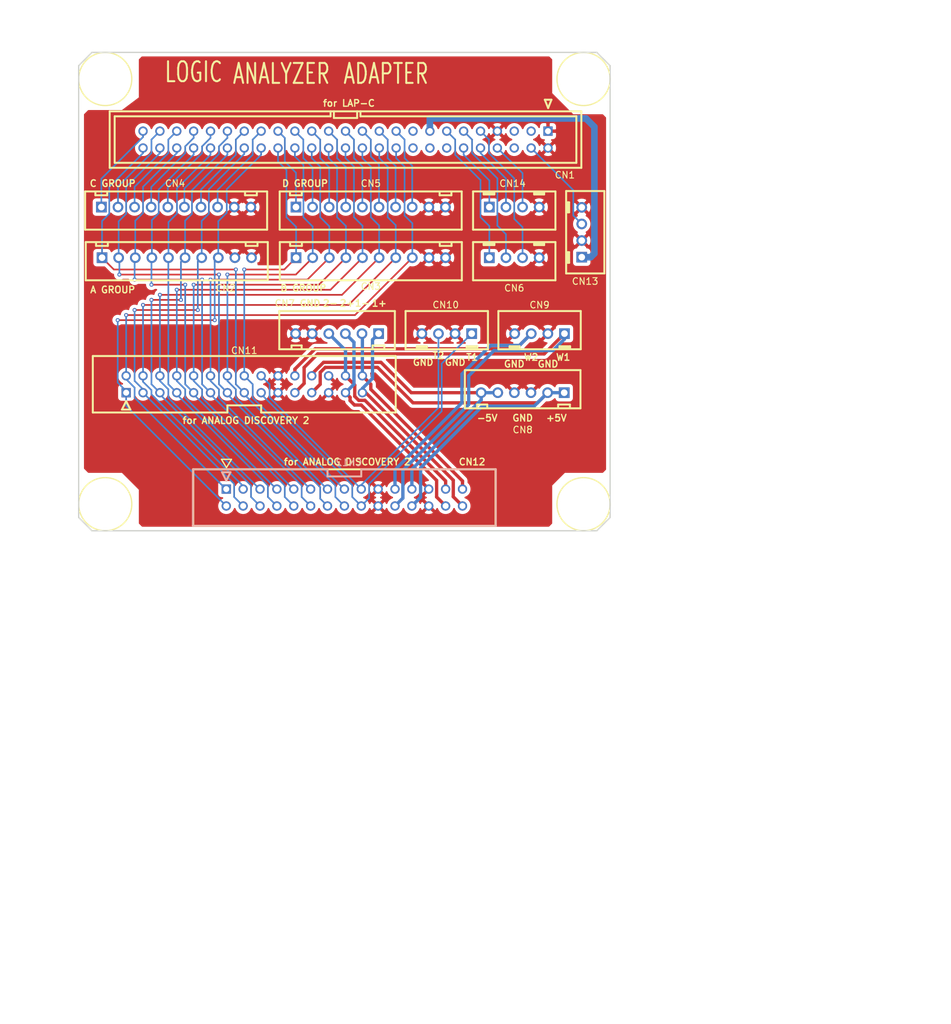
<source format=kicad_pcb>
(kicad_pcb (version 20171130) (host pcbnew "(5.1.10)-1")

  (general
    (thickness 1.6)
    (drawings 65)
    (tracks 425)
    (zones 0)
    (modules 19)
    (nets 59)
  )

  (page A4)
  (layers
    (0 F.Cu signal)
    (31 B.Cu signal)
    (32 B.Adhes user hide)
    (33 F.Adhes user hide)
    (34 B.Paste user hide)
    (35 F.Paste user hide)
    (36 B.SilkS user)
    (37 F.SilkS user)
    (38 B.Mask user)
    (39 F.Mask user)
    (40 Dwgs.User user)
    (41 Cmts.User user)
    (42 Eco1.User user hide)
    (43 Eco2.User user hide)
    (44 Edge.Cuts user)
    (45 Margin user hide)
    (46 B.CrtYd user hide)
    (47 F.CrtYd user hide)
    (48 B.Fab user hide)
    (49 F.Fab user hide)
  )

  (setup
    (last_trace_width 0.25)
    (user_trace_width 0.5)
    (user_trace_width 0.8)
    (user_trace_width 1)
    (user_trace_width 2)
    (user_trace_width 2.5)
    (trace_clearance 0.2)
    (zone_clearance 0.508)
    (zone_45_only no)
    (trace_min 0.2)
    (via_size 0.6)
    (via_drill 0.3)
    (via_min_size 0.4)
    (via_min_drill 0.3)
    (user_via 1 0.5)
    (user_via 1.4 0.8)
    (user_via 1.6 1)
    (uvia_size 0.3)
    (uvia_drill 0.1)
    (uvias_allowed no)
    (uvia_min_size 0.2)
    (uvia_min_drill 0.1)
    (edge_width 0.2)
    (segment_width 0.2)
    (pcb_text_width 0.3)
    (pcb_text_size 1.5 1.5)
    (mod_edge_width 0.2)
    (mod_text_size 1 1)
    (mod_text_width 0.15)
    (pad_size 1.524 1.524)
    (pad_drill 0.762)
    (pad_to_mask_clearance 0)
    (aux_axis_origin 0 0)
    (visible_elements FFFDFF7F)
    (pcbplotparams
      (layerselection 0x010f0_ffffffff)
      (usegerberextensions false)
      (usegerberattributes true)
      (usegerberadvancedattributes true)
      (creategerberjobfile false)
      (excludeedgelayer true)
      (linewidth 0.100000)
      (plotframeref false)
      (viasonmask false)
      (mode 1)
      (useauxorigin false)
      (hpglpennumber 1)
      (hpglpenspeed 20)
      (hpglpendiameter 15.000000)
      (psnegative false)
      (psa4output false)
      (plotreference true)
      (plotvalue true)
      (plotinvisibletext false)
      (padsonsilk false)
      (subtractmaskfromsilk false)
      (outputformat 1)
      (mirror false)
      (drillshape 0)
      (scaleselection 1)
      (outputdirectory "gerber/"))
  )

  (net 0 "")
  (net 1 GND)
  (net 2 "Net-(CN1-Pad3)")
  (net 3 /CLK)
  (net 4 "Net-(CN1-Pad5)")
  (net 5 "Net-(CN1-Pad6)")
  (net 6 /S_O)
  (net 7 /IOC)
  (net 8 /T_O)
  (net 9 /IOB)
  (net 10 /R_O)
  (net 11 /IOA)
  (net 12 "Net-(CN1-Pad14)")
  (net 13 /VDD)
  (net 14 "Net-(CN1-Pad16)")
  (net 15 "Net-(CN1-Pad17)")
  (net 16 "Net-(CN1-Pad18)")
  (net 17 /D7)
  (net 18 /B7)
  (net 19 /D6)
  (net 20 /B6)
  (net 21 /D5)
  (net 22 /B5)
  (net 23 /D4)
  (net 24 /B4)
  (net 25 /D3)
  (net 26 /B3)
  (net 27 /D2)
  (net 28 /B2)
  (net 29 /D1)
  (net 30 /B1)
  (net 31 /D0)
  (net 32 /B0)
  (net 33 /C7)
  (net 34 /A7)
  (net 35 /C6)
  (net 36 /A6)
  (net 37 /C5)
  (net 38 /A5)
  (net 39 /C4)
  (net 40 /A4)
  (net 41 /C3)
  (net 42 /A3)
  (net 43 /C2)
  (net 44 /A2)
  (net 45 /C1)
  (net 46 /A1)
  (net 47 /C0)
  (net 48 /A0)
  (net 49 /ANALOG1-)
  (net 50 /ANALOG2+)
  (net 51 /ANALOG2-)
  (net 52 /ANALOG1+)
  (net 53 /VSS)
  (net 54 /VCC)
  (net 55 /WAVE1)
  (net 56 /WAVE2)
  (net 57 /TRG2)
  (net 58 /TRG1)

  (net_class Default "This is the default net class."
    (clearance 0.2)
    (trace_width 0.25)
    (via_dia 0.6)
    (via_drill 0.3)
    (uvia_dia 0.3)
    (uvia_drill 0.1)
    (add_net /A0)
    (add_net /A1)
    (add_net /A2)
    (add_net /A3)
    (add_net /A4)
    (add_net /A5)
    (add_net /A6)
    (add_net /A7)
    (add_net /ANALOG1+)
    (add_net /ANALOG1-)
    (add_net /ANALOG2+)
    (add_net /ANALOG2-)
    (add_net /B0)
    (add_net /B1)
    (add_net /B2)
    (add_net /B3)
    (add_net /B4)
    (add_net /B5)
    (add_net /B6)
    (add_net /B7)
    (add_net /C0)
    (add_net /C1)
    (add_net /C2)
    (add_net /C3)
    (add_net /C4)
    (add_net /C5)
    (add_net /C6)
    (add_net /C7)
    (add_net /CLK)
    (add_net /D0)
    (add_net /D1)
    (add_net /D2)
    (add_net /D3)
    (add_net /D4)
    (add_net /D5)
    (add_net /D6)
    (add_net /D7)
    (add_net /IOA)
    (add_net /IOB)
    (add_net /IOC)
    (add_net /R_O)
    (add_net /S_O)
    (add_net /TRG1)
    (add_net /TRG2)
    (add_net /T_O)
    (add_net /VCC)
    (add_net /VDD)
    (add_net /VSS)
    (add_net /WAVE1)
    (add_net /WAVE2)
    (add_net GND)
    (add_net "Net-(CN1-Pad14)")
    (add_net "Net-(CN1-Pad16)")
    (add_net "Net-(CN1-Pad17)")
    (add_net "Net-(CN1-Pad18)")
    (add_net "Net-(CN1-Pad3)")
    (add_net "Net-(CN1-Pad5)")
    (add_net "Net-(CN1-Pad6)")
  )

  (module "" (layer F.Cu) (tedit 0) (tstamp 0)
    (at 116.332 115.062)
    (fp_text reference "" (at 64.77 88.9) (layer F.SilkS)
      (effects (font (size 1.27 1.27) (thickness 0.15)))
    )
    (fp_text value "" (at 64.77 88.9) (layer F.SilkS)
      (effects (font (size 1.27 1.27) (thickness 0.15)))
    )
  )

  (module footprint:cn_B10B-XH-A (layer F.Cu) (tedit 5AAB31B9) (tstamp 61FCCF90)
    (at 64.77 88.9)
    (path /6204256D)
    (fp_text reference CN2 (at 7.366 4.572) (layer F.SilkS)
      (effects (font (size 1 1) (thickness 0.15)))
    )
    (fp_text value B10B-XH-A (at 0 5.08) (layer F.Fab)
      (effects (font (size 1 1) (thickness 0.15)))
    )
    (fp_line (start 13.7 -2.35) (end -13.7 -2.35) (layer F.SilkS) (width 0.3))
    (fp_line (start 13.7 3.4) (end 13.7 -2.35) (layer F.SilkS) (width 0.3))
    (fp_line (start -13.7 3.4) (end 13.7 3.4) (layer F.SilkS) (width 0.3))
    (fp_line (start -13.7 -2.35) (end -13.7 3.4) (layer F.SilkS) (width 0.3))
    (fp_line (start 12.152 -1.778) (end 12.152 -2.286) (layer F.SilkS) (width 0.3))
    (fp_line (start 10.374 -1.778) (end 12.152 -1.778) (layer F.SilkS) (width 0.3))
    (fp_line (start 10.374 -2.286) (end 10.374 -1.778) (layer F.SilkS) (width 0.3))
    (fp_line (start -10.374 -1.778) (end -10.374 -2.286) (layer F.SilkS) (width 0.3))
    (fp_line (start -12.152 -1.778) (end -10.374 -1.778) (layer F.SilkS) (width 0.3))
    (fp_line (start -12.152 -2.286) (end -12.152 -1.778) (layer F.SilkS) (width 0.3))
    (pad 3 thru_hole circle (at -6.25 0) (size 1.6 1.6) (drill 1) (layers *.Cu *.Mask)
      (net 44 /A2))
    (pad 4 thru_hole circle (at -3.75 0) (size 1.6 1.6) (drill 1) (layers *.Cu *.Mask)
      (net 42 /A3))
    (pad 5 thru_hole circle (at -1.25 0) (size 1.6 1.6) (drill 1) (layers *.Cu *.Mask)
      (net 40 /A4))
    (pad 6 thru_hole circle (at 1.25 0) (size 1.6 1.6) (drill 1) (layers *.Cu *.Mask)
      (net 38 /A5))
    (pad 2 thru_hole circle (at -8.75 0) (size 1.6 1.6) (drill 1) (layers *.Cu *.Mask)
      (net 46 /A1))
    (pad 7 thru_hole circle (at 3.75 0) (size 1.6 1.6) (drill 1) (layers *.Cu *.Mask)
      (net 36 /A6))
    (pad 1 thru_hole rect (at -11.25 0) (size 1.6 1.6) (drill 1) (layers *.Cu *.Mask)
      (net 48 /A0))
    (pad 8 thru_hole circle (at 6.25 0) (size 1.6 1.6) (drill 1) (layers *.Cu *.Mask)
      (net 34 /A7))
    (pad 9 thru_hole circle (at 8.75 0) (size 1.6 1.6) (drill 1) (layers *.Cu *.Mask)
      (net 1 GND))
    (pad 10 thru_hole circle (at 11.25 0) (size 1.6 1.6) (drill 1) (layers *.Cu *.Mask)
      (net 1 GND))
  )

  (module MountingHole:MountingHole_3.5mm (layer F.Cu) (tedit 56D1B4CB) (tstamp 61FCCCAF)
    (at 54 126)
    (descr "Mounting Hole 3.5mm, no annular")
    (tags "mounting hole 3.5mm no annular")
    (attr virtual)
    (fp_text reference REF** (at 0 -4.5) (layer F.SilkS) hide
      (effects (font (size 1 1) (thickness 0.15)))
    )
    (fp_text value MountingHole_3.5mm (at 0 4.5) (layer F.Fab)
      (effects (font (size 1 1) (thickness 0.15)))
    )
    (fp_text user %R (at 0.3 0) (layer F.Fab)
      (effects (font (size 1 1) (thickness 0.15)))
    )
    (fp_circle (center 0 0) (end 3.5 0) (layer Cmts.User) (width 0.15))
    (fp_circle (center 0 0) (end 3.75 0) (layer F.CrtYd) (width 0.05))
    (pad 1 np_thru_hole circle (at 0 0) (size 3.5 3.5) (drill 3.5) (layers *.Cu *.Mask))
  )

  (module MountingHole:MountingHole_3.5mm (layer F.Cu) (tedit 56D1B4CB) (tstamp 61FCCC8B)
    (at 126 126)
    (descr "Mounting Hole 3.5mm, no annular")
    (tags "mounting hole 3.5mm no annular")
    (attr virtual)
    (fp_text reference REF** (at 0 -4.5) (layer F.SilkS) hide
      (effects (font (size 1 1) (thickness 0.15)))
    )
    (fp_text value MountingHole_3.5mm (at 0 4.5) (layer F.Fab)
      (effects (font (size 1 1) (thickness 0.15)))
    )
    (fp_text user %R (at 0.3 0) (layer F.Fab)
      (effects (font (size 1 1) (thickness 0.15)))
    )
    (fp_circle (center 0 0) (end 3.5 0) (layer Cmts.User) (width 0.15))
    (fp_circle (center 0 0) (end 3.75 0) (layer F.CrtYd) (width 0.05))
    (pad 1 np_thru_hole circle (at 0 0) (size 3.5 3.5) (drill 3.5) (layers *.Cu *.Mask))
  )

  (module MountingHole:MountingHole_3.5mm (layer F.Cu) (tedit 56D1B4CB) (tstamp 61FCCC67)
    (at 126 62)
    (descr "Mounting Hole 3.5mm, no annular")
    (tags "mounting hole 3.5mm no annular")
    (attr virtual)
    (fp_text reference REF** (at 0 -4.5) (layer F.SilkS) hide
      (effects (font (size 1 1) (thickness 0.15)))
    )
    (fp_text value MountingHole_3.5mm (at 0 4.5) (layer F.Fab)
      (effects (font (size 1 1) (thickness 0.15)))
    )
    (fp_text user %R (at 0.3 0) (layer F.Fab)
      (effects (font (size 1 1) (thickness 0.15)))
    )
    (fp_circle (center 0 0) (end 3.5 0) (layer Cmts.User) (width 0.15))
    (fp_circle (center 0 0) (end 3.75 0) (layer F.CrtYd) (width 0.05))
    (pad 1 np_thru_hole circle (at 0 0) (size 3.5 3.5) (drill 3.5) (layers *.Cu *.Mask))
  )

  (module MountingHole:MountingHole_3.5mm (layer F.Cu) (tedit 56D1B4CB) (tstamp 61FCCC35)
    (at 54 62)
    (descr "Mounting Hole 3.5mm, no annular")
    (tags "mounting hole 3.5mm no annular")
    (attr virtual)
    (fp_text reference REF** (at 0 -4.5) (layer F.SilkS) hide
      (effects (font (size 1 1) (thickness 0.15)))
    )
    (fp_text value MountingHole_3.5mm (at 0 4.5) (layer F.Fab)
      (effects (font (size 1 1) (thickness 0.15)))
    )
    (fp_text user %R (at 0.3 0) (layer F.Fab)
      (effects (font (size 1 1) (thickness 0.15)))
    )
    (fp_circle (center 0 0) (end 3.5 0) (layer Cmts.User) (width 0.15))
    (fp_circle (center 0 0) (end 3.75 0) (layer F.CrtYd) (width 0.05))
    (pad 1 np_thru_hole circle (at 0 0) (size 3.5 3.5) (drill 3.5) (layers *.Cu *.Mask))
  )

  (module footprint:cn_HIF3FC-50PA-2.54DSA (layer F.Cu) (tedit 61FCACBC) (tstamp 61FCCF78)
    (at 90.17 71.12 180)
    (path /6203D435)
    (fp_text reference CN1 (at -33.02 -5.334) (layer F.SilkS)
      (effects (font (size 1 1) (thickness 0.15)))
    )
    (fp_text value "LAP-C 50pin" (at 0 6.35) (layer F.Fab)
      (effects (font (size 1 1) (thickness 0.15)))
    )
    (fp_line (start 35.5 -4.25) (end -35.5 -4.25) (layer F.SilkS) (width 0.3))
    (fp_line (start 35.5 4.25) (end 35.5 -4.25) (layer F.SilkS) (width 0.3))
    (fp_line (start -35.5 4.25) (end 35.5 4.25) (layer F.SilkS) (width 0.3))
    (fp_line (start -35.5 -4.25) (end -35.5 4.25) (layer F.SilkS) (width 0.3))
    (fp_line (start 1.75 3.25) (end 1.75 4.25) (layer F.SilkS) (width 0.3))
    (fp_line (start -1.75 3.25) (end 1.75 3.25) (layer F.SilkS) (width 0.3))
    (fp_line (start -1.75 4.25) (end -1.75 3.25) (layer F.SilkS) (width 0.3))
    (fp_line (start -30 6) (end -30.5 4.75) (layer F.SilkS) (width 0.3))
    (fp_line (start -31 6) (end -30 6) (layer F.SilkS) (width 0.3))
    (fp_line (start -30.5 4.75) (end -31 6) (layer F.SilkS) (width 0.3))
    (fp_line (start -2.25 3.5) (end -2.25 4.25) (layer F.SilkS) (width 0.3))
    (fp_line (start -34.75 3.5) (end -2.25 3.5) (layer F.SilkS) (width 0.3))
    (fp_line (start -34.75 -3.5) (end -34.75 3.5) (layer F.SilkS) (width 0.3))
    (fp_line (start 34.75 -3.5) (end -34.75 -3.5) (layer F.SilkS) (width 0.3))
    (fp_line (start 34.75 3.5) (end 34.75 -3.5) (layer F.SilkS) (width 0.3))
    (fp_line (start 2.25 3.5) (end 34.75 3.5) (layer F.SilkS) (width 0.3))
    (fp_line (start 2.25 4.25) (end 2.25 3.5) (layer F.SilkS) (width 0.3))
    (pad 1 thru_hole rect (at -30.48 1.27 180) (size 1.4 1.4) (drill 0.9) (layers *.Cu *.Mask)
      (net 1 GND))
    (pad 2 thru_hole circle (at -30.48 -1.27 180) (size 1.4 1.4) (drill 0.9) (layers *.Cu *.Mask)
      (net 1 GND))
    (pad 3 thru_hole circle (at -27.94 1.27 180) (size 1.4 1.4) (drill 0.9) (layers *.Cu *.Mask)
      (net 2 "Net-(CN1-Pad3)"))
    (pad 4 thru_hole circle (at -27.94 -1.27 180) (size 1.4 1.4) (drill 0.9) (layers *.Cu *.Mask)
      (net 3 /CLK))
    (pad 5 thru_hole circle (at -25.4 1.27 180) (size 1.4 1.4) (drill 0.9) (layers *.Cu *.Mask)
      (net 4 "Net-(CN1-Pad5)"))
    (pad 6 thru_hole circle (at -25.4 -1.27 180) (size 1.4 1.4) (drill 0.9) (layers *.Cu *.Mask)
      (net 5 "Net-(CN1-Pad6)"))
    (pad 7 thru_hole circle (at -22.86 1.27 180) (size 1.4 1.4) (drill 0.9) (layers *.Cu *.Mask)
      (net 1 GND))
    (pad 8 thru_hole circle (at -22.86 -1.27 180) (size 1.4 1.4) (drill 0.9) (layers *.Cu *.Mask)
      (net 6 /S_O))
    (pad 9 thru_hole circle (at -20.32 1.27 180) (size 1.4 1.4) (drill 0.9) (layers *.Cu *.Mask)
      (net 7 /IOC))
    (pad 10 thru_hole circle (at -20.32 -1.27 180) (size 1.4 1.4) (drill 0.9) (layers *.Cu *.Mask)
      (net 8 /T_O))
    (pad 11 thru_hole circle (at -17.78 1.27 180) (size 1.4 1.4) (drill 0.9) (layers *.Cu *.Mask)
      (net 9 /IOB))
    (pad 12 thru_hole circle (at -17.78 -1.27 180) (size 1.4 1.4) (drill 0.9) (layers *.Cu *.Mask)
      (net 10 /R_O))
    (pad 13 thru_hole circle (at -15.24 1.27 180) (size 1.4 1.4) (drill 0.9) (layers *.Cu *.Mask)
      (net 11 /IOA))
    (pad 14 thru_hole circle (at -15.24 -1.27 180) (size 1.4 1.4) (drill 0.9) (layers *.Cu *.Mask)
      (net 12 "Net-(CN1-Pad14)"))
    (pad 15 thru_hole circle (at -12.7 1.27 180) (size 1.4 1.4) (drill 0.9) (layers *.Cu *.Mask)
      (net 13 /VDD))
    (pad 16 thru_hole circle (at -12.7 -1.27 180) (size 1.4 1.4) (drill 0.9) (layers *.Cu *.Mask)
      (net 14 "Net-(CN1-Pad16)"))
    (pad 17 thru_hole circle (at -10.16 1.27 180) (size 1.4 1.4) (drill 0.9) (layers *.Cu *.Mask)
      (net 15 "Net-(CN1-Pad17)"))
    (pad 18 thru_hole circle (at -10.16 -1.27 180) (size 1.4 1.4) (drill 0.9) (layers *.Cu *.Mask)
      (net 16 "Net-(CN1-Pad18)"))
    (pad 19 thru_hole circle (at -7.62 1.27 180) (size 1.4 1.4) (drill 0.9) (layers *.Cu *.Mask)
      (net 17 /D7))
    (pad 20 thru_hole circle (at -7.62 -1.27 180) (size 1.4 1.4) (drill 0.9) (layers *.Cu *.Mask)
      (net 18 /B7))
    (pad 21 thru_hole circle (at -5.08 1.27 180) (size 1.4 1.4) (drill 0.9) (layers *.Cu *.Mask)
      (net 19 /D6))
    (pad 22 thru_hole circle (at -5.08 -1.27 180) (size 1.4 1.4) (drill 0.9) (layers *.Cu *.Mask)
      (net 20 /B6))
    (pad 23 thru_hole circle (at -2.54 1.27 180) (size 1.4 1.4) (drill 0.9) (layers *.Cu *.Mask)
      (net 21 /D5))
    (pad 24 thru_hole circle (at -2.54 -1.27 180) (size 1.4 1.4) (drill 0.9) (layers *.Cu *.Mask)
      (net 22 /B5))
    (pad 25 thru_hole circle (at 0 1.27 180) (size 1.4 1.4) (drill 0.9) (layers *.Cu *.Mask)
      (net 23 /D4))
    (pad 26 thru_hole circle (at 0 -1.27 180) (size 1.4 1.4) (drill 0.9) (layers *.Cu *.Mask)
      (net 24 /B4))
    (pad 27 thru_hole circle (at 2.54 1.27 180) (size 1.4 1.4) (drill 0.9) (layers *.Cu *.Mask)
      (net 25 /D3))
    (pad 28 thru_hole circle (at 2.54 -1.27 180) (size 1.4 1.4) (drill 0.9) (layers *.Cu *.Mask)
      (net 26 /B3))
    (pad 29 thru_hole circle (at 5.08 1.27 180) (size 1.4 1.4) (drill 0.9) (layers *.Cu *.Mask)
      (net 27 /D2))
    (pad 30 thru_hole circle (at 5.08 -1.27 180) (size 1.4 1.4) (drill 0.9) (layers *.Cu *.Mask)
      (net 28 /B2))
    (pad 31 thru_hole circle (at 7.62 1.27 180) (size 1.4 1.4) (drill 0.9) (layers *.Cu *.Mask)
      (net 29 /D1))
    (pad 32 thru_hole circle (at 7.62 -1.27 180) (size 1.4 1.4) (drill 0.9) (layers *.Cu *.Mask)
      (net 30 /B1))
    (pad 33 thru_hole circle (at 10.16 1.27 180) (size 1.4 1.4) (drill 0.9) (layers *.Cu *.Mask)
      (net 31 /D0))
    (pad 34 thru_hole circle (at 10.16 -1.27 180) (size 1.4 1.4) (drill 0.9) (layers *.Cu *.Mask)
      (net 32 /B0))
    (pad 35 thru_hole circle (at 12.7 1.27 180) (size 1.4 1.4) (drill 0.9) (layers *.Cu *.Mask)
      (net 33 /C7))
    (pad 36 thru_hole circle (at 12.7 -1.27 180) (size 1.4 1.4) (drill 0.9) (layers *.Cu *.Mask)
      (net 34 /A7))
    (pad 37 thru_hole circle (at 15.24 1.27 180) (size 1.4 1.4) (drill 0.9) (layers *.Cu *.Mask)
      (net 35 /C6))
    (pad 38 thru_hole circle (at 15.24 -1.27 180) (size 1.4 1.4) (drill 0.9) (layers *.Cu *.Mask)
      (net 36 /A6))
    (pad 39 thru_hole circle (at 17.78 1.27 180) (size 1.4 1.4) (drill 0.9) (layers *.Cu *.Mask)
      (net 37 /C5))
    (pad 40 thru_hole circle (at 17.78 -1.27 180) (size 1.4 1.4) (drill 0.9) (layers *.Cu *.Mask)
      (net 38 /A5))
    (pad 41 thru_hole circle (at 20.32 1.27 180) (size 1.4 1.4) (drill 0.9) (layers *.Cu *.Mask)
      (net 39 /C4))
    (pad 42 thru_hole circle (at 20.32 -1.27 180) (size 1.4 1.4) (drill 0.9) (layers *.Cu *.Mask)
      (net 40 /A4))
    (pad 43 thru_hole circle (at 22.86 1.27 180) (size 1.4 1.4) (drill 0.9) (layers *.Cu *.Mask)
      (net 41 /C3))
    (pad 44 thru_hole circle (at 22.86 -1.27 180) (size 1.4 1.4) (drill 0.9) (layers *.Cu *.Mask)
      (net 42 /A3))
    (pad 45 thru_hole circle (at 25.4 1.27 180) (size 1.4 1.4) (drill 0.9) (layers *.Cu *.Mask)
      (net 43 /C2))
    (pad 46 thru_hole circle (at 25.4 -1.27 180) (size 1.4 1.4) (drill 0.9) (layers *.Cu *.Mask)
      (net 44 /A2))
    (pad 47 thru_hole circle (at 27.94 1.27 180) (size 1.4 1.4) (drill 0.9) (layers *.Cu *.Mask)
      (net 45 /C1))
    (pad 48 thru_hole circle (at 27.94 -1.27 180) (size 1.4 1.4) (drill 0.9) (layers *.Cu *.Mask)
      (net 46 /A1))
    (pad 49 thru_hole circle (at 30.48 1.27 180) (size 1.4 1.4) (drill 0.9) (layers *.Cu *.Mask)
      (net 47 /C0))
    (pad 50 thru_hole circle (at 30.48 -1.27 180) (size 1.4 1.4) (drill 0.9) (layers *.Cu *.Mask)
      (net 48 /A0))
  )

  (module footprint:cn_B10B-XH-A (layer F.Cu) (tedit 5AAB31B9) (tstamp 61FCCFA8)
    (at 93.98 88.9)
    (path /62069498)
    (fp_text reference CN3 (at 0 4.318) (layer F.SilkS)
      (effects (font (size 1 1) (thickness 0.15)))
    )
    (fp_text value B10B-XH-A (at 0 5.08) (layer F.Fab)
      (effects (font (size 1 1) (thickness 0.15)))
    )
    (fp_line (start -12.152 -2.286) (end -12.152 -1.778) (layer F.SilkS) (width 0.3))
    (fp_line (start -12.152 -1.778) (end -10.374 -1.778) (layer F.SilkS) (width 0.3))
    (fp_line (start -10.374 -1.778) (end -10.374 -2.286) (layer F.SilkS) (width 0.3))
    (fp_line (start 10.374 -2.286) (end 10.374 -1.778) (layer F.SilkS) (width 0.3))
    (fp_line (start 10.374 -1.778) (end 12.152 -1.778) (layer F.SilkS) (width 0.3))
    (fp_line (start 12.152 -1.778) (end 12.152 -2.286) (layer F.SilkS) (width 0.3))
    (fp_line (start -13.7 -2.35) (end -13.7 3.4) (layer F.SilkS) (width 0.3))
    (fp_line (start -13.7 3.4) (end 13.7 3.4) (layer F.SilkS) (width 0.3))
    (fp_line (start 13.7 3.4) (end 13.7 -2.35) (layer F.SilkS) (width 0.3))
    (fp_line (start 13.7 -2.35) (end -13.7 -2.35) (layer F.SilkS) (width 0.3))
    (pad 10 thru_hole circle (at 11.25 0) (size 1.6 1.6) (drill 1) (layers *.Cu *.Mask)
      (net 1 GND))
    (pad 9 thru_hole circle (at 8.75 0) (size 1.6 1.6) (drill 1) (layers *.Cu *.Mask)
      (net 1 GND))
    (pad 8 thru_hole circle (at 6.25 0) (size 1.6 1.6) (drill 1) (layers *.Cu *.Mask)
      (net 18 /B7))
    (pad 1 thru_hole rect (at -11.25 0) (size 1.6 1.6) (drill 1) (layers *.Cu *.Mask)
      (net 32 /B0))
    (pad 7 thru_hole circle (at 3.75 0) (size 1.6 1.6) (drill 1) (layers *.Cu *.Mask)
      (net 20 /B6))
    (pad 2 thru_hole circle (at -8.75 0) (size 1.6 1.6) (drill 1) (layers *.Cu *.Mask)
      (net 30 /B1))
    (pad 6 thru_hole circle (at 1.25 0) (size 1.6 1.6) (drill 1) (layers *.Cu *.Mask)
      (net 22 /B5))
    (pad 5 thru_hole circle (at -1.25 0) (size 1.6 1.6) (drill 1) (layers *.Cu *.Mask)
      (net 24 /B4))
    (pad 4 thru_hole circle (at -3.75 0) (size 1.6 1.6) (drill 1) (layers *.Cu *.Mask)
      (net 26 /B3))
    (pad 3 thru_hole circle (at -6.25 0) (size 1.6 1.6) (drill 1) (layers *.Cu *.Mask)
      (net 28 /B2))
  )

  (module footprint:cn_B10B-XH-A (layer F.Cu) (tedit 5AAB31B9) (tstamp 61FCCFC0)
    (at 64.67 81.28)
    (path /6209C34A)
    (fp_text reference CN4 (at -0.154 -3.556) (layer F.SilkS)
      (effects (font (size 1 1) (thickness 0.15)))
    )
    (fp_text value B10B-XH-A (at 0 5.08) (layer F.Fab)
      (effects (font (size 1 1) (thickness 0.15)))
    )
    (fp_line (start 13.7 -2.35) (end -13.7 -2.35) (layer F.SilkS) (width 0.3))
    (fp_line (start 13.7 3.4) (end 13.7 -2.35) (layer F.SilkS) (width 0.3))
    (fp_line (start -13.7 3.4) (end 13.7 3.4) (layer F.SilkS) (width 0.3))
    (fp_line (start -13.7 -2.35) (end -13.7 3.4) (layer F.SilkS) (width 0.3))
    (fp_line (start 12.152 -1.778) (end 12.152 -2.286) (layer F.SilkS) (width 0.3))
    (fp_line (start 10.374 -1.778) (end 12.152 -1.778) (layer F.SilkS) (width 0.3))
    (fp_line (start 10.374 -2.286) (end 10.374 -1.778) (layer F.SilkS) (width 0.3))
    (fp_line (start -10.374 -1.778) (end -10.374 -2.286) (layer F.SilkS) (width 0.3))
    (fp_line (start -12.152 -1.778) (end -10.374 -1.778) (layer F.SilkS) (width 0.3))
    (fp_line (start -12.152 -2.286) (end -12.152 -1.778) (layer F.SilkS) (width 0.3))
    (pad 3 thru_hole circle (at -6.25 0) (size 1.6 1.6) (drill 1) (layers *.Cu *.Mask)
      (net 43 /C2))
    (pad 4 thru_hole circle (at -3.75 0) (size 1.6 1.6) (drill 1) (layers *.Cu *.Mask)
      (net 41 /C3))
    (pad 5 thru_hole circle (at -1.25 0) (size 1.6 1.6) (drill 1) (layers *.Cu *.Mask)
      (net 39 /C4))
    (pad 6 thru_hole circle (at 1.25 0) (size 1.6 1.6) (drill 1) (layers *.Cu *.Mask)
      (net 37 /C5))
    (pad 2 thru_hole circle (at -8.75 0) (size 1.6 1.6) (drill 1) (layers *.Cu *.Mask)
      (net 45 /C1))
    (pad 7 thru_hole circle (at 3.75 0) (size 1.6 1.6) (drill 1) (layers *.Cu *.Mask)
      (net 35 /C6))
    (pad 1 thru_hole rect (at -11.25 0) (size 1.6 1.6) (drill 1) (layers *.Cu *.Mask)
      (net 47 /C0))
    (pad 8 thru_hole circle (at 6.25 0) (size 1.6 1.6) (drill 1) (layers *.Cu *.Mask)
      (net 33 /C7))
    (pad 9 thru_hole circle (at 8.75 0) (size 1.6 1.6) (drill 1) (layers *.Cu *.Mask)
      (net 1 GND))
    (pad 10 thru_hole circle (at 11.25 0) (size 1.6 1.6) (drill 1) (layers *.Cu *.Mask)
      (net 1 GND))
  )

  (module footprint:cn_B10B-XH-A (layer F.Cu) (tedit 5AAB31B9) (tstamp 61FCCFD8)
    (at 93.96 81.28)
    (path /620BEF75)
    (fp_text reference CN5 (at 0.02 -3.556) (layer F.SilkS)
      (effects (font (size 1 1) (thickness 0.15)))
    )
    (fp_text value B10B-XH-A (at 0 5.08) (layer F.Fab)
      (effects (font (size 1 1) (thickness 0.15)))
    )
    (fp_line (start -12.152 -2.286) (end -12.152 -1.778) (layer F.SilkS) (width 0.3))
    (fp_line (start -12.152 -1.778) (end -10.374 -1.778) (layer F.SilkS) (width 0.3))
    (fp_line (start -10.374 -1.778) (end -10.374 -2.286) (layer F.SilkS) (width 0.3))
    (fp_line (start 10.374 -2.286) (end 10.374 -1.778) (layer F.SilkS) (width 0.3))
    (fp_line (start 10.374 -1.778) (end 12.152 -1.778) (layer F.SilkS) (width 0.3))
    (fp_line (start 12.152 -1.778) (end 12.152 -2.286) (layer F.SilkS) (width 0.3))
    (fp_line (start -13.7 -2.35) (end -13.7 3.4) (layer F.SilkS) (width 0.3))
    (fp_line (start -13.7 3.4) (end 13.7 3.4) (layer F.SilkS) (width 0.3))
    (fp_line (start 13.7 3.4) (end 13.7 -2.35) (layer F.SilkS) (width 0.3))
    (fp_line (start 13.7 -2.35) (end -13.7 -2.35) (layer F.SilkS) (width 0.3))
    (pad 10 thru_hole circle (at 11.25 0) (size 1.6 1.6) (drill 1) (layers *.Cu *.Mask)
      (net 1 GND))
    (pad 9 thru_hole circle (at 8.75 0) (size 1.6 1.6) (drill 1) (layers *.Cu *.Mask)
      (net 1 GND))
    (pad 8 thru_hole circle (at 6.25 0) (size 1.6 1.6) (drill 1) (layers *.Cu *.Mask)
      (net 17 /D7))
    (pad 1 thru_hole rect (at -11.25 0) (size 1.6 1.6) (drill 1) (layers *.Cu *.Mask)
      (net 31 /D0))
    (pad 7 thru_hole circle (at 3.75 0) (size 1.6 1.6) (drill 1) (layers *.Cu *.Mask)
      (net 19 /D6))
    (pad 2 thru_hole circle (at -8.75 0) (size 1.6 1.6) (drill 1) (layers *.Cu *.Mask)
      (net 29 /D1))
    (pad 6 thru_hole circle (at 1.25 0) (size 1.6 1.6) (drill 1) (layers *.Cu *.Mask)
      (net 21 /D5))
    (pad 5 thru_hole circle (at -1.25 0) (size 1.6 1.6) (drill 1) (layers *.Cu *.Mask)
      (net 23 /D4))
    (pad 4 thru_hole circle (at -3.75 0) (size 1.6 1.6) (drill 1) (layers *.Cu *.Mask)
      (net 25 /D3))
    (pad 3 thru_hole circle (at -6.25 0) (size 1.6 1.6) (drill 1) (layers *.Cu *.Mask)
      (net 27 /D2))
  )

  (module footprint:cn_B6B-XH-A (layer F.Cu) (tedit 59CB3EFA) (tstamp 61FCD004)
    (at 88.9 100.33 180)
    (path /62140874)
    (fp_text reference CN7 (at 7.874 4.572) (layer F.SilkS)
      (effects (font (size 1 1) (thickness 0.15)))
    )
    (fp_text value B6B-XH-A (at 0 5.08) (layer F.Fab)
      (effects (font (size 1 1) (thickness 0.15)))
    )
    (fp_line (start 8.7 -2.35) (end -8.7 -2.35) (layer F.SilkS) (width 0.3))
    (fp_line (start 8.7 3.4) (end 8.7 -2.35) (layer F.SilkS) (width 0.3))
    (fp_line (start -8.7 3.4) (end 8.7 3.4) (layer F.SilkS) (width 0.3))
    (fp_line (start -8.7 -2.35) (end -8.7 3.4) (layer F.SilkS) (width 0.3))
    (fp_line (start -5.334 -1.778) (end -5.334 -2.286) (layer F.SilkS) (width 0.3))
    (fp_line (start -7.112 -1.778) (end -5.334 -1.778) (layer F.SilkS) (width 0.3))
    (fp_line (start -7.112 -2.286) (end -7.112 -1.778) (layer F.SilkS) (width 0.3))
    (fp_line (start 6.858 -1.778) (end 6.858 -2.286) (layer F.SilkS) (width 0.3))
    (fp_line (start 5.334 -1.778) (end 6.858 -1.778) (layer F.SilkS) (width 0.3))
    (fp_line (start 5.334 -2.286) (end 5.334 -1.778) (layer F.SilkS) (width 0.3))
    (pad 2 thru_hole circle (at -3.75 0 180) (size 1.6 1.6) (drill 1) (layers *.Cu *.Mask)
      (net 49 /ANALOG1-))
    (pad 3 thru_hole circle (at -1.25 0 180) (size 1.6 1.6) (drill 1) (layers *.Cu *.Mask)
      (net 50 /ANALOG2+))
    (pad 4 thru_hole circle (at 1.25 0 180) (size 1.6 1.6) (drill 1) (layers *.Cu *.Mask)
      (net 51 /ANALOG2-))
    (pad 5 thru_hole circle (at 3.75 0 180) (size 1.6 1.6) (drill 1) (layers *.Cu *.Mask)
      (net 1 GND))
    (pad 1 thru_hole rect (at -6.25 0 180) (size 1.6 1.6) (drill 1) (layers *.Cu *.Mask)
      (net 52 /ANALOG1+))
    (pad 6 thru_hole circle (at 6.25 0 180) (size 1.6 1.6) (drill 1) (layers *.Cu *.Mask)
      (net 1 GND))
  )

  (module footprint:cn_B6B-XH-A (layer F.Cu) (tedit 59CB3EFA) (tstamp 61FCEF9E)
    (at 116.84 109.22 180)
    (path /621C5781)
    (fp_text reference CN8 (at 0 -5.588) (layer F.SilkS)
      (effects (font (size 1 1) (thickness 0.15)))
    )
    (fp_text value B6B-XH-A (at 0 5.08) (layer F.Fab)
      (effects (font (size 1 1) (thickness 0.15)))
    )
    (fp_line (start 5.334 -2.286) (end 5.334 -1.778) (layer F.SilkS) (width 0.3))
    (fp_line (start 5.334 -1.778) (end 6.858 -1.778) (layer F.SilkS) (width 0.3))
    (fp_line (start 6.858 -1.778) (end 6.858 -2.286) (layer F.SilkS) (width 0.3))
    (fp_line (start -7.112 -2.286) (end -7.112 -1.778) (layer F.SilkS) (width 0.3))
    (fp_line (start -7.112 -1.778) (end -5.334 -1.778) (layer F.SilkS) (width 0.3))
    (fp_line (start -5.334 -1.778) (end -5.334 -2.286) (layer F.SilkS) (width 0.3))
    (fp_line (start -8.7 -2.35) (end -8.7 3.4) (layer F.SilkS) (width 0.3))
    (fp_line (start -8.7 3.4) (end 8.7 3.4) (layer F.SilkS) (width 0.3))
    (fp_line (start 8.7 3.4) (end 8.7 -2.35) (layer F.SilkS) (width 0.3))
    (fp_line (start 8.7 -2.35) (end -8.7 -2.35) (layer F.SilkS) (width 0.3))
    (pad 6 thru_hole circle (at 6.25 0 180) (size 1.6 1.6) (drill 1) (layers *.Cu *.Mask)
      (net 53 /VSS))
    (pad 1 thru_hole rect (at -6.25 0 180) (size 1.6 1.6) (drill 1) (layers *.Cu *.Mask)
      (net 54 /VCC))
    (pad 5 thru_hole circle (at 3.75 0 180) (size 1.6 1.6) (drill 1) (layers *.Cu *.Mask)
      (net 53 /VSS))
    (pad 4 thru_hole circle (at 1.25 0 180) (size 1.6 1.6) (drill 1) (layers *.Cu *.Mask)
      (net 1 GND))
    (pad 3 thru_hole circle (at -1.25 0 180) (size 1.6 1.6) (drill 1) (layers *.Cu *.Mask)
      (net 1 GND))
    (pad 2 thru_hole circle (at -3.75 0 180) (size 1.6 1.6) (drill 1) (layers *.Cu *.Mask)
      (net 54 /VCC))
  )

  (module footprint:cn_B4B-XH-A (layer F.Cu) (tedit 58FEB196) (tstamp 61FCD02C)
    (at 119.38 100.33 180)
    (path /621F455A)
    (fp_text reference CN9 (at 0 4.318) (layer F.SilkS)
      (effects (font (size 1 1) (thickness 0.15)))
    )
    (fp_text value B4B-XH-A (at 0 5.08) (layer F.Fab)
      (effects (font (size 1 1) (thickness 0.15)))
    )
    (fp_line (start 6.2 -2.35) (end -6.2 -2.35) (layer F.SilkS) (width 0.3))
    (fp_line (start 6.2 3.4) (end 6.2 -2.35) (layer F.SilkS) (width 0.3))
    (fp_line (start -6.2 3.4) (end 6.2 3.4) (layer F.SilkS) (width 0.3))
    (fp_line (start -6.2 -2.35) (end -6.2 3.4) (layer F.SilkS) (width 0.3))
    (fp_line (start -3 -1.9) (end -3 -2.3) (layer F.SilkS) (width 0.3))
    (fp_line (start -4.6 -1.9) (end -3 -1.9) (layer F.SilkS) (width 0.3))
    (fp_line (start -4.6 -2.3) (end -4.6 -1.9) (layer F.SilkS) (width 0.3))
    (fp_line (start 4.5 -1.9) (end 4.5 -2.3) (layer F.SilkS) (width 0.3))
    (fp_line (start 3 -1.9) (end 4.5 -1.9) (layer F.SilkS) (width 0.3))
    (fp_line (start 3 -2.3) (end 3 -1.9) (layer F.SilkS) (width 0.3))
    (fp_line (start -4.6 -2.1) (end -3 -2.1) (layer F.SilkS) (width 0.3))
    (fp_line (start 3 -2.1) (end 4.5 -2.1) (layer F.SilkS) (width 0.3))
    (pad 1 thru_hole rect (at -3.75 0 180) (size 1.6 1.6) (drill 1) (layers *.Cu *.Mask)
      (net 55 /WAVE1))
    (pad 2 thru_hole circle (at -1.25 0 180) (size 1.6 1.6) (drill 1) (layers *.Cu *.Mask)
      (net 1 GND))
    (pad 3 thru_hole circle (at 1.25 0 180) (size 1.6 1.6) (drill 1) (layers *.Cu *.Mask)
      (net 56 /WAVE2))
    (pad 4 thru_hole circle (at 3.75 0 180) (size 1.6 1.6) (drill 1) (layers *.Cu *.Mask)
      (net 1 GND))
    (model Connectors_JST.3dshapes/JST_XH_B04B-XH-A_04x2.50mm_Straight.wrl
      (offset (xyz -3.749801943683625 0 0))
      (scale (xyz 1 1 1))
      (rotate (xyz 0 0 0))
    )
  )

  (module footprint:cn_B4B-XH-A (layer F.Cu) (tedit 58FEB196) (tstamp 61FCD040)
    (at 105.41 100.33 180)
    (path /6222D45C)
    (fp_text reference CN10 (at 0.16 4.33) (layer F.SilkS)
      (effects (font (size 1 1) (thickness 0.15)))
    )
    (fp_text value B4B-XH-A (at 0 5.08) (layer F.Fab)
      (effects (font (size 1 1) (thickness 0.15)))
    )
    (fp_line (start 3 -2.1) (end 4.5 -2.1) (layer F.SilkS) (width 0.3))
    (fp_line (start -4.6 -2.1) (end -3 -2.1) (layer F.SilkS) (width 0.3))
    (fp_line (start 3 -2.3) (end 3 -1.9) (layer F.SilkS) (width 0.3))
    (fp_line (start 3 -1.9) (end 4.5 -1.9) (layer F.SilkS) (width 0.3))
    (fp_line (start 4.5 -1.9) (end 4.5 -2.3) (layer F.SilkS) (width 0.3))
    (fp_line (start -4.6 -2.3) (end -4.6 -1.9) (layer F.SilkS) (width 0.3))
    (fp_line (start -4.6 -1.9) (end -3 -1.9) (layer F.SilkS) (width 0.3))
    (fp_line (start -3 -1.9) (end -3 -2.3) (layer F.SilkS) (width 0.3))
    (fp_line (start -6.2 -2.35) (end -6.2 3.4) (layer F.SilkS) (width 0.3))
    (fp_line (start -6.2 3.4) (end 6.2 3.4) (layer F.SilkS) (width 0.3))
    (fp_line (start 6.2 3.4) (end 6.2 -2.35) (layer F.SilkS) (width 0.3))
    (fp_line (start 6.2 -2.35) (end -6.2 -2.35) (layer F.SilkS) (width 0.3))
    (pad 4 thru_hole circle (at 3.75 0 180) (size 1.6 1.6) (drill 1) (layers *.Cu *.Mask)
      (net 1 GND))
    (pad 3 thru_hole circle (at 1.25 0 180) (size 1.6 1.6) (drill 1) (layers *.Cu *.Mask)
      (net 57 /TRG2))
    (pad 2 thru_hole circle (at -1.25 0 180) (size 1.6 1.6) (drill 1) (layers *.Cu *.Mask)
      (net 1 GND))
    (pad 1 thru_hole rect (at -3.75 0 180) (size 1.6 1.6) (drill 1) (layers *.Cu *.Mask)
      (net 58 /TRG1))
    (model Connectors_JST.3dshapes/JST_XH_B04B-XH-A_04x2.50mm_Straight.wrl
      (offset (xyz -3.749801943683625 0 0))
      (scale (xyz 1 1 1))
      (rotate (xyz 0 0 0))
    )
  )

  (module footprint:cn_HIF3FC-30PA-254DSA (layer F.Cu) (tedit 5B5ED0CF) (tstamp 61FCD92F)
    (at 74.93 107.95)
    (path /62121433)
    (fp_text reference CN11 (at 0 -5.08) (layer F.SilkS)
      (effects (font (size 1 1) (thickness 0.15)))
    )
    (fp_text value "DISCOVERY 30Pin" (at 0 6.35) (layer F.Fab)
      (effects (font (size 1 1) (thickness 0.15)))
    )
    (fp_line (start 22.8 4.25) (end 2.54 4.25) (layer F.SilkS) (width 0.3))
    (fp_line (start 22.8 -4.25) (end 22.8 4.25) (layer F.SilkS) (width 0.3))
    (fp_line (start -22.8 -4.25) (end 22.8 -4.25) (layer F.SilkS) (width 0.3))
    (fp_line (start -22.8 4.25) (end -22.8 -4.25) (layer F.SilkS) (width 0.3))
    (fp_line (start -2.54 4.25) (end -22.8 4.25) (layer F.SilkS) (width 0.3))
    (fp_line (start -17.145 3.81) (end -17.78 2.54) (layer F.SilkS) (width 0.3))
    (fp_line (start -18.415 3.81) (end -17.145 3.81) (layer F.SilkS) (width 0.3))
    (fp_line (start -17.78 2.54) (end -18.415 3.81) (layer F.SilkS) (width 0.3))
    (fp_line (start 2.54 3.175) (end 2.54 4.25) (layer F.SilkS) (width 0.3))
    (fp_line (start -2.54 3.175) (end 2.54 3.175) (layer F.SilkS) (width 0.3))
    (fp_line (start -2.54 4.25) (end -2.54 3.175) (layer F.SilkS) (width 0.3))
    (pad 1 thru_hole rect (at -17.78 1.27) (size 1.4 1.4) (drill 0.9) (layers *.Cu *.Mask)
      (net 34 /A7))
    (pad 2 thru_hole circle (at -17.78 -1.27) (size 1.4 1.4) (drill 0.9) (layers *.Cu *.Mask)
      (net 18 /B7))
    (pad 3 thru_hole circle (at -15.24 1.27) (size 1.4 1.4) (drill 0.9) (layers *.Cu *.Mask)
      (net 36 /A6))
    (pad 4 thru_hole circle (at -15.24 -1.27) (size 1.4 1.4) (drill 0.9) (layers *.Cu *.Mask)
      (net 20 /B6))
    (pad 5 thru_hole circle (at -12.7 1.27) (size 1.4 1.4) (drill 0.9) (layers *.Cu *.Mask)
      (net 38 /A5))
    (pad 6 thru_hole circle (at -12.7 -1.27) (size 1.4 1.4) (drill 0.9) (layers *.Cu *.Mask)
      (net 22 /B5))
    (pad 7 thru_hole circle (at -10.16 1.27) (size 1.4 1.4) (drill 0.9) (layers *.Cu *.Mask)
      (net 40 /A4))
    (pad 8 thru_hole circle (at -10.16 -1.27) (size 1.4 1.4) (drill 0.9) (layers *.Cu *.Mask)
      (net 24 /B4))
    (pad 9 thru_hole circle (at -7.62 1.27) (size 1.4 1.4) (drill 0.9) (layers *.Cu *.Mask)
      (net 42 /A3))
    (pad 10 thru_hole circle (at -7.62 -1.27) (size 1.4 1.4) (drill 0.9) (layers *.Cu *.Mask)
      (net 26 /B3))
    (pad 11 thru_hole circle (at -5.08 1.27) (size 1.4 1.4) (drill 0.9) (layers *.Cu *.Mask)
      (net 44 /A2))
    (pad 12 thru_hole circle (at -5.08 -1.27) (size 1.4 1.4) (drill 0.9) (layers *.Cu *.Mask)
      (net 28 /B2))
    (pad 13 thru_hole circle (at -2.54 1.27) (size 1.4 1.4) (drill 0.9) (layers *.Cu *.Mask)
      (net 46 /A1))
    (pad 14 thru_hole circle (at -2.54 -1.27) (size 1.4 1.4) (drill 0.9) (layers *.Cu *.Mask)
      (net 30 /B1))
    (pad 15 thru_hole circle (at 0 1.27) (size 1.4 1.4) (drill 0.9) (layers *.Cu *.Mask)
      (net 48 /A0))
    (pad 16 thru_hole circle (at 0 -1.27) (size 1.4 1.4) (drill 0.9) (layers *.Cu *.Mask)
      (net 32 /B0))
    (pad 17 thru_hole circle (at 2.54 1.27) (size 1.4 1.4) (drill 0.9) (layers *.Cu *.Mask)
      (net 58 /TRG1))
    (pad 18 thru_hole circle (at 2.54 -1.27) (size 1.4 1.4) (drill 0.9) (layers *.Cu *.Mask)
      (net 57 /TRG2))
    (pad 19 thru_hole circle (at 5.08 1.27) (size 1.4 1.4) (drill 0.9) (layers *.Cu *.Mask)
      (net 1 GND))
    (pad 20 thru_hole circle (at 5.08 -1.27) (size 1.4 1.4) (drill 0.9) (layers *.Cu *.Mask)
      (net 1 GND))
    (pad 21 thru_hole circle (at 7.62 1.27) (size 1.4 1.4) (drill 0.9) (layers *.Cu *.Mask)
      (net 55 /WAVE1))
    (pad 22 thru_hole circle (at 7.62 -1.27) (size 1.4 1.4) (drill 0.9) (layers *.Cu *.Mask)
      (net 56 /WAVE2))
    (pad 23 thru_hole circle (at 10.16 1.27) (size 1.4 1.4) (drill 0.9) (layers *.Cu *.Mask)
      (net 54 /VCC))
    (pad 24 thru_hole circle (at 10.16 -1.27) (size 1.4 1.4) (drill 0.9) (layers *.Cu *.Mask)
      (net 53 /VSS))
    (pad 25 thru_hole circle (at 12.7 1.27) (size 1.4 1.4) (drill 0.9) (layers *.Cu *.Mask)
      (net 1 GND))
    (pad 26 thru_hole circle (at 12.7 -1.27) (size 1.4 1.4) (drill 0.9) (layers *.Cu *.Mask)
      (net 1 GND))
    (pad 27 thru_hole circle (at 15.24 1.27) (size 1.4 1.4) (drill 0.9) (layers *.Cu *.Mask)
      (net 50 /ANALOG2+))
    (pad 28 thru_hole circle (at 15.24 -1.27) (size 1.4 1.4) (drill 0.9) (layers *.Cu *.Mask)
      (net 51 /ANALOG2-))
    (pad 29 thru_hole circle (at 17.78 1.27) (size 1.4 1.4) (drill 0.9) (layers *.Cu *.Mask)
      (net 52 /ANALOG1+))
    (pad 30 thru_hole circle (at 17.78 -1.27) (size 1.4 1.4) (drill 0.9) (layers *.Cu *.Mask)
      (net 49 /ANALOG1-))
  )

  (module footprint:cn_HIF3FC-30PA-254DSA (layer B.Cu) (tedit 5B5ED0CF) (tstamp 61FCD712)
    (at 90 125)
    (path /62338E10)
    (fp_text reference CN12 (at 0.678 -5.25) (layer B.SilkS)
      (effects (font (size 1 1) (thickness 0.15)) (justify mirror))
    )
    (fp_text value "DISCOVERY 30Pin" (at 0 -6.35) (layer B.Fab)
      (effects (font (size 1 1) (thickness 0.15)) (justify mirror))
    )
    (fp_line (start 22.8 -4.25) (end 2.54 -4.25) (layer B.SilkS) (width 0.3))
    (fp_line (start 22.8 4.25) (end 22.8 -4.25) (layer B.SilkS) (width 0.3))
    (fp_line (start -22.8 4.25) (end 22.8 4.25) (layer B.SilkS) (width 0.3))
    (fp_line (start -22.8 -4.25) (end -22.8 4.25) (layer B.SilkS) (width 0.3))
    (fp_line (start -2.54 -4.25) (end -22.8 -4.25) (layer B.SilkS) (width 0.3))
    (fp_line (start -17.145 -3.81) (end -17.78 -2.54) (layer B.SilkS) (width 0.3))
    (fp_line (start -18.415 -3.81) (end -17.145 -3.81) (layer B.SilkS) (width 0.3))
    (fp_line (start -17.78 -2.54) (end -18.415 -3.81) (layer B.SilkS) (width 0.3))
    (fp_line (start 2.54 -3.175) (end 2.54 -4.25) (layer B.SilkS) (width 0.3))
    (fp_line (start -2.54 -3.175) (end 2.54 -3.175) (layer B.SilkS) (width 0.3))
    (fp_line (start -2.54 -4.25) (end -2.54 -3.175) (layer B.SilkS) (width 0.3))
    (pad 1 thru_hole rect (at -17.78 -1.27) (size 1.4 1.4) (drill 0.9) (layers *.Cu *.Mask)
      (net 18 /B7))
    (pad 2 thru_hole circle (at -17.78 1.27) (size 1.4 1.4) (drill 0.9) (layers *.Cu *.Mask)
      (net 34 /A7))
    (pad 3 thru_hole circle (at -15.24 -1.27) (size 1.4 1.4) (drill 0.9) (layers *.Cu *.Mask)
      (net 20 /B6))
    (pad 4 thru_hole circle (at -15.24 1.27) (size 1.4 1.4) (drill 0.9) (layers *.Cu *.Mask)
      (net 36 /A6))
    (pad 5 thru_hole circle (at -12.7 -1.27) (size 1.4 1.4) (drill 0.9) (layers *.Cu *.Mask)
      (net 22 /B5))
    (pad 6 thru_hole circle (at -12.7 1.27) (size 1.4 1.4) (drill 0.9) (layers *.Cu *.Mask)
      (net 38 /A5))
    (pad 7 thru_hole circle (at -10.16 -1.27) (size 1.4 1.4) (drill 0.9) (layers *.Cu *.Mask)
      (net 24 /B4))
    (pad 8 thru_hole circle (at -10.16 1.27) (size 1.4 1.4) (drill 0.9) (layers *.Cu *.Mask)
      (net 40 /A4))
    (pad 9 thru_hole circle (at -7.62 -1.27) (size 1.4 1.4) (drill 0.9) (layers *.Cu *.Mask)
      (net 26 /B3))
    (pad 10 thru_hole circle (at -7.62 1.27) (size 1.4 1.4) (drill 0.9) (layers *.Cu *.Mask)
      (net 42 /A3))
    (pad 11 thru_hole circle (at -5.08 -1.27) (size 1.4 1.4) (drill 0.9) (layers *.Cu *.Mask)
      (net 28 /B2))
    (pad 12 thru_hole circle (at -5.08 1.27) (size 1.4 1.4) (drill 0.9) (layers *.Cu *.Mask)
      (net 44 /A2))
    (pad 13 thru_hole circle (at -2.54 -1.27) (size 1.4 1.4) (drill 0.9) (layers *.Cu *.Mask)
      (net 30 /B1))
    (pad 14 thru_hole circle (at -2.54 1.27) (size 1.4 1.4) (drill 0.9) (layers *.Cu *.Mask)
      (net 46 /A1))
    (pad 15 thru_hole circle (at 0 -1.27) (size 1.4 1.4) (drill 0.9) (layers *.Cu *.Mask)
      (net 32 /B0))
    (pad 16 thru_hole circle (at 0 1.27) (size 1.4 1.4) (drill 0.9) (layers *.Cu *.Mask)
      (net 48 /A0))
    (pad 17 thru_hole circle (at 2.54 -1.27) (size 1.4 1.4) (drill 0.9) (layers *.Cu *.Mask)
      (net 57 /TRG2))
    (pad 18 thru_hole circle (at 2.54 1.27) (size 1.4 1.4) (drill 0.9) (layers *.Cu *.Mask)
      (net 58 /TRG1))
    (pad 19 thru_hole circle (at 5.08 -1.27) (size 1.4 1.4) (drill 0.9) (layers *.Cu *.Mask)
      (net 1 GND))
    (pad 20 thru_hole circle (at 5.08 1.27) (size 1.4 1.4) (drill 0.9) (layers *.Cu *.Mask)
      (net 1 GND))
    (pad 21 thru_hole circle (at 7.62 -1.27) (size 1.4 1.4) (drill 0.9) (layers *.Cu *.Mask)
      (net 56 /WAVE2))
    (pad 22 thru_hole circle (at 7.62 1.27) (size 1.4 1.4) (drill 0.9) (layers *.Cu *.Mask)
      (net 55 /WAVE1))
    (pad 23 thru_hole circle (at 10.16 -1.27) (size 1.4 1.4) (drill 0.9) (layers *.Cu *.Mask)
      (net 53 /VSS))
    (pad 24 thru_hole circle (at 10.16 1.27) (size 1.4 1.4) (drill 0.9) (layers *.Cu *.Mask)
      (net 54 /VCC))
    (pad 25 thru_hole circle (at 12.7 -1.27) (size 1.4 1.4) (drill 0.9) (layers *.Cu *.Mask)
      (net 1 GND))
    (pad 26 thru_hole circle (at 12.7 1.27) (size 1.4 1.4) (drill 0.9) (layers *.Cu *.Mask)
      (net 1 GND))
    (pad 27 thru_hole circle (at 15.24 -1.27) (size 1.4 1.4) (drill 0.9) (layers *.Cu *.Mask)
      (net 51 /ANALOG2-))
    (pad 28 thru_hole circle (at 15.24 1.27) (size 1.4 1.4) (drill 0.9) (layers *.Cu *.Mask)
      (net 50 /ANALOG2+))
    (pad 29 thru_hole circle (at 17.78 -1.27) (size 1.4 1.4) (drill 0.9) (layers *.Cu *.Mask)
      (net 49 /ANALOG1-))
    (pad 30 thru_hole circle (at 17.78 1.27) (size 1.4 1.4) (drill 0.9) (layers *.Cu *.Mask)
      (net 52 /ANALOG1+))
  )

  (module footprint:cn_B4B-XH-A (layer F.Cu) (tedit 58FEB196) (tstamp 61FCE4DC)
    (at 115.57 88.9)
    (path /6252EC38)
    (fp_text reference CN6 (at 0 4.572) (layer F.SilkS)
      (effects (font (size 1 1) (thickness 0.15)))
    )
    (fp_text value B4B-XH-A (at 0 5.08) (layer F.Fab)
      (effects (font (size 1 1) (thickness 0.15)))
    )
    (fp_line (start 6.2 -2.35) (end -6.2 -2.35) (layer F.SilkS) (width 0.3))
    (fp_line (start 6.2 3.4) (end 6.2 -2.35) (layer F.SilkS) (width 0.3))
    (fp_line (start -6.2 3.4) (end 6.2 3.4) (layer F.SilkS) (width 0.3))
    (fp_line (start -6.2 -2.35) (end -6.2 3.4) (layer F.SilkS) (width 0.3))
    (fp_line (start -3 -1.9) (end -3 -2.3) (layer F.SilkS) (width 0.3))
    (fp_line (start -4.6 -1.9) (end -3 -1.9) (layer F.SilkS) (width 0.3))
    (fp_line (start -4.6 -2.3) (end -4.6 -1.9) (layer F.SilkS) (width 0.3))
    (fp_line (start 4.5 -1.9) (end 4.5 -2.3) (layer F.SilkS) (width 0.3))
    (fp_line (start 3 -1.9) (end 4.5 -1.9) (layer F.SilkS) (width 0.3))
    (fp_line (start 3 -2.3) (end 3 -1.9) (layer F.SilkS) (width 0.3))
    (fp_line (start -4.6 -2.1) (end -3 -2.1) (layer F.SilkS) (width 0.3))
    (fp_line (start 3 -2.1) (end 4.5 -2.1) (layer F.SilkS) (width 0.3))
    (pad 1 thru_hole rect (at -3.75 0) (size 1.6 1.6) (drill 1) (layers *.Cu *.Mask)
      (net 11 /IOA))
    (pad 2 thru_hole circle (at -1.25 0) (size 1.6 1.6) (drill 1) (layers *.Cu *.Mask)
      (net 9 /IOB))
    (pad 3 thru_hole circle (at 1.25 0) (size 1.6 1.6) (drill 1) (layers *.Cu *.Mask)
      (net 7 /IOC))
    (pad 4 thru_hole circle (at 3.75 0) (size 1.6 1.6) (drill 1) (layers *.Cu *.Mask)
      (net 1 GND))
    (model Connectors_JST.3dshapes/JST_XH_B04B-XH-A_04x2.50mm_Straight.wrl
      (offset (xyz -3.749801943683625 0 0))
      (scale (xyz 1 1 1))
      (rotate (xyz 0 0 0))
    )
  )

  (module footprint:cn_B4B-XH-A (layer F.Cu) (tedit 58FEB196) (tstamp 61FCE13B)
    (at 125.73 85.07 90)
    (path /6259F114)
    (fp_text reference CN13 (at -7.386 0.508 180) (layer F.SilkS)
      (effects (font (size 1 1) (thickness 0.15)))
    )
    (fp_text value B4B-XH-A (at 0 5.08 90) (layer F.Fab)
      (effects (font (size 1 1) (thickness 0.15)))
    )
    (fp_line (start 6.2 -2.35) (end -6.2 -2.35) (layer F.SilkS) (width 0.3))
    (fp_line (start 6.2 3.4) (end 6.2 -2.35) (layer F.SilkS) (width 0.3))
    (fp_line (start -6.2 3.4) (end 6.2 3.4) (layer F.SilkS) (width 0.3))
    (fp_line (start -6.2 -2.35) (end -6.2 3.4) (layer F.SilkS) (width 0.3))
    (fp_line (start -3 -1.9) (end -3 -2.3) (layer F.SilkS) (width 0.3))
    (fp_line (start -4.6 -1.9) (end -3 -1.9) (layer F.SilkS) (width 0.3))
    (fp_line (start -4.6 -2.3) (end -4.6 -1.9) (layer F.SilkS) (width 0.3))
    (fp_line (start 4.5 -1.9) (end 4.5 -2.3) (layer F.SilkS) (width 0.3))
    (fp_line (start 3 -1.9) (end 4.5 -1.9) (layer F.SilkS) (width 0.3))
    (fp_line (start 3 -2.3) (end 3 -1.9) (layer F.SilkS) (width 0.3))
    (fp_line (start -4.6 -2.1) (end -3 -2.1) (layer F.SilkS) (width 0.3))
    (fp_line (start 3 -2.1) (end 4.5 -2.1) (layer F.SilkS) (width 0.3))
    (pad 1 thru_hole rect (at -3.75 0 90) (size 1.6 1.6) (drill 1) (layers *.Cu *.Mask)
      (net 13 /VDD))
    (pad 2 thru_hole circle (at -1.25 0 90) (size 1.6 1.6) (drill 1) (layers *.Cu *.Mask)
      (net 1 GND))
    (pad 3 thru_hole circle (at 1.25 0 90) (size 1.6 1.6) (drill 1) (layers *.Cu *.Mask)
      (net 3 /CLK))
    (pad 4 thru_hole circle (at 3.75 0 90) (size 1.6 1.6) (drill 1) (layers *.Cu *.Mask)
      (net 1 GND))
    (model Connectors_JST.3dshapes/JST_XH_B04B-XH-A_04x2.50mm_Straight.wrl
      (offset (xyz -3.749801943683625 0 0))
      (scale (xyz 1 1 1))
      (rotate (xyz 0 0 0))
    )
  )

  (module footprint:cn_B4B-XH-A (layer F.Cu) (tedit 58FEB196) (tstamp 61FCE14F)
    (at 115.57 81.28)
    (path /62559754)
    (fp_text reference CN14 (at -0.254 -3.556) (layer F.SilkS)
      (effects (font (size 1 1) (thickness 0.15)))
    )
    (fp_text value B4B-XH-A (at 0 5.08) (layer F.Fab)
      (effects (font (size 1 1) (thickness 0.15)))
    )
    (fp_line (start 3 -2.1) (end 4.5 -2.1) (layer F.SilkS) (width 0.3))
    (fp_line (start -4.6 -2.1) (end -3 -2.1) (layer F.SilkS) (width 0.3))
    (fp_line (start 3 -2.3) (end 3 -1.9) (layer F.SilkS) (width 0.3))
    (fp_line (start 3 -1.9) (end 4.5 -1.9) (layer F.SilkS) (width 0.3))
    (fp_line (start 4.5 -1.9) (end 4.5 -2.3) (layer F.SilkS) (width 0.3))
    (fp_line (start -4.6 -2.3) (end -4.6 -1.9) (layer F.SilkS) (width 0.3))
    (fp_line (start -4.6 -1.9) (end -3 -1.9) (layer F.SilkS) (width 0.3))
    (fp_line (start -3 -1.9) (end -3 -2.3) (layer F.SilkS) (width 0.3))
    (fp_line (start -6.2 -2.35) (end -6.2 3.4) (layer F.SilkS) (width 0.3))
    (fp_line (start -6.2 3.4) (end 6.2 3.4) (layer F.SilkS) (width 0.3))
    (fp_line (start 6.2 3.4) (end 6.2 -2.35) (layer F.SilkS) (width 0.3))
    (fp_line (start 6.2 -2.35) (end -6.2 -2.35) (layer F.SilkS) (width 0.3))
    (pad 4 thru_hole circle (at 3.75 0) (size 1.6 1.6) (drill 1) (layers *.Cu *.Mask)
      (net 1 GND))
    (pad 3 thru_hole circle (at 1.25 0) (size 1.6 1.6) (drill 1) (layers *.Cu *.Mask)
      (net 6 /S_O))
    (pad 2 thru_hole circle (at -1.25 0) (size 1.6 1.6) (drill 1) (layers *.Cu *.Mask)
      (net 8 /T_O))
    (pad 1 thru_hole rect (at -3.75 0) (size 1.6 1.6) (drill 1) (layers *.Cu *.Mask)
      (net 10 /R_O))
    (model Connectors_JST.3dshapes/JST_XH_B04B-XH-A_04x2.50mm_Straight.wrl
      (offset (xyz -3.749801943683625 0 0))
      (scale (xyz 1 1 1))
      (rotate (xyz 0 0 0))
    )
  )

  (gr_line (start 128 58) (end 52 58) (layer B.Mask) (width 0.5) (tstamp 61FD005A))
  (gr_line (start 130 60) (end 128 58) (layer B.Mask) (width 0.5))
  (gr_line (start 130 128) (end 130 60) (layer B.Mask) (width 0.5))
  (gr_line (start 128 130) (end 130 128) (layer B.Mask) (width 0.5))
  (gr_line (start 52 130) (end 128 130) (layer B.Mask) (width 0.5))
  (gr_line (start 50 128) (end 52 130) (layer B.Mask) (width 0.5))
  (gr_line (start 50 60) (end 50 128) (layer B.Mask) (width 0.5))
  (gr_line (start 52 58) (end 50 60) (layer B.Mask) (width 0.5))
  (gr_line (start 128 58) (end 52 58) (layer F.Mask) (width 0.5) (tstamp 61FD0059))
  (gr_line (start 130 60) (end 128 58) (layer F.Mask) (width 0.5))
  (gr_line (start 130 128) (end 130 60) (layer F.Mask) (width 0.5))
  (gr_line (start 128 130) (end 130 128) (layer F.Mask) (width 0.5))
  (gr_line (start 52 130) (end 128 130) (layer F.Mask) (width 0.5))
  (gr_line (start 50 128) (end 52 130) (layer F.Mask) (width 0.5))
  (gr_line (start 50 60) (end 50 128) (layer F.Mask) (width 0.5))
  (gr_line (start 52 58) (end 50 60) (layer F.Mask) (width 0.5))
  (gr_text "D GROUP" (at 84.074 77.724) (layer F.SilkS) (tstamp 61FD003D)
    (effects (font (size 1 1) (thickness 0.2)))
  )
  (gr_text "C GROUP" (at 55.118 77.724) (layer F.SilkS) (tstamp 61FD003D)
    (effects (font (size 1 1) (thickness 0.2)))
  )
  (gr_text "B GROUP" (at 83.82 93.472) (layer F.SilkS) (tstamp 61FD003D)
    (effects (font (size 1 1) (thickness 0.2)))
  )
  (gr_text "A GROUP" (at 55.118 93.726) (layer F.SilkS) (tstamp 61FD0022)
    (effects (font (size 1 1) (thickness 0.2)))
  )
  (gr_text GND (at 84.836 95.758) (layer F.SilkS) (tstamp 61FD0022)
    (effects (font (size 1 1) (thickness 0.2)))
  )
  (gr_text 2- (at 87.884 95.758) (layer F.SilkS) (tstamp 61FD0016)
    (effects (font (size 1 1) (thickness 0.2)))
  )
  (gr_text 2+ (at 90.424 95.758) (layer F.SilkS) (tstamp 61FD0016)
    (effects (font (size 1 1) (thickness 0.2)))
  )
  (gr_text 1- (at 92.71 95.758) (layer F.SilkS) (tstamp 61FD0016)
    (effects (font (size 1 1) (thickness 0.2)))
  )
  (gr_text 1+ (at 95.25 95.758) (layer F.SilkS) (tstamp 61FCFFF6)
    (effects (font (size 1 1) (thickness 0.2)))
  )
  (gr_text T1 (at 109.22 103.886) (layer F.SilkS) (tstamp 61FCFFF6)
    (effects (font (size 1 1) (thickness 0.2)))
  )
  (gr_text T2 (at 104.14 103.632) (layer F.SilkS) (tstamp 61FCFFF6)
    (effects (font (size 1 1) (thickness 0.2)))
  )
  (gr_text GND (at 101.854 104.648) (layer F.SilkS) (tstamp 61FCFFF6)
    (effects (font (size 1 1) (thickness 0.2)))
  )
  (gr_text GND (at 106.68 104.648) (layer F.SilkS) (tstamp 61FCFFF6)
    (effects (font (size 1 1) (thickness 0.2)))
  )
  (gr_text GND (at 115.57 104.902) (layer F.SilkS) (tstamp 61FCFFF6)
    (effects (font (size 1 1) (thickness 0.2)))
  )
  (gr_text GND (at 120.65 104.902) (layer F.SilkS) (tstamp 61FCFFF4)
    (effects (font (size 1 1) (thickness 0.2)))
  )
  (gr_text GND (at 116.84 113.03) (layer F.SilkS) (tstamp 61FCFFAF)
    (effects (font (size 1 1) (thickness 0.2)))
  )
  (gr_text W2 (at 118.11 103.886) (layer F.SilkS) (tstamp 61FCFFAC)
    (effects (font (size 1 1) (thickness 0.2)))
  )
  (gr_text W1 (at 122.936 103.886) (layer F.SilkS) (tstamp 61FCFFA9)
    (effects (font (size 1 1) (thickness 0.2)))
  )
  (gr_text -5V (at 111.506 113.03) (layer F.SilkS) (tstamp 61FCFFA4)
    (effects (font (size 1 1) (thickness 0.2)))
  )
  (gr_text +5V (at 121.92 113.03) (layer F.SilkS) (tstamp 61FCFFE9)
    (effects (font (size 1 1) (thickness 0.2)))
  )
  (gr_text "for ANALOG DISCOVERY 2" (at 90.424 119.634) (layer F.SilkS) (tstamp 61FCFF97)
    (effects (font (size 1 1) (thickness 0.2)))
  )
  (gr_text "for ANALOG DISCOVERY 2" (at 75.184 113.4) (layer F.SilkS) (tstamp 61FCFF94)
    (effects (font (size 1 1) (thickness 0.2)))
  )
  (gr_text "for LAP-C" (at 90.678 65.648) (layer F.SilkS) (tstamp 61FCFF01)
    (effects (font (size 1 1) (thickness 0.2)))
  )
  (gr_text ADAPTER (at 96.266 61.214) (layer F.SilkS) (tstamp 61FCFEC5)
    (effects (font (size 3 2) (thickness 0.3)))
  )
  (gr_text ANALYZER (at 80.518 61.214) (layer F.SilkS) (tstamp 61FCFEC0)
    (effects (font (size 3 2) (thickness 0.3)))
  )
  (gr_text LOGIC (at 67.31 60.96) (layer F.SilkS)
    (effects (font (size 3 2) (thickness 0.3)))
  )
  (gr_text CN12 (at 109.22 119.634) (layer F.SilkS)
    (effects (font (size 1 1) (thickness 0.2)))
  )
  (gr_line (start 73 119.25) (end 72.25 120.5) (layer F.SilkS) (width 0.2) (tstamp 61FCFD2D))
  (gr_line (start 71.5 119.25) (end 73 119.25) (layer F.SilkS) (width 0.2))
  (gr_line (start 72.25 120.5) (end 71.5 119.25) (layer F.SilkS) (width 0.2))
  (gr_line (start 112.75 120.75) (end 67.25 120.75) (layer F.SilkS) (width 0.3) (tstamp 61FCFD23))
  (gr_line (start 112.75 129.25) (end 112.75 120.75) (layer F.SilkS) (width 0.3))
  (gr_line (start 67.25 129.25) (end 112.75 129.25) (layer F.SilkS) (width 0.3))
  (gr_line (start 67.25 120.75) (end 67.25 129.25) (layer F.SilkS) (width 0.3))
  (dimension 72 (width 0.1) (layer Dwgs.User)
    (gr_text 72 (at 41.35 94 -90) (layer Dwgs.User)
      (effects (font (size 1 1) (thickness 0.1)))
    )
    (feature1 (pts (xy 50 130) (xy 42.413579 130)))
    (feature2 (pts (xy 50 58) (xy 42.413579 58)))
    (crossbar (pts (xy 43 58) (xy 43 130)))
    (arrow1a (pts (xy 43 130) (xy 42.413579 128.873496)))
    (arrow1b (pts (xy 43 130) (xy 43.586421 128.873496)))
    (arrow2a (pts (xy 43 58) (xy 42.413579 59.126504)))
    (arrow2b (pts (xy 43 58) (xy 43.586421 59.126504)))
  )
  (dimension 80 (width 0.1) (layer Dwgs.User)
    (gr_text 80 (at 90 50.35) (layer Dwgs.User)
      (effects (font (size 1 1) (thickness 0.11)))
    )
    (feature1 (pts (xy 130 58) (xy 130 51.413579)))
    (feature2 (pts (xy 50 58) (xy 50 51.413579)))
    (crossbar (pts (xy 50 52) (xy 130 52)))
    (arrow1a (pts (xy 130 52) (xy 128.873496 52.586421)))
    (arrow1b (pts (xy 130 52) (xy 128.873496 51.413579)))
    (arrow2a (pts (xy 50 52) (xy 51.126504 52.586421)))
    (arrow2b (pts (xy 50 52) (xy 51.126504 51.413579)))
  )
  (gr_line (start 50 114) (end 130 114) (layer Cmts.User) (width 0.2))
  (gr_circle (center 54 126) (end 50 126) (layer F.SilkS) (width 0.2))
  (gr_circle (center 126 126) (end 130 126) (layer F.SilkS) (width 0.2))
  (gr_circle (center 126 62) (end 122 62) (layer F.SilkS) (width 0.2))
  (gr_circle (center 54 62) (end 58 62) (layer F.SilkS) (width 0.2))
  (gr_line (start 130 128) (end 130 60) (layer Edge.Cuts) (width 0.2) (tstamp 61FCCC1F))
  (gr_line (start 52 130) (end 128 130) (layer Edge.Cuts) (width 0.2) (tstamp 61FCCC1E))
  (gr_line (start 50 60) (end 50 128) (layer Edge.Cuts) (width 0.2) (tstamp 61FCCC1D))
  (gr_line (start 128 58) (end 52 58) (layer Edge.Cuts) (width 0.2) (tstamp 61FCFC9F))
  (gr_line (start 50 128) (end 52 130) (layer Edge.Cuts) (width 0.2))
  (gr_line (start 128 130) (end 130 128) (layer Edge.Cuts) (width 0.2))
  (gr_line (start 128 58) (end 130 60) (layer Edge.Cuts) (width 0.2))
  (gr_line (start 50 60) (end 52 58) (layer Edge.Cuts) (width 0.2))

  (segment (start 125.73 83.82) (end 124.46 82.55) (width 0.25) (layer B.Cu) (net 3) (status 10))
  (segment (start 124.46 78.74) (end 118.11 72.39) (width 0.25) (layer B.Cu) (net 3) (status 20))
  (segment (start 124.46 82.55) (end 124.46 78.74) (width 0.25) (layer B.Cu) (net 3))
  (segment (start 116.82 76.18) (end 113.03 72.39) (width 0.25) (layer B.Cu) (net 6) (status 20))
  (segment (start 116.82 81.28) (end 116.82 76.18) (width 0.25) (layer B.Cu) (net 6) (status 10))
  (segment (start 116.82 88.9) (end 116.82 84.308) (width 0.25) (layer B.Cu) (net 7) (status 10))
  (segment (start 116.82 84.308) (end 115.57 83.058) (width 0.25) (layer B.Cu) (net 7))
  (segment (start 115.57 83.058) (end 115.57 76.962) (width 0.25) (layer B.Cu) (net 7))
  (segment (start 115.57 76.962) (end 111.76 73.152) (width 0.25) (layer B.Cu) (net 7))
  (segment (start 111.76 71.12) (end 110.49 69.85) (width 0.25) (layer B.Cu) (net 7) (status 20))
  (segment (start 111.76 73.152) (end 111.76 71.12) (width 0.25) (layer B.Cu) (net 7))
  (segment (start 114.32 81.28) (end 114.32 76.982) (width 0.25) (layer B.Cu) (net 8) (status 10))
  (segment (start 110.49 73.152) (end 110.49 72.39) (width 0.25) (layer B.Cu) (net 8) (status 20))
  (segment (start 114.32 76.982) (end 110.49 73.152) (width 0.25) (layer B.Cu) (net 8))
  (segment (start 109.22 71.12) (end 107.95 69.85) (width 0.25) (layer B.Cu) (net 9) (status 20))
  (segment (start 109.22 73.152) (end 109.22 71.12) (width 0.25) (layer B.Cu) (net 9))
  (segment (start 113.03 76.962) (end 109.22 73.152) (width 0.25) (layer B.Cu) (net 9))
  (segment (start 113.03 84.074) (end 113.03 76.962) (width 0.25) (layer B.Cu) (net 9))
  (segment (start 114.32 85.364) (end 113.03 84.074) (width 0.25) (layer B.Cu) (net 9))
  (segment (start 114.32 88.9) (end 114.32 85.364) (width 0.25) (layer B.Cu) (net 9) (status 10))
  (segment (start 111.82 81.28) (end 111.82 77.276) (width 0.25) (layer B.Cu) (net 10) (status 10))
  (segment (start 107.95 73.406) (end 107.95 72.39) (width 0.25) (layer B.Cu) (net 10) (status 20))
  (segment (start 111.82 77.276) (end 107.95 73.406) (width 0.25) (layer B.Cu) (net 10))
  (segment (start 106.68 71.12) (end 105.41 69.85) (width 0.25) (layer B.Cu) (net 11) (status 20))
  (segment (start 110.49 77.216) (end 106.68 73.406) (width 0.25) (layer B.Cu) (net 11))
  (segment (start 106.68 73.406) (end 106.68 71.12) (width 0.25) (layer B.Cu) (net 11))
  (segment (start 110.49 82.804) (end 110.49 77.216) (width 0.25) (layer B.Cu) (net 11))
  (segment (start 111.82 84.134) (end 110.49 82.804) (width 0.25) (layer B.Cu) (net 11))
  (segment (start 111.82 88.9) (end 111.82 84.134) (width 0.25) (layer B.Cu) (net 11) (status 10))
  (segment (start 125.73 88.82) (end 127.08 88.82) (width 1) (layer B.Cu) (net 13) (status 10))
  (segment (start 127.08 88.82) (end 127.635 88.265) (width 1) (layer B.Cu) (net 13))
  (segment (start 127.635 88.265) (end 127.635 69.215) (width 1) (layer B.Cu) (net 13))
  (segment (start 127.635 69.215) (end 126.365 67.945) (width 1) (layer B.Cu) (net 13))
  (segment (start 126.365 67.945) (end 102.87 67.945) (width 1) (layer B.Cu) (net 13))
  (segment (start 102.87 67.945) (end 102.87 69.85) (width 1) (layer B.Cu) (net 13) (status 20))
  (segment (start 100.21 81.28) (end 100.21 75.064) (width 0.25) (layer B.Cu) (net 17) (status 10))
  (segment (start 100.21 75.064) (end 99.06 73.914) (width 0.25) (layer B.Cu) (net 17))
  (segment (start 99.06 71.12) (end 97.79 69.85) (width 0.25) (layer B.Cu) (net 17) (status 20))
  (segment (start 99.06 73.914) (end 99.06 71.12) (width 0.25) (layer B.Cu) (net 17))
  (segment (start 57.15 107.188) (end 57.15 106.68) (width 0.25) (layer B.Cu) (net 18) (status 30))
  (segment (start 58.42 108.458) (end 57.15 107.188) (width 0.25) (layer B.Cu) (net 18) (status 20))
  (segment (start 58.42 109.982) (end 58.42 108.458) (width 0.25) (layer B.Cu) (net 18))
  (segment (start 72.168 123.73) (end 58.42 109.982) (width 0.25) (layer B.Cu) (net 18) (status 10))
  (segment (start 72.22 123.73) (end 72.168 123.73) (width 0.25) (layer B.Cu) (net 18) (status 30))
  (via (at 57.15 97.536) (size 0.6) (drill 0.3) (layers F.Cu B.Cu) (net 18))
  (segment (start 57.15 106.68) (end 57.15 97.536) (width 0.25) (layer B.Cu) (net 18) (status 10))
  (segment (start 91.594 97.536) (end 100.23 88.9) (width 0.25) (layer F.Cu) (net 18) (status 20))
  (segment (start 57.15 97.536) (end 91.594 97.536) (width 0.25) (layer F.Cu) (net 18))
  (segment (start 100.23 88.9) (end 100.23 83.72) (width 0.25) (layer B.Cu) (net 18) (status 10))
  (segment (start 100.23 83.72) (end 99.06 82.55) (width 0.25) (layer B.Cu) (net 18))
  (segment (start 99.06 82.55) (end 99.06 75.184) (width 0.25) (layer B.Cu) (net 18))
  (segment (start 97.79 73.914) (end 97.79 72.39) (width 0.25) (layer B.Cu) (net 18) (status 20))
  (segment (start 99.06 75.184) (end 97.79 73.914) (width 0.25) (layer B.Cu) (net 18))
  (segment (start 97.71 81.28) (end 97.71 75.104) (width 0.25) (layer B.Cu) (net 19) (status 10))
  (segment (start 97.71 75.104) (end 96.52 73.914) (width 0.25) (layer B.Cu) (net 19))
  (segment (start 96.52 71.12) (end 95.25 69.85) (width 0.25) (layer B.Cu) (net 19) (status 20))
  (segment (start 96.52 73.914) (end 96.52 71.12) (width 0.25) (layer B.Cu) (net 19))
  (segment (start 60.96 109.474) (end 60.96 108.839) (width 0.25) (layer B.Cu) (net 20))
  (segment (start 59.69 107.569) (end 59.69 106.68) (width 0.25) (layer B.Cu) (net 20) (status 20))
  (segment (start 60.96 108.839) (end 59.69 107.569) (width 0.25) (layer B.Cu) (net 20))
  (segment (start 74.76 123.274) (end 60.96 109.474) (width 0.25) (layer B.Cu) (net 20) (status 10))
  (segment (start 74.76 123.73) (end 74.76 123.274) (width 0.25) (layer B.Cu) (net 20) (status 30))
  (via (at 59.69 96.012) (size 0.6) (drill 0.3) (layers F.Cu B.Cu) (net 20))
  (segment (start 59.69 106.68) (end 59.69 96.012) (width 0.25) (layer B.Cu) (net 20) (status 10))
  (segment (start 90.618 96.012) (end 97.73 88.9) (width 0.25) (layer F.Cu) (net 20) (status 20))
  (segment (start 59.69 96.012) (end 90.618 96.012) (width 0.25) (layer F.Cu) (net 20))
  (segment (start 97.73 88.9) (end 97.73 84.014) (width 0.25) (layer B.Cu) (net 20) (status 10))
  (segment (start 97.73 84.014) (end 96.52 82.804) (width 0.25) (layer B.Cu) (net 20))
  (segment (start 96.52 82.804) (end 96.52 75.184) (width 0.25) (layer B.Cu) (net 20))
  (segment (start 95.25 73.914) (end 95.25 72.39) (width 0.25) (layer B.Cu) (net 20) (status 20))
  (segment (start 96.52 75.184) (end 95.25 73.914) (width 0.25) (layer B.Cu) (net 20))
  (segment (start 95.21 81.28) (end 95.21 74.89) (width 0.25) (layer B.Cu) (net 21) (status 10))
  (segment (start 95.21 74.89) (end 93.98 73.66) (width 0.25) (layer B.Cu) (net 21))
  (segment (start 93.98 71.12) (end 92.71 69.85) (width 0.25) (layer B.Cu) (net 21) (status 20))
  (segment (start 93.98 73.66) (end 93.98 71.12) (width 0.25) (layer B.Cu) (net 21))
  (segment (start 62.23 107.442) (end 62.23 106.68) (width 0.25) (layer B.Cu) (net 22) (status 20))
  (segment (start 63.5 108.712) (end 62.23 107.442) (width 0.25) (layer B.Cu) (net 22))
  (segment (start 63.5 109.982) (end 63.5 108.712) (width 0.25) (layer B.Cu) (net 22))
  (segment (start 77.248 123.73) (end 63.5 109.982) (width 0.25) (layer B.Cu) (net 22) (status 10))
  (segment (start 77.3 123.73) (end 77.248 123.73) (width 0.25) (layer B.Cu) (net 22) (status 30))
  (via (at 62.23 94.488) (size 0.6) (drill 0.3) (layers F.Cu B.Cu) (net 22))
  (segment (start 62.23 106.68) (end 62.23 94.488) (width 0.25) (layer B.Cu) (net 22) (status 10))
  (segment (start 62.23 94.488) (end 89.642 94.488) (width 0.25) (layer F.Cu) (net 22))
  (segment (start 89.642 94.488) (end 95.23 88.9) (width 0.25) (layer F.Cu) (net 22) (status 20))
  (segment (start 92.71 73.914) (end 92.71 72.39) (width 0.25) (layer B.Cu) (net 22) (status 20))
  (segment (start 93.98 82.804) (end 93.98 75.184) (width 0.25) (layer B.Cu) (net 22))
  (segment (start 93.98 75.184) (end 92.71 73.914) (width 0.25) (layer B.Cu) (net 22))
  (segment (start 95.23 84.054) (end 93.98 82.804) (width 0.25) (layer B.Cu) (net 22))
  (segment (start 95.23 88.9) (end 95.23 84.054) (width 0.25) (layer B.Cu) (net 22) (status 10))
  (segment (start 91.44 71.12) (end 90.17 69.85) (width 0.25) (layer B.Cu) (net 23) (status 20))
  (segment (start 91.44 73.914) (end 91.44 71.12) (width 0.25) (layer B.Cu) (net 23))
  (segment (start 92.71 75.184) (end 91.44 73.914) (width 0.25) (layer B.Cu) (net 23))
  (segment (start 92.71 81.28) (end 92.71 75.184) (width 0.25) (layer B.Cu) (net 23) (status 10))
  (segment (start 64.77 107.442) (end 64.77 106.68) (width 0.25) (layer B.Cu) (net 24) (status 20))
  (segment (start 66.04 108.712) (end 64.77 107.442) (width 0.25) (layer B.Cu) (net 24))
  (segment (start 66.04 109.982) (end 66.04 108.712) (width 0.25) (layer B.Cu) (net 24))
  (segment (start 79.788 123.73) (end 66.04 109.982) (width 0.25) (layer B.Cu) (net 24) (status 10))
  (segment (start 79.84 123.73) (end 79.788 123.73) (width 0.25) (layer B.Cu) (net 24) (status 30))
  (via (at 64.77 93.726) (size 0.6) (drill 0.3) (layers F.Cu B.Cu) (net 24))
  (segment (start 64.77 106.68) (end 64.77 93.726) (width 0.25) (layer B.Cu) (net 24) (status 10))
  (segment (start 87.904 93.726) (end 92.73 88.9) (width 0.25) (layer F.Cu) (net 24) (status 20))
  (segment (start 64.77 93.726) (end 87.904 93.726) (width 0.25) (layer F.Cu) (net 24))
  (segment (start 92.73 88.9) (end 92.73 84.094) (width 0.25) (layer B.Cu) (net 24) (status 10))
  (segment (start 92.73 84.094) (end 91.44 82.804) (width 0.25) (layer B.Cu) (net 24))
  (segment (start 91.44 82.804) (end 91.44 75.184) (width 0.25) (layer B.Cu) (net 24))
  (segment (start 90.17 73.914) (end 90.17 72.39) (width 0.25) (layer B.Cu) (net 24) (status 20))
  (segment (start 91.44 75.184) (end 90.17 73.914) (width 0.25) (layer B.Cu) (net 24))
  (segment (start 90.21 81.28) (end 90.21 75.224) (width 0.25) (layer B.Cu) (net 25) (status 10))
  (segment (start 90.21 75.224) (end 88.9 73.914) (width 0.25) (layer B.Cu) (net 25))
  (segment (start 88.9 71.12) (end 87.63 69.85) (width 0.25) (layer B.Cu) (net 25) (status 20))
  (segment (start 88.9 73.914) (end 88.9 71.12) (width 0.25) (layer B.Cu) (net 25))
  (segment (start 67.31 107.442) (end 67.31 106.68) (width 0.25) (layer B.Cu) (net 26) (status 20))
  (segment (start 68.58 108.712) (end 67.31 107.442) (width 0.25) (layer B.Cu) (net 26))
  (segment (start 68.58 109.982) (end 68.58 108.712) (width 0.25) (layer B.Cu) (net 26))
  (segment (start 82.328 123.73) (end 68.58 109.982) (width 0.25) (layer B.Cu) (net 26) (status 10))
  (segment (start 82.38 123.73) (end 82.328 123.73) (width 0.25) (layer B.Cu) (net 26) (status 30))
  (via (at 67.31 92.964) (size 0.6) (drill 0.3) (layers F.Cu B.Cu) (net 26))
  (segment (start 67.31 106.68) (end 67.31 92.964) (width 0.25) (layer B.Cu) (net 26) (status 10))
  (segment (start 86.166 92.964) (end 90.23 88.9) (width 0.25) (layer F.Cu) (net 26) (status 20))
  (segment (start 67.31 92.964) (end 86.166 92.964) (width 0.25) (layer F.Cu) (net 26))
  (segment (start 90.23 88.9) (end 90.23 84.134) (width 0.25) (layer B.Cu) (net 26) (status 10))
  (segment (start 90.23 84.134) (end 88.9 82.804) (width 0.25) (layer B.Cu) (net 26))
  (segment (start 88.9 82.804) (end 88.9 75.184) (width 0.25) (layer B.Cu) (net 26))
  (segment (start 87.63 73.914) (end 87.63 72.39) (width 0.25) (layer B.Cu) (net 26) (status 20))
  (segment (start 88.9 75.184) (end 87.63 73.914) (width 0.25) (layer B.Cu) (net 26))
  (segment (start 87.71 81.28) (end 87.71 75.264) (width 0.25) (layer B.Cu) (net 27) (status 10))
  (segment (start 87.71 75.264) (end 86.36 73.914) (width 0.25) (layer B.Cu) (net 27))
  (segment (start 86.36 71.12) (end 85.09 69.85) (width 0.25) (layer B.Cu) (net 27) (status 20))
  (segment (start 86.36 73.914) (end 86.36 71.12) (width 0.25) (layer B.Cu) (net 27))
  (segment (start 69.85 107.442) (end 69.85 106.68) (width 0.25) (layer B.Cu) (net 28) (status 20))
  (segment (start 71.12 108.712) (end 69.85 107.442) (width 0.25) (layer B.Cu) (net 28))
  (segment (start 71.12 109.982) (end 71.12 108.712) (width 0.25) (layer B.Cu) (net 28))
  (segment (start 84.868 123.73) (end 71.12 109.982) (width 0.25) (layer B.Cu) (net 28) (status 10))
  (segment (start 84.92 123.73) (end 84.868 123.73) (width 0.25) (layer B.Cu) (net 28) (status 30))
  (via (at 69.85 92.202) (size 0.6) (drill 0.3) (layers F.Cu B.Cu) (net 28))
  (segment (start 69.85 106.68) (end 69.85 92.202) (width 0.25) (layer B.Cu) (net 28) (status 10))
  (segment (start 69.85 92.202) (end 84.428 92.202) (width 0.25) (layer F.Cu) (net 28))
  (segment (start 84.428 92.202) (end 87.73 88.9) (width 0.25) (layer F.Cu) (net 28) (status 20))
  (segment (start 87.73 88.9) (end 87.73 84.174) (width 0.25) (layer B.Cu) (net 28) (status 10))
  (segment (start 87.73 84.174) (end 86.36 82.804) (width 0.25) (layer B.Cu) (net 28))
  (segment (start 86.36 82.804) (end 86.36 75.184) (width 0.25) (layer B.Cu) (net 28))
  (segment (start 85.09 73.914) (end 85.09 72.39) (width 0.25) (layer B.Cu) (net 28) (status 20))
  (segment (start 86.36 75.184) (end 85.09 73.914) (width 0.25) (layer B.Cu) (net 28))
  (segment (start 85.21 81.28) (end 85.21 75.304) (width 0.25) (layer B.Cu) (net 29) (status 10))
  (segment (start 85.21 75.304) (end 83.82 73.914) (width 0.25) (layer B.Cu) (net 29))
  (segment (start 83.82 71.12) (end 82.55 69.85) (width 0.25) (layer B.Cu) (net 29) (status 20))
  (segment (start 83.82 73.914) (end 83.82 71.12) (width 0.25) (layer B.Cu) (net 29))
  (segment (start 72.39 107.442) (end 72.39 106.68) (width 0.25) (layer B.Cu) (net 30) (status 20))
  (segment (start 73.66 109.982) (end 73.66 108.712) (width 0.25) (layer B.Cu) (net 30))
  (segment (start 73.66 108.712) (end 72.39 107.442) (width 0.25) (layer B.Cu) (net 30))
  (segment (start 87.408 123.73) (end 73.66 109.982) (width 0.25) (layer B.Cu) (net 30) (status 10))
  (segment (start 87.46 123.73) (end 87.408 123.73) (width 0.25) (layer B.Cu) (net 30) (status 30))
  (via (at 72.39 91.44) (size 0.6) (drill 0.3) (layers F.Cu B.Cu) (net 30))
  (segment (start 72.39 106.68) (end 72.39 91.44) (width 0.25) (layer B.Cu) (net 30) (status 10))
  (segment (start 72.39 91.44) (end 82.69 91.44) (width 0.25) (layer F.Cu) (net 30))
  (segment (start 82.69 91.44) (end 85.23 88.9) (width 0.25) (layer F.Cu) (net 30) (status 20))
  (segment (start 82.55 73.66) (end 82.55 72.39) (width 0.25) (layer B.Cu) (net 30) (status 20))
  (segment (start 83.835001 74.945001) (end 82.55 73.66) (width 0.25) (layer B.Cu) (net 30))
  (segment (start 83.835001 82.819001) (end 83.835001 74.945001) (width 0.25) (layer B.Cu) (net 30))
  (segment (start 85.23 84.214) (end 83.835001 82.819001) (width 0.25) (layer B.Cu) (net 30))
  (segment (start 85.23 88.9) (end 85.23 84.214) (width 0.25) (layer B.Cu) (net 30) (status 10))
  (segment (start 82.71 81.28) (end 82.71 76.106) (width 0.25) (layer B.Cu) (net 31) (status 10))
  (segment (start 81.035001 70.875001) (end 80.01 69.85) (width 0.25) (layer B.Cu) (net 31) (status 20))
  (segment (start 81.035001 74.431001) (end 81.035001 70.875001) (width 0.25) (layer B.Cu) (net 31))
  (segment (start 82.71 76.106) (end 81.035001 74.431001) (width 0.25) (layer B.Cu) (net 31))
  (segment (start 76.2 107.95) (end 74.93 106.68) (width 0.25) (layer B.Cu) (net 32) (status 20))
  (segment (start 76.2 109.982) (end 76.2 107.95) (width 0.25) (layer B.Cu) (net 32))
  (segment (start 89.948 123.73) (end 76.2 109.982) (width 0.25) (layer B.Cu) (net 32) (status 10))
  (segment (start 90 123.73) (end 89.948 123.73) (width 0.25) (layer B.Cu) (net 32) (status 30))
  (via (at 74.93 90.678) (size 0.6) (drill 0.3) (layers F.Cu B.Cu) (net 32))
  (segment (start 74.93 106.68) (end 74.93 90.678) (width 0.25) (layer B.Cu) (net 32) (status 10))
  (segment (start 80.952 90.678) (end 82.73 88.9) (width 0.25) (layer F.Cu) (net 32) (status 20))
  (segment (start 74.93 90.678) (end 80.952 90.678) (width 0.25) (layer F.Cu) (net 32))
  (segment (start 82.73 88.9) (end 82.73 84.254) (width 0.25) (layer B.Cu) (net 32) (status 10))
  (segment (start 82.73 84.254) (end 81.28 82.804) (width 0.25) (layer B.Cu) (net 32))
  (segment (start 81.28 82.804) (end 81.28 75.692) (width 0.25) (layer B.Cu) (net 32))
  (segment (start 80.01 74.422) (end 80.01 72.39) (width 0.25) (layer B.Cu) (net 32) (status 20))
  (segment (start 81.28 75.692) (end 80.01 74.422) (width 0.25) (layer B.Cu) (net 32))
  (segment (start 70.92 81.28) (end 70.92 78.686) (width 0.25) (layer B.Cu) (net 33) (status 10))
  (segment (start 70.92 78.686) (end 76.2 73.406) (width 0.25) (layer B.Cu) (net 33))
  (segment (start 76.2 71.12) (end 77.47 69.85) (width 0.25) (layer B.Cu) (net 33) (status 20))
  (segment (start 76.2 73.406) (end 76.2 71.12) (width 0.25) (layer B.Cu) (net 33))
  (segment (start 57.15 111.2) (end 57.15 109.22) (width 0.25) (layer B.Cu) (net 34) (status 20))
  (segment (start 72.22 126.27) (end 57.15 111.2) (width 0.25) (layer B.Cu) (net 34) (status 10))
  (segment (start 57.15 109.22) (end 57.15 108.966) (width 0.25) (layer B.Cu) (net 34) (status 30))
  (segment (start 57.15 108.966) (end 55.88 107.696) (width 0.25) (layer B.Cu) (net 34) (status 10))
  (via (at 55.88 98.298) (size 0.6) (drill 0.3) (layers F.Cu B.Cu) (net 34))
  (segment (start 55.88 107.696) (end 55.88 98.298) (width 0.25) (layer B.Cu) (net 34))
  (via (at 70.475 98.298) (size 0.6) (drill 0.3) (layers F.Cu B.Cu) (net 34))
  (segment (start 55.88 98.298) (end 70.475 98.298) (width 0.25) (layer F.Cu) (net 34))
  (segment (start 70.475 89.445) (end 71.02 88.9) (width 0.25) (layer B.Cu) (net 34) (status 30))
  (segment (start 70.475 98.298) (end 70.475 89.445) (width 0.25) (layer B.Cu) (net 34) (status 20))
  (segment (start 77.47 73.406) (end 77.47 72.39) (width 0.25) (layer B.Cu) (net 34) (status 20))
  (segment (start 72.294999 78.581001) (end 77.47 73.406) (width 0.25) (layer B.Cu) (net 34))
  (segment (start 72.294999 82.137001) (end 72.294999 78.581001) (width 0.25) (layer B.Cu) (net 34))
  (segment (start 71.02 83.412) (end 72.294999 82.137001) (width 0.25) (layer B.Cu) (net 34))
  (segment (start 71.02 88.9) (end 71.02 83.412) (width 0.25) (layer B.Cu) (net 34) (status 10))
  (segment (start 68.42 81.28) (end 68.42 78.646) (width 0.25) (layer B.Cu) (net 35) (status 10))
  (segment (start 68.42 78.646) (end 73.66 73.406) (width 0.25) (layer B.Cu) (net 35))
  (segment (start 73.66 71.12) (end 74.93 69.85) (width 0.25) (layer B.Cu) (net 35) (status 20))
  (segment (start 73.66 73.406) (end 73.66 71.12) (width 0.25) (layer B.Cu) (net 35))
  (segment (start 73.406 122.936) (end 59.69 109.22) (width 0.25) (layer B.Cu) (net 36) (status 20))
  (segment (start 73.406 124.916) (end 73.406 122.936) (width 0.25) (layer B.Cu) (net 36))
  (segment (start 74.76 126.27) (end 73.406 124.916) (width 0.25) (layer B.Cu) (net 36) (status 10))
  (via (at 58.42 96.774) (size 0.6) (drill 0.3) (layers F.Cu B.Cu) (net 36))
  (via (at 67.935 96.774) (size 0.6) (drill 0.3) (layers F.Cu B.Cu) (net 36))
  (segment (start 58.42 96.774) (end 67.935 96.774) (width 0.25) (layer F.Cu) (net 36))
  (segment (start 67.935 89.485) (end 68.52 88.9) (width 0.25) (layer B.Cu) (net 36) (status 20))
  (segment (start 67.935 96.774) (end 67.935 89.485) (width 0.25) (layer B.Cu) (net 36))
  (segment (start 58.42 107.442) (end 58.42 96.774) (width 0.25) (layer B.Cu) (net 36))
  (segment (start 59.69 108.712) (end 58.42 107.442) (width 0.25) (layer B.Cu) (net 36) (status 10))
  (segment (start 59.69 109.22) (end 59.69 108.712) (width 0.25) (layer B.Cu) (net 36) (status 30))
  (segment (start 74.93 73.279) (end 74.93 72.39) (width 0.25) (layer B.Cu) (net 36) (status 20))
  (segment (start 69.596 78.613) (end 74.93 73.279) (width 0.25) (layer B.Cu) (net 36))
  (segment (start 69.596 82.296) (end 69.596 78.613) (width 0.25) (layer B.Cu) (net 36))
  (segment (start 68.52 83.372) (end 69.596 82.296) (width 0.25) (layer B.Cu) (net 36))
  (segment (start 68.52 88.9) (end 68.52 83.372) (width 0.25) (layer B.Cu) (net 36) (status 10))
  (segment (start 72.39 70.872998) (end 72.39 69.85) (width 0.25) (layer B.Cu) (net 37) (status 20))
  (segment (start 71.12 72.142998) (end 72.39 70.872998) (width 0.25) (layer B.Cu) (net 37))
  (segment (start 71.12 73.279) (end 71.12 72.142998) (width 0.25) (layer B.Cu) (net 37))
  (segment (start 65.92 78.479) (end 71.12 73.279) (width 0.25) (layer B.Cu) (net 37))
  (segment (start 65.92 81.28) (end 65.92 78.479) (width 0.25) (layer B.Cu) (net 37) (status 10))
  (segment (start 62.23 109.474) (end 62.23 109.22) (width 0.25) (layer B.Cu) (net 38) (status 30))
  (segment (start 75.946 123.19) (end 62.23 109.474) (width 0.25) (layer B.Cu) (net 38) (status 20))
  (segment (start 75.946 124.916) (end 75.946 123.19) (width 0.25) (layer B.Cu) (net 38))
  (segment (start 77.3 126.27) (end 75.946 124.916) (width 0.25) (layer B.Cu) (net 38) (status 10))
  (segment (start 62.23 109.22) (end 60.96 107.95) (width 0.25) (layer B.Cu) (net 38) (status 10))
  (via (at 60.96 95.25) (size 0.6) (drill 0.3) (layers F.Cu B.Cu) (net 38))
  (segment (start 60.96 107.95) (end 60.96 95.25) (width 0.25) (layer B.Cu) (net 38))
  (via (at 65.395 95.25) (size 0.6) (drill 0.3) (layers F.Cu B.Cu) (net 38))
  (segment (start 60.96 95.25) (end 65.395 95.25) (width 0.25) (layer F.Cu) (net 38))
  (segment (start 65.395 89.525) (end 66.02 88.9) (width 0.25) (layer B.Cu) (net 38) (status 20))
  (segment (start 65.395 95.25) (end 65.395 89.525) (width 0.25) (layer B.Cu) (net 38))
  (segment (start 67.056 78.74) (end 72.39 73.406) (width 0.25) (layer B.Cu) (net 38))
  (segment (start 67.056 82.296) (end 67.056 78.74) (width 0.25) (layer B.Cu) (net 38))
  (segment (start 72.39 73.406) (end 72.39 72.39) (width 0.25) (layer B.Cu) (net 38) (status 20))
  (segment (start 66.02 83.332) (end 67.056 82.296) (width 0.25) (layer B.Cu) (net 38))
  (segment (start 66.02 88.9) (end 66.02 83.332) (width 0.25) (layer B.Cu) (net 38) (status 10))
  (segment (start 69.85 70.872998) (end 69.85 69.85) (width 0.25) (layer B.Cu) (net 39) (status 20))
  (segment (start 68.58 72.142998) (end 69.85 70.872998) (width 0.25) (layer B.Cu) (net 39))
  (segment (start 68.58 73.152) (end 68.58 72.142998) (width 0.25) (layer B.Cu) (net 39))
  (segment (start 63.42 78.312) (end 68.58 73.152) (width 0.25) (layer B.Cu) (net 39))
  (segment (start 63.42 81.28) (end 63.42 78.312) (width 0.25) (layer B.Cu) (net 39) (status 10))
  (segment (start 64.77 109.474) (end 64.77 109.22) (width 0.25) (layer B.Cu) (net 40) (status 30))
  (segment (start 78.486 123.19) (end 64.77 109.474) (width 0.25) (layer B.Cu) (net 40) (status 20))
  (segment (start 78.486 124.916) (end 78.486 123.19) (width 0.25) (layer B.Cu) (net 40))
  (segment (start 79.84 126.27) (end 78.486 124.916) (width 0.25) (layer B.Cu) (net 40) (status 10))
  (segment (start 64.77 109.22) (end 63.5 107.95) (width 0.25) (layer B.Cu) (net 40) (status 10))
  (segment (start 63.5 88.92) (end 63.52 88.9) (width 0.25) (layer B.Cu) (net 40) (status 30))
  (segment (start 63.5 107.95) (end 63.5 88.92) (width 0.25) (layer B.Cu) (net 40) (status 20))
  (segment (start 69.85 73.406) (end 69.85 72.39) (width 0.25) (layer B.Cu) (net 40) (status 20))
  (segment (start 64.794999 78.461001) (end 69.85 73.406) (width 0.25) (layer B.Cu) (net 40))
  (segment (start 64.794999 82.271001) (end 64.794999 78.461001) (width 0.25) (layer B.Cu) (net 40))
  (segment (start 63.52 83.546) (end 64.794999 82.271001) (width 0.25) (layer B.Cu) (net 40))
  (segment (start 63.52 88.9) (end 63.52 83.546) (width 0.25) (layer B.Cu) (net 40) (status 10))
  (segment (start 67.31 70.872998) (end 67.31 69.85) (width 0.25) (layer B.Cu) (net 41) (status 20))
  (segment (start 66.04 72.142998) (end 67.31 70.872998) (width 0.25) (layer B.Cu) (net 41))
  (segment (start 66.04 73.152) (end 66.04 72.142998) (width 0.25) (layer B.Cu) (net 41))
  (segment (start 60.92 78.272) (end 66.04 73.152) (width 0.25) (layer B.Cu) (net 41))
  (segment (start 60.92 81.28) (end 60.92 78.272) (width 0.25) (layer B.Cu) (net 41) (status 10))
  (segment (start 67.31 109.474) (end 67.31 109.22) (width 0.25) (layer B.Cu) (net 42) (status 30))
  (segment (start 81.026 123.19) (end 67.31 109.474) (width 0.25) (layer B.Cu) (net 42) (status 20))
  (segment (start 81.026 124.916) (end 81.026 123.19) (width 0.25) (layer B.Cu) (net 42))
  (segment (start 82.38 126.27) (end 81.026 124.916) (width 0.25) (layer B.Cu) (net 42) (status 10))
  (segment (start 67.31 109.22) (end 66.04 107.95) (width 0.25) (layer B.Cu) (net 42) (status 10))
  (via (at 66.04 92.964) (size 0.6) (drill 0.3) (layers F.Cu B.Cu) (net 42))
  (segment (start 66.04 107.95) (end 66.04 92.964) (width 0.25) (layer B.Cu) (net 42))
  (via (at 60.96 92.964) (size 0.6) (drill 0.3) (layers F.Cu B.Cu) (net 42))
  (segment (start 66.04 92.964) (end 60.96 92.964) (width 0.25) (layer F.Cu) (net 42))
  (segment (start 60.96 88.96) (end 61.02 88.9) (width 0.25) (layer B.Cu) (net 42) (status 30))
  (segment (start 60.96 92.964) (end 60.96 88.96) (width 0.25) (layer B.Cu) (net 42) (status 20))
  (segment (start 67.31 73.379949) (end 67.31 72.39) (width 0.25) (layer B.Cu) (net 42) (status 20))
  (segment (start 62.045001 78.644948) (end 67.31 73.379949) (width 0.25) (layer B.Cu) (net 42))
  (segment (start 62.045001 82.226999) (end 62.045001 78.644948) (width 0.25) (layer B.Cu) (net 42))
  (segment (start 61.02 83.252) (end 62.045001 82.226999) (width 0.25) (layer B.Cu) (net 42))
  (segment (start 61.02 88.9) (end 61.02 83.252) (width 0.25) (layer B.Cu) (net 42) (status 10))
  (segment (start 63.5 73.152) (end 63.5 71.12) (width 0.25) (layer B.Cu) (net 43))
  (segment (start 63.5 71.12) (end 64.77 69.85) (width 0.25) (layer B.Cu) (net 43) (status 20))
  (segment (start 58.42 78.232) (end 63.5 73.152) (width 0.25) (layer B.Cu) (net 43))
  (segment (start 58.42 81.28) (end 58.42 78.232) (width 0.25) (layer B.Cu) (net 43) (status 10))
  (segment (start 69.85 109.474) (end 69.85 109.22) (width 0.25) (layer B.Cu) (net 44) (status 30))
  (segment (start 83.566 123.19) (end 69.85 109.474) (width 0.25) (layer B.Cu) (net 44) (status 20))
  (segment (start 83.566 124.916) (end 83.566 123.19) (width 0.25) (layer B.Cu) (net 44))
  (segment (start 84.92 126.27) (end 83.566 124.916) (width 0.25) (layer B.Cu) (net 44) (status 10))
  (segment (start 69.85 109.22) (end 68.58 107.95) (width 0.25) (layer B.Cu) (net 44) (status 10))
  (via (at 68.58 92.202) (size 0.6) (drill 0.3) (layers F.Cu B.Cu) (net 44))
  (segment (start 68.58 107.95) (end 68.58 92.202) (width 0.25) (layer B.Cu) (net 44))
  (via (at 58.42 92.202) (size 0.6) (drill 0.3) (layers F.Cu B.Cu) (net 44))
  (segment (start 68.58 92.202) (end 58.42 92.202) (width 0.25) (layer F.Cu) (net 44))
  (segment (start 58.42 89) (end 58.52 88.9) (width 0.25) (layer B.Cu) (net 44) (status 30))
  (segment (start 58.42 92.202) (end 58.42 89) (width 0.25) (layer B.Cu) (net 44) (status 20))
  (segment (start 59.69 78.232) (end 64.77 73.152) (width 0.25) (layer B.Cu) (net 44))
  (segment (start 59.69 82.169) (end 59.69 78.232) (width 0.25) (layer B.Cu) (net 44))
  (segment (start 58.52 83.339) (end 59.69 82.169) (width 0.25) (layer B.Cu) (net 44))
  (segment (start 64.77 73.152) (end 64.77 72.39) (width 0.25) (layer B.Cu) (net 44) (status 20))
  (segment (start 58.52 88.9) (end 58.52 83.339) (width 0.25) (layer B.Cu) (net 44) (status 10))
  (segment (start 60.96 71.12) (end 62.23 69.85) (width 0.25) (layer B.Cu) (net 45) (status 20))
  (segment (start 60.96 73.152) (end 60.96 71.12) (width 0.25) (layer B.Cu) (net 45))
  (segment (start 55.92 78.192) (end 60.96 73.152) (width 0.25) (layer B.Cu) (net 45))
  (segment (start 55.92 81.28) (end 55.92 78.192) (width 0.25) (layer B.Cu) (net 45) (status 10))
  (segment (start 72.39 109.474) (end 72.39 109.22) (width 0.25) (layer B.Cu) (net 46) (status 30))
  (segment (start 86.36 123.444) (end 72.39 109.474) (width 0.25) (layer B.Cu) (net 46) (status 20))
  (segment (start 86.36 125.17) (end 86.36 123.444) (width 0.25) (layer B.Cu) (net 46))
  (segment (start 87.46 126.27) (end 86.36 125.17) (width 0.25) (layer B.Cu) (net 46) (status 10))
  (segment (start 72.39 109.22) (end 71.12 107.95) (width 0.25) (layer B.Cu) (net 46) (status 10))
  (via (at 71.12 91.44) (size 0.6) (drill 0.3) (layers F.Cu B.Cu) (net 46))
  (segment (start 71.12 107.95) (end 71.12 91.44) (width 0.25) (layer B.Cu) (net 46))
  (via (at 56.134 91.44) (size 0.6) (drill 0.3) (layers F.Cu B.Cu) (net 46))
  (segment (start 71.12 91.44) (end 56.134 91.44) (width 0.25) (layer F.Cu) (net 46))
  (segment (start 56.134 89.014) (end 56.02 88.9) (width 0.25) (layer B.Cu) (net 46) (status 30))
  (segment (start 56.134 91.44) (end 56.134 89.014) (width 0.25) (layer B.Cu) (net 46) (status 20))
  (segment (start 62.23 73.152) (end 62.23 72.39) (width 0.25) (layer B.Cu) (net 46) (status 20))
  (segment (start 57.15 78.232) (end 62.23 73.152) (width 0.25) (layer B.Cu) (net 46))
  (segment (start 56.02 83.426) (end 57.15 82.296) (width 0.25) (layer B.Cu) (net 46))
  (segment (start 57.15 82.296) (end 57.15 78.232) (width 0.25) (layer B.Cu) (net 46))
  (segment (start 56.02 88.9) (end 56.02 83.426) (width 0.25) (layer B.Cu) (net 46) (status 10))
  (segment (start 59.69 70.739) (end 59.69 69.85) (width 0.25) (layer B.Cu) (net 47) (status 20))
  (segment (start 53.42 77.009) (end 59.69 70.739) (width 0.25) (layer B.Cu) (net 47))
  (segment (start 53.42 81.28) (end 53.42 77.009) (width 0.25) (layer B.Cu) (net 47) (status 10))
  (segment (start 74.93 109.474) (end 74.93 109.22) (width 0.25) (layer B.Cu) (net 48) (status 30))
  (segment (start 88.646 123.19) (end 74.93 109.474) (width 0.25) (layer B.Cu) (net 48) (status 20))
  (segment (start 88.646 124.916) (end 88.646 123.19) (width 0.25) (layer B.Cu) (net 48))
  (segment (start 90 126.27) (end 88.646 124.916) (width 0.25) (layer B.Cu) (net 48) (status 10))
  (segment (start 74.93 109.22) (end 73.66 107.95) (width 0.25) (layer B.Cu) (net 48) (status 10))
  (via (at 73.66 90.678) (size 0.6) (drill 0.3) (layers F.Cu B.Cu) (net 48))
  (segment (start 73.66 107.95) (end 73.66 90.678) (width 0.25) (layer B.Cu) (net 48))
  (segment (start 55.298 90.678) (end 53.52 88.9) (width 0.25) (layer F.Cu) (net 48) (status 20))
  (segment (start 73.66 90.678) (end 55.298 90.678) (width 0.25) (layer F.Cu) (net 48))
  (segment (start 59.69 73.152) (end 59.69 72.39) (width 0.25) (layer B.Cu) (net 48) (status 20))
  (segment (start 54.61 78.232) (end 59.69 73.152) (width 0.25) (layer B.Cu) (net 48))
  (segment (start 54.61 82.296) (end 54.61 78.232) (width 0.25) (layer B.Cu) (net 48))
  (segment (start 53.52 83.386) (end 54.61 82.296) (width 0.25) (layer B.Cu) (net 48))
  (segment (start 53.52 88.9) (end 53.52 83.386) (width 0.25) (layer B.Cu) (net 48) (status 10))
  (segment (start 93.98 107.95) (end 92.71 106.68) (width 0.5) (layer F.Cu) (net 49) (status 20))
  (segment (start 93.98 108.712) (end 93.98 107.95) (width 0.5) (layer F.Cu) (net 49))
  (segment (start 107.78 122.512) (end 93.98 108.712) (width 0.5) (layer F.Cu) (net 49))
  (segment (start 107.78 123.73) (end 107.78 122.512) (width 0.5) (layer F.Cu) (net 49) (status 10))
  (segment (start 92.71 100.39) (end 92.65 100.33) (width 0.5) (layer B.Cu) (net 49) (status 30))
  (segment (start 92.71 106.68) (end 92.71 100.39) (width 0.5) (layer B.Cu) (net 49) (status 30))
  (segment (start 90.859988 109.909988) (end 90.17 109.22) (width 0.5) (layer F.Cu) (net 50) (status 20))
  (segment (start 90.859988 110.417988) (end 90.859988 109.909988) (width 0.5) (layer F.Cu) (net 50))
  (segment (start 92.528012 111.070012) (end 91.512012 111.070012) (width 0.5) (layer F.Cu) (net 50))
  (segment (start 103.886 122.428) (end 92.528012 111.070012) (width 0.5) (layer F.Cu) (net 50))
  (segment (start 91.512012 111.070012) (end 90.859988 110.417988) (width 0.5) (layer F.Cu) (net 50))
  (segment (start 103.886 124.916) (end 103.886 122.428) (width 0.5) (layer F.Cu) (net 50))
  (segment (start 105.24 126.27) (end 103.886 124.916) (width 0.5) (layer F.Cu) (net 50) (status 10))
  (segment (start 91.44 101.62) (end 90.15 100.33) (width 0.5) (layer B.Cu) (net 50) (status 20))
  (segment (start 91.44 107.95) (end 91.44 101.62) (width 0.5) (layer B.Cu) (net 50))
  (segment (start 90.17 109.22) (end 91.44 107.95) (width 0.5) (layer B.Cu) (net 50) (status 10))
  (segment (start 91.559999 108.069999) (end 90.17 106.68) (width 0.5) (layer F.Cu) (net 51) (status 20))
  (segment (start 91.559999 109.772001) (end 91.559999 108.069999) (width 0.5) (layer F.Cu) (net 51))
  (segment (start 92.157999 110.370001) (end 91.559999 109.772001) (width 0.5) (layer F.Cu) (net 51))
  (segment (start 93.098001 110.370001) (end 92.157999 110.370001) (width 0.5) (layer F.Cu) (net 51))
  (segment (start 105.24 122.512) (end 93.098001 110.370001) (width 0.5) (layer F.Cu) (net 51))
  (segment (start 105.24 123.73) (end 105.24 122.512) (width 0.5) (layer F.Cu) (net 51) (status 10))
  (segment (start 90.17 102.85) (end 87.65 100.33) (width 0.5) (layer B.Cu) (net 51) (status 20))
  (segment (start 90.17 106.68) (end 90.17 102.85) (width 0.5) (layer B.Cu) (net 51) (status 10))
  (segment (start 93.218 109.22) (end 92.71 109.22) (width 0.5) (layer F.Cu) (net 52) (status 30))
  (segment (start 106.390001 122.392001) (end 93.218 109.22) (width 0.5) (layer F.Cu) (net 52) (status 20))
  (segment (start 106.390001 124.880001) (end 106.390001 122.392001) (width 0.5) (layer F.Cu) (net 52))
  (segment (start 107.78 126.27) (end 106.390001 124.880001) (width 0.5) (layer F.Cu) (net 52) (status 10))
  (segment (start 94.234 101.246) (end 95.15 100.33) (width 0.5) (layer B.Cu) (net 52) (status 20))
  (segment (start 94.234 107.061) (end 94.234 101.246) (width 0.5) (layer B.Cu) (net 52))
  (segment (start 92.71 108.585) (end 94.234 107.061) (width 0.5) (layer B.Cu) (net 52) (status 10))
  (segment (start 92.71 109.22) (end 92.71 108.585) (width 0.5) (layer B.Cu) (net 52) (status 30))
  (segment (start 110.59 109.22) (end 113.09 109.22) (width 0.5) (layer B.Cu) (net 53) (status 30))
  (segment (start 110.59 110.313) (end 110.59 109.22) (width 0.5) (layer B.Cu) (net 53) (status 20))
  (segment (start 100.16 120.743) (end 110.59 110.313) (width 0.5) (layer B.Cu) (net 53))
  (segment (start 100.16 123.73) (end 100.16 120.743) (width 0.5) (layer B.Cu) (net 53) (status 10))
  (segment (start 85.09 106.426) (end 85.09 106.68) (width 0.5) (layer F.Cu) (net 53) (status 30))
  (segment (start 86.868 104.648) (end 85.09 106.426) (width 0.5) (layer F.Cu) (net 53) (status 20))
  (segment (start 95.504 104.648) (end 86.868 104.648) (width 0.5) (layer F.Cu) (net 53))
  (segment (start 100.076 109.22) (end 95.504 104.648) (width 0.5) (layer F.Cu) (net 53))
  (segment (start 110.59 109.22) (end 100.076 109.22) (width 0.5) (layer F.Cu) (net 53) (status 10))
  (segment (start 120.59 109.22) (end 123.09 109.22) (width 0.5) (layer B.Cu) (net 54) (status 30))
  (segment (start 86.36 107.95) (end 85.09 109.22) (width 0.5) (layer F.Cu) (net 54) (status 20))
  (segment (start 86.36 106.172) (end 86.36 107.95) (width 0.5) (layer F.Cu) (net 54))
  (segment (start 87.122 105.41) (end 86.36 106.172) (width 0.5) (layer F.Cu) (net 54))
  (segment (start 94.996 105.41) (end 87.122 105.41) (width 0.5) (layer F.Cu) (net 54))
  (segment (start 100.33 110.744) (end 94.996 105.41) (width 0.5) (layer F.Cu) (net 54))
  (segment (start 119.066 110.744) (end 100.33 110.744) (width 0.5) (layer F.Cu) (net 54))
  (segment (start 120.59 109.22) (end 119.066 110.744) (width 0.5) (layer F.Cu) (net 54) (status 10))
  (segment (start 118.558 111.252) (end 120.59 109.22) (width 0.5) (layer B.Cu) (net 54))
  (segment (start 110.744 111.252) (end 118.558 111.252) (width 0.5) (layer B.Cu) (net 54))
  (segment (start 101.473 120.523) (end 110.744 111.252) (width 0.5) (layer B.Cu) (net 54))
  (segment (start 101.473 124.957) (end 101.473 120.523) (width 0.5) (layer B.Cu) (net 54))
  (segment (start 100.16 126.27) (end 101.473 124.957) (width 0.5) (layer B.Cu) (net 54))
  (segment (start 83.939999 107.830001) (end 82.55 109.22) (width 0.5) (layer F.Cu) (net 55) (status 20))
  (segment (start 83.939999 105.424002) (end 83.939999 107.830001) (width 0.5) (layer F.Cu) (net 55))
  (segment (start 85.986001 103.378) (end 83.939999 105.424002) (width 0.5) (layer F.Cu) (net 55))
  (segment (start 120.082 103.378) (end 85.986001 103.378) (width 0.5) (layer F.Cu) (net 55))
  (segment (start 123.13 100.33) (end 120.082 103.378) (width 0.5) (layer F.Cu) (net 55) (status 10))
  (segment (start 123.13 101.152) (end 123.13 100.33) (width 0.5) (layer B.Cu) (net 55))
  (segment (start 121.412 102.87) (end 123.13 101.152) (width 0.5) (layer B.Cu) (net 55))
  (segment (start 112.522 102.87) (end 121.412 102.87) (width 0.5) (layer B.Cu) (net 55))
  (segment (start 108.712 110.998) (end 108.712 106.68) (width 0.5) (layer B.Cu) (net 55))
  (segment (start 98.806 120.904) (end 108.712 110.998) (width 0.5) (layer B.Cu) (net 55))
  (segment (start 98.806 125.084) (end 98.806 120.904) (width 0.5) (layer B.Cu) (net 55))
  (segment (start 108.712 106.68) (end 112.522 102.87) (width 0.5) (layer B.Cu) (net 55))
  (segment (start 97.62 126.27) (end 98.806 125.084) (width 0.5) (layer B.Cu) (net 55))
  (segment (start 82.55 105.664) (end 82.55 106.68) (width 0.5) (layer F.Cu) (net 56) (status 20))
  (segment (start 85.598 102.616) (end 82.55 105.664) (width 0.5) (layer F.Cu) (net 56))
  (segment (start 115.844 102.616) (end 85.598 102.616) (width 0.5) (layer F.Cu) (net 56))
  (segment (start 118.13 100.33) (end 115.844 102.616) (width 0.5) (layer F.Cu) (net 56) (status 10))
  (segment (start 112.001998 102.108) (end 116.352 102.108) (width 0.5) (layer B.Cu) (net 56))
  (segment (start 116.352 102.108) (end 118.13 100.33) (width 0.5) (layer B.Cu) (net 56))
  (segment (start 107.696 106.413998) (end 112.001998 102.108) (width 0.5) (layer B.Cu) (net 56))
  (segment (start 97.62 120.82) (end 107.696 110.744) (width 0.5) (layer B.Cu) (net 56))
  (segment (start 107.696 110.744) (end 107.696 106.413998) (width 0.5) (layer B.Cu) (net 56))
  (segment (start 97.62 123.73) (end 97.62 120.82) (width 0.5) (layer B.Cu) (net 56))
  (segment (start 104.16 111.486) (end 104.16 100.33) (width 0.25) (layer B.Cu) (net 57) (status 20))
  (segment (start 92.54 123.106) (end 104.16 111.486) (width 0.25) (layer B.Cu) (net 57) (status 10))
  (segment (start 92.54 123.73) (end 92.54 123.106) (width 0.25) (layer B.Cu) (net 57) (status 30))
  (segment (start 92.54 123.73) (end 78.74 109.93) (width 0.25) (layer B.Cu) (net 57) (status 10))
  (segment (start 78.74 107.95) (end 77.47 106.68) (width 0.25) (layer B.Cu) (net 57) (status 20))
  (segment (start 78.74 109.93) (end 78.74 107.95) (width 0.25) (layer B.Cu) (net 57))
  (segment (start 77.47 109.429603) (end 77.47 109.22) (width 0.25) (layer B.Cu) (net 58) (status 30))
  (segment (start 91.186 123.145603) (end 77.47 109.429603) (width 0.25) (layer B.Cu) (net 58) (status 20))
  (segment (start 91.186 124.916) (end 91.186 123.145603) (width 0.25) (layer B.Cu) (net 58))
  (segment (start 92.54 126.27) (end 91.186 124.916) (width 0.25) (layer B.Cu) (net 58) (status 10))
  (segment (start 104.648 104.842) (end 109.16 100.33) (width 0.25) (layer B.Cu) (net 58))
  (segment (start 104.648 112.014) (end 104.648 104.842) (width 0.25) (layer B.Cu) (net 58))
  (segment (start 93.726 122.936) (end 104.648 112.014) (width 0.25) (layer B.Cu) (net 58))
  (segment (start 93.726 125.084) (end 93.726 122.936) (width 0.25) (layer B.Cu) (net 58))
  (segment (start 92.54 126.27) (end 93.726 125.084) (width 0.25) (layer B.Cu) (net 58))

  (zone (net 1) (net_name GND) (layer F.Cu) (tstamp 61FD009A) (hatch edge 0.508)
    (connect_pads (clearance 0.508))
    (min_thickness 0.254)
    (fill yes (arc_segments 32) (thermal_gap 0.508) (thermal_bridge_width 0.508))
    (polygon
      (pts
        (xy 121.285 59.055) (xy 121.285 64.135) (xy 124.46 67.31) (xy 128.905 67.31) (xy 129.54 67.945)
        (xy 129.54 120.65) (xy 128.905 121.285) (xy 123.19 121.285) (xy 121.285 123.19) (xy 121.285 128.905)
        (xy 120.65 129.54) (xy 59.69 129.54) (xy 59.055 128.905) (xy 59.055 123.825) (xy 56.515 121.285)
        (xy 51.435 121.285) (xy 50.8 120.65) (xy 50.8 67.31) (xy 51.435 66.675) (xy 56.515 66.675)
        (xy 59.055 64.77) (xy 59.055 59.055) (xy 59.69 58.42) (xy 120.65 58.42)
      )
    )
    (filled_polygon
      (pts
        (xy 121.158 59.107606) (xy 121.158 64.135) (xy 121.16044 64.159776) (xy 121.167667 64.183601) (xy 121.179403 64.205557)
        (xy 121.195197 64.224803) (xy 124.370197 67.399803) (xy 124.389443 67.415597) (xy 124.411399 67.427333) (xy 124.435224 67.43456)
        (xy 124.46 67.437) (xy 128.852394 67.437) (xy 129.265001 67.849607) (xy 129.265 120.745394) (xy 128.852394 121.158)
        (xy 123.19 121.158) (xy 123.165224 121.16044) (xy 123.141399 121.167667) (xy 123.119443 121.179403) (xy 123.100197 121.195197)
        (xy 121.195197 123.100197) (xy 121.179403 123.119443) (xy 121.167667 123.141399) (xy 121.16044 123.165224) (xy 121.158 123.19)
        (xy 121.158 128.852394) (xy 120.745394 129.265) (xy 59.594606 129.265) (xy 59.182 128.852394) (xy 59.182 123.825)
        (xy 59.17956 123.800224) (xy 59.172333 123.776399) (xy 59.160597 123.754443) (xy 59.144803 123.735197) (xy 58.439606 123.03)
        (xy 70.881928 123.03) (xy 70.881928 124.43) (xy 70.894188 124.554482) (xy 70.930498 124.67418) (xy 70.989463 124.784494)
        (xy 71.068815 124.881185) (xy 71.165506 124.960537) (xy 71.27582 125.019502) (xy 71.395518 125.055812) (xy 71.52 125.068072)
        (xy 71.63319 125.068072) (xy 71.587641 125.086939) (xy 71.368987 125.233038) (xy 71.183038 125.418987) (xy 71.036939 125.637641)
        (xy 70.936304 125.880595) (xy 70.885 126.138514) (xy 70.885 126.401486) (xy 70.936304 126.659405) (xy 71.036939 126.902359)
        (xy 71.183038 127.121013) (xy 71.368987 127.306962) (xy 71.587641 127.453061) (xy 71.830595 127.553696) (xy 72.088514 127.605)
        (xy 72.351486 127.605) (xy 72.609405 127.553696) (xy 72.852359 127.453061) (xy 73.071013 127.306962) (xy 73.256962 127.121013)
        (xy 73.403061 126.902359) (xy 73.49 126.69247) (xy 73.576939 126.902359) (xy 73.723038 127.121013) (xy 73.908987 127.306962)
        (xy 74.127641 127.453061) (xy 74.370595 127.553696) (xy 74.628514 127.605) (xy 74.891486 127.605) (xy 75.149405 127.553696)
        (xy 75.392359 127.453061) (xy 75.611013 127.306962) (xy 75.796962 127.121013) (xy 75.943061 126.902359) (xy 76.03 126.69247)
        (xy 76.116939 126.902359) (xy 76.263038 127.121013) (xy 76.448987 127.306962) (xy 76.667641 127.453061) (xy 76.910595 127.553696)
        (xy 77.168514 127.605) (xy 77.431486 127.605) (xy 77.689405 127.553696) (xy 77.932359 127.453061) (xy 78.151013 127.306962)
        (xy 78.336962 127.121013) (xy 78.483061 126.902359) (xy 78.57 126.69247) (xy 78.656939 126.902359) (xy 78.803038 127.121013)
        (xy 78.988987 127.306962) (xy 79.207641 127.453061) (xy 79.450595 127.553696) (xy 79.708514 127.605) (xy 79.971486 127.605)
        (xy 80.229405 127.553696) (xy 80.472359 127.453061) (xy 80.691013 127.306962) (xy 80.876962 127.121013) (xy 81.023061 126.902359)
        (xy 81.11 126.69247) (xy 81.196939 126.902359) (xy 81.343038 127.121013) (xy 81.528987 127.306962) (xy 81.747641 127.453061)
        (xy 81.990595 127.553696) (xy 82.248514 127.605) (xy 82.511486 127.605) (xy 82.769405 127.553696) (xy 83.012359 127.453061)
        (xy 83.231013 127.306962) (xy 83.416962 127.121013) (xy 83.563061 126.902359) (xy 83.65 126.69247) (xy 83.736939 126.902359)
        (xy 83.883038 127.121013) (xy 84.068987 127.306962) (xy 84.287641 127.453061) (xy 84.530595 127.553696) (xy 84.788514 127.605)
        (xy 85.051486 127.605) (xy 85.309405 127.553696) (xy 85.552359 127.453061) (xy 85.771013 127.306962) (xy 85.956962 127.121013)
        (xy 86.103061 126.902359) (xy 86.19 126.69247) (xy 86.276939 126.902359) (xy 86.423038 127.121013) (xy 86.608987 127.306962)
        (xy 86.827641 127.453061) (xy 87.070595 127.553696) (xy 87.328514 127.605) (xy 87.591486 127.605) (xy 87.849405 127.553696)
        (xy 88.092359 127.453061) (xy 88.311013 127.306962) (xy 88.496962 127.121013) (xy 88.643061 126.902359) (xy 88.73 126.69247)
        (xy 88.816939 126.902359) (xy 88.963038 127.121013) (xy 89.148987 127.306962) (xy 89.367641 127.453061) (xy 89.610595 127.553696)
        (xy 89.868514 127.605) (xy 90.131486 127.605) (xy 90.389405 127.553696) (xy 90.632359 127.453061) (xy 90.851013 127.306962)
        (xy 91.036962 127.121013) (xy 91.183061 126.902359) (xy 91.27 126.69247) (xy 91.356939 126.902359) (xy 91.503038 127.121013)
        (xy 91.688987 127.306962) (xy 91.907641 127.453061) (xy 92.150595 127.553696) (xy 92.408514 127.605) (xy 92.671486 127.605)
        (xy 92.929405 127.553696) (xy 93.172359 127.453061) (xy 93.391013 127.306962) (xy 93.506706 127.191269) (xy 94.338336 127.191269)
        (xy 94.397797 127.425037) (xy 94.636242 127.535934) (xy 94.89174 127.598183) (xy 95.154473 127.60939) (xy 95.414344 127.569125)
        (xy 95.661366 127.478935) (xy 95.762203 127.425037) (xy 95.821664 127.191269) (xy 95.08 126.449605) (xy 94.338336 127.191269)
        (xy 93.506706 127.191269) (xy 93.576962 127.121013) (xy 93.723061 126.902359) (xy 93.811621 126.688556) (xy 93.871065 126.851366)
        (xy 93.924963 126.952203) (xy 94.158731 127.011664) (xy 94.900395 126.27) (xy 94.158731 125.528336) (xy 93.924963 125.587797)
        (xy 93.814066 125.826242) (xy 93.809294 125.845827) (xy 93.723061 125.637641) (xy 93.576962 125.418987) (xy 93.391013 125.233038)
        (xy 93.172359 125.086939) (xy 92.96247 125) (xy 93.172359 124.913061) (xy 93.391013 124.766962) (xy 93.506706 124.651269)
        (xy 94.338336 124.651269) (xy 94.397797 124.885037) (xy 94.636242 124.995934) (xy 94.660701 125.001893) (xy 94.498634 125.061065)
        (xy 94.397797 125.114963) (xy 94.338336 125.348731) (xy 95.08 126.090395) (xy 95.821664 125.348731) (xy 95.762203 125.114963)
        (xy 95.523758 125.004066) (xy 95.499299 124.998107) (xy 95.661366 124.938935) (xy 95.762203 124.885037) (xy 95.821664 124.651269)
        (xy 95.08 123.909605) (xy 94.338336 124.651269) (xy 93.506706 124.651269) (xy 93.576962 124.581013) (xy 93.723061 124.362359)
        (xy 93.811621 124.148556) (xy 93.871065 124.311366) (xy 93.924963 124.412203) (xy 94.158731 124.471664) (xy 94.900395 123.73)
        (xy 95.259605 123.73) (xy 96.001269 124.471664) (xy 96.235037 124.412203) (xy 96.345934 124.173758) (xy 96.350706 124.154173)
        (xy 96.436939 124.362359) (xy 96.583038 124.581013) (xy 96.768987 124.766962) (xy 96.987641 124.913061) (xy 97.19753 125)
        (xy 96.987641 125.086939) (xy 96.768987 125.233038) (xy 96.583038 125.418987) (xy 96.436939 125.637641) (xy 96.348379 125.851444)
        (xy 96.288935 125.688634) (xy 96.235037 125.587797) (xy 96.001269 125.528336) (xy 95.259605 126.27) (xy 96.001269 127.011664)
        (xy 96.235037 126.952203) (xy 96.345934 126.713758) (xy 96.350706 126.694173) (xy 96.436939 126.902359) (xy 96.583038 127.121013)
        (xy 96.768987 127.306962) (xy 96.987641 127.453061) (xy 97.230595 127.553696) (xy 97.488514 127.605) (xy 97.751486 127.605)
        (xy 98.009405 127.553696) (xy 98.252359 127.453061) (xy 98.471013 127.306962) (xy 98.656962 127.121013) (xy 98.803061 126.902359)
        (xy 98.89 126.69247) (xy 98.976939 126.902359) (xy 99.123038 127.121013) (xy 99.308987 127.306962) (xy 99.527641 127.453061)
        (xy 99.770595 127.553696) (xy 100.028514 127.605) (xy 100.291486 127.605) (xy 100.549405 127.553696) (xy 100.792359 127.453061)
        (xy 101.011013 127.306962) (xy 101.126706 127.191269) (xy 101.958336 127.191269) (xy 102.017797 127.425037) (xy 102.256242 127.535934)
        (xy 102.51174 127.598183) (xy 102.774473 127.60939) (xy 103.034344 127.569125) (xy 103.281366 127.478935) (xy 103.382203 127.425037)
        (xy 103.441664 127.191269) (xy 102.7 126.449605) (xy 101.958336 127.191269) (xy 101.126706 127.191269) (xy 101.196962 127.121013)
        (xy 101.343061 126.902359) (xy 101.431621 126.688556) (xy 101.491065 126.851366) (xy 101.544963 126.952203) (xy 101.778731 127.011664)
        (xy 102.520395 126.27) (xy 101.778731 125.528336) (xy 101.544963 125.587797) (xy 101.434066 125.826242) (xy 101.429294 125.845827)
        (xy 101.343061 125.637641) (xy 101.196962 125.418987) (xy 101.011013 125.233038) (xy 100.792359 125.086939) (xy 100.58247 125)
        (xy 100.792359 124.913061) (xy 101.011013 124.766962) (xy 101.196962 124.581013) (xy 101.343061 124.362359) (xy 101.431621 124.148556)
        (xy 101.491065 124.311366) (xy 101.544963 124.412203) (xy 101.778731 124.471664) (xy 102.520395 123.73) (xy 101.778731 122.988336)
        (xy 101.544963 123.047797) (xy 101.434066 123.286242) (xy 101.429294 123.305827) (xy 101.343061 123.097641) (xy 101.196962 122.878987)
        (xy 101.011013 122.693038) (xy 100.792359 122.546939) (xy 100.549405 122.446304) (xy 100.291486 122.395) (xy 100.028514 122.395)
        (xy 99.770595 122.446304) (xy 99.527641 122.546939) (xy 99.308987 122.693038) (xy 99.123038 122.878987) (xy 98.976939 123.097641)
        (xy 98.89 123.30753) (xy 98.803061 123.097641) (xy 98.656962 122.878987) (xy 98.471013 122.693038) (xy 98.252359 122.546939)
        (xy 98.009405 122.446304) (xy 97.751486 122.395) (xy 97.488514 122.395) (xy 97.230595 122.446304) (xy 96.987641 122.546939)
        (xy 96.768987 122.693038) (xy 96.583038 122.878987) (xy 96.436939 123.097641) (xy 96.348379 123.311444) (xy 96.288935 123.148634)
        (xy 96.235037 123.047797) (xy 96.001269 122.988336) (xy 95.259605 123.73) (xy 94.900395 123.73) (xy 94.158731 122.988336)
        (xy 93.924963 123.047797) (xy 93.814066 123.286242) (xy 93.809294 123.305827) (xy 93.723061 123.097641) (xy 93.576962 122.878987)
        (xy 93.506706 122.808731) (xy 94.338336 122.808731) (xy 95.08 123.550395) (xy 95.821664 122.808731) (xy 95.762203 122.574963)
        (xy 95.523758 122.464066) (xy 95.26826 122.401817) (xy 95.005527 122.39061) (xy 94.745656 122.430875) (xy 94.498634 122.521065)
        (xy 94.397797 122.574963) (xy 94.338336 122.808731) (xy 93.506706 122.808731) (xy 93.391013 122.693038) (xy 93.172359 122.546939)
        (xy 92.929405 122.446304) (xy 92.671486 122.395) (xy 92.408514 122.395) (xy 92.150595 122.446304) (xy 91.907641 122.546939)
        (xy 91.688987 122.693038) (xy 91.503038 122.878987) (xy 91.356939 123.097641) (xy 91.27 123.30753) (xy 91.183061 123.097641)
        (xy 91.036962 122.878987) (xy 90.851013 122.693038) (xy 90.632359 122.546939) (xy 90.389405 122.446304) (xy 90.131486 122.395)
        (xy 89.868514 122.395) (xy 89.610595 122.446304) (xy 89.367641 122.546939) (xy 89.148987 122.693038) (xy 88.963038 122.878987)
        (xy 88.816939 123.097641) (xy 88.73 123.30753) (xy 88.643061 123.097641) (xy 88.496962 122.878987) (xy 88.311013 122.693038)
        (xy 88.092359 122.546939) (xy 87.849405 122.446304) (xy 87.591486 122.395) (xy 87.328514 122.395) (xy 87.070595 122.446304)
        (xy 86.827641 122.546939) (xy 86.608987 122.693038) (xy 86.423038 122.878987) (xy 86.276939 123.097641) (xy 86.19 123.30753)
        (xy 86.103061 123.097641) (xy 85.956962 122.878987) (xy 85.771013 122.693038) (xy 85.552359 122.546939) (xy 85.309405 122.446304)
        (xy 85.051486 122.395) (xy 84.788514 122.395) (xy 84.530595 122.446304) (xy 84.287641 122.546939) (xy 84.068987 122.693038)
        (xy 83.883038 122.878987) (xy 83.736939 123.097641) (xy 83.65 123.30753) (xy 83.563061 123.097641) (xy 83.416962 122.878987)
        (xy 83.231013 122.693038) (xy 83.012359 122.546939) (xy 82.769405 122.446304) (xy 82.511486 122.395) (xy 82.248514 122.395)
        (xy 81.990595 122.446304) (xy 81.747641 122.546939) (xy 81.528987 122.693038) (xy 81.343038 122.878987) (xy 81.196939 123.097641)
        (xy 81.11 123.30753) (xy 81.023061 123.097641) (xy 80.876962 122.878987) (xy 80.691013 122.693038) (xy 80.472359 122.546939)
        (xy 80.229405 122.446304) (xy 79.971486 122.395) (xy 79.708514 122.395) (xy 79.450595 122.446304) (xy 79.207641 122.546939)
        (xy 78.988987 122.693038) (xy 78.803038 122.878987) (xy 78.656939 123.097641) (xy 78.57 123.30753) (xy 78.483061 123.097641)
        (xy 78.336962 122.878987) (xy 78.151013 122.693038) (xy 77.932359 122.546939) (xy 77.689405 122.446304) (xy 77.431486 122.395)
        (xy 77.168514 122.395) (xy 76.910595 122.446304) (xy 76.667641 122.546939) (xy 76.448987 122.693038) (xy 76.263038 122.878987)
        (xy 76.116939 123.097641) (xy 76.03 123.30753) (xy 75.943061 123.097641) (xy 75.796962 122.878987) (xy 75.611013 122.693038)
        (xy 75.392359 122.546939) (xy 75.149405 122.446304) (xy 74.891486 122.395) (xy 74.628514 122.395) (xy 74.370595 122.446304)
        (xy 74.127641 122.546939) (xy 73.908987 122.693038) (xy 73.723038 122.878987) (xy 73.576939 123.097641) (xy 73.558072 123.14319)
        (xy 73.558072 123.03) (xy 73.545812 122.905518) (xy 73.509502 122.78582) (xy 73.450537 122.675506) (xy 73.371185 122.578815)
        (xy 73.274494 122.499463) (xy 73.16418 122.440498) (xy 73.044482 122.404188) (xy 72.92 122.391928) (xy 71.52 122.391928)
        (xy 71.395518 122.404188) (xy 71.27582 122.440498) (xy 71.165506 122.499463) (xy 71.068815 122.578815) (xy 70.989463 122.675506)
        (xy 70.930498 122.78582) (xy 70.894188 122.905518) (xy 70.881928 123.03) (xy 58.439606 123.03) (xy 56.604803 121.195197)
        (xy 56.585557 121.179403) (xy 56.563601 121.167667) (xy 56.539776 121.16044) (xy 56.515 121.158) (xy 51.487606 121.158)
        (xy 50.927 120.597394) (xy 50.927 108.52) (xy 55.811928 108.52) (xy 55.811928 109.92) (xy 55.824188 110.044482)
        (xy 55.860498 110.16418) (xy 55.919463 110.274494) (xy 55.998815 110.371185) (xy 56.095506 110.450537) (xy 56.20582 110.509502)
        (xy 56.325518 110.545812) (xy 56.45 110.558072) (xy 57.85 110.558072) (xy 57.974482 110.545812) (xy 58.09418 110.509502)
        (xy 58.204494 110.450537) (xy 58.301185 110.371185) (xy 58.380537 110.274494) (xy 58.439502 110.16418) (xy 58.475812 110.044482)
        (xy 58.488072 109.92) (xy 58.488072 109.80681) (xy 58.506939 109.852359) (xy 58.653038 110.071013) (xy 58.838987 110.256962)
        (xy 59.057641 110.403061) (xy 59.300595 110.503696) (xy 59.558514 110.555) (xy 59.821486 110.555) (xy 60.079405 110.503696)
        (xy 60.322359 110.403061) (xy 60.541013 110.256962) (xy 60.726962 110.071013) (xy 60.873061 109.852359) (xy 60.96 109.64247)
        (xy 61.046939 109.852359) (xy 61.193038 110.071013) (xy 61.378987 110.256962) (xy 61.597641 110.403061) (xy 61.840595 110.503696)
        (xy 62.098514 110.555) (xy 62.361486 110.555) (xy 62.619405 110.503696) (xy 62.862359 110.403061) (xy 63.081013 110.256962)
        (xy 63.266962 110.071013) (xy 63.413061 109.852359) (xy 63.5 109.64247) (xy 63.586939 109.852359) (xy 63.733038 110.071013)
        (xy 63.918987 110.256962) (xy 64.137641 110.403061) (xy 64.380595 110.503696) (xy 64.638514 110.555) (xy 64.901486 110.555)
        (xy 65.159405 110.503696) (xy 65.402359 110.403061) (xy 65.621013 110.256962) (xy 65.806962 110.071013) (xy 65.953061 109.852359)
        (xy 66.04 109.64247) (xy 66.126939 109.852359) (xy 66.273038 110.071013) (xy 66.458987 110.256962) (xy 66.677641 110.403061)
        (xy 66.920595 110.503696) (xy 67.178514 110.555) (xy 67.441486 110.555) (xy 67.699405 110.503696) (xy 67.942359 110.403061)
        (xy 68.161013 110.256962) (xy 68.346962 110.071013) (xy 68.493061 109.852359) (xy 68.58 109.64247) (xy 68.666939 109.852359)
        (xy 68.813038 110.071013) (xy 68.998987 110.256962) (xy 69.217641 110.403061) (xy 69.460595 110.503696) (xy 69.718514 110.555)
        (xy 69.981486 110.555) (xy 70.239405 110.503696) (xy 70.482359 110.403061) (xy 70.701013 110.256962) (xy 70.886962 110.071013)
        (xy 71.033061 109.852359) (xy 71.12 109.64247) (xy 71.206939 109.852359) (xy 71.353038 110.071013) (xy 71.538987 110.256962)
        (xy 71.757641 110.403061) (xy 72.000595 110.503696) (xy 72.258514 110.555) (xy 72.521486 110.555) (xy 72.779405 110.503696)
        (xy 73.022359 110.403061) (xy 73.241013 110.256962) (xy 73.426962 110.071013) (xy 73.573061 109.852359) (xy 73.66 109.64247)
        (xy 73.746939 109.852359) (xy 73.893038 110.071013) (xy 74.078987 110.256962) (xy 74.297641 110.403061) (xy 74.540595 110.503696)
        (xy 74.798514 110.555) (xy 75.061486 110.555) (xy 75.319405 110.503696) (xy 75.562359 110.403061) (xy 75.781013 110.256962)
        (xy 75.966962 110.071013) (xy 76.113061 109.852359) (xy 76.2 109.64247) (xy 76.286939 109.852359) (xy 76.433038 110.071013)
        (xy 76.618987 110.256962) (xy 76.837641 110.403061) (xy 77.080595 110.503696) (xy 77.338514 110.555) (xy 77.601486 110.555)
        (xy 77.859405 110.503696) (xy 78.102359 110.403061) (xy 78.321013 110.256962) (xy 78.436706 110.141269) (xy 79.268336 110.141269)
        (xy 79.327797 110.375037) (xy 79.566242 110.485934) (xy 79.82174 110.548183) (xy 80.084473 110.55939) (xy 80.344344 110.519125)
        (xy 80.591366 110.428935) (xy 80.692203 110.375037) (xy 80.751664 110.141269) (xy 80.01 109.399605) (xy 79.268336 110.141269)
        (xy 78.436706 110.141269) (xy 78.506962 110.071013) (xy 78.653061 109.852359) (xy 78.741621 109.638556) (xy 78.801065 109.801366)
        (xy 78.854963 109.902203) (xy 79.088731 109.961664) (xy 79.830395 109.22) (xy 79.088731 108.478336) (xy 78.854963 108.537797)
        (xy 78.744066 108.776242) (xy 78.739294 108.795827) (xy 78.653061 108.587641) (xy 78.506962 108.368987) (xy 78.321013 108.183038)
        (xy 78.102359 108.036939) (xy 77.89247 107.95) (xy 78.102359 107.863061) (xy 78.321013 107.716962) (xy 78.436706 107.601269)
        (xy 79.268336 107.601269) (xy 79.327797 107.835037) (xy 79.566242 107.945934) (xy 79.590701 107.951893) (xy 79.428634 108.011065)
        (xy 79.327797 108.064963) (xy 79.268336 108.298731) (xy 80.01 109.040395) (xy 80.751664 108.298731) (xy 80.692203 108.064963)
        (xy 80.453758 107.954066) (xy 80.429299 107.948107) (xy 80.591366 107.888935) (xy 80.692203 107.835037) (xy 80.751664 107.601269)
        (xy 80.01 106.859605) (xy 79.268336 107.601269) (xy 78.436706 107.601269) (xy 78.506962 107.531013) (xy 78.653061 107.312359)
        (xy 78.741621 107.098556) (xy 78.801065 107.261366) (xy 78.854963 107.362203) (xy 79.088731 107.421664) (xy 79.830395 106.68)
        (xy 80.189605 106.68) (xy 80.931269 107.421664) (xy 81.165037 107.362203) (xy 81.275934 107.123758) (xy 81.280706 107.104173)
        (xy 81.366939 107.312359) (xy 81.513038 107.531013) (xy 81.698987 107.716962) (xy 81.917641 107.863061) (xy 82.12753 107.95)
        (xy 81.917641 108.036939) (xy 81.698987 108.183038) (xy 81.513038 108.368987) (xy 81.366939 108.587641) (xy 81.278379 108.801444)
        (xy 81.218935 108.638634) (xy 81.165037 108.537797) (xy 80.931269 108.478336) (xy 80.189605 109.22) (xy 80.931269 109.961664)
        (xy 81.165037 109.902203) (xy 81.275934 109.663758) (xy 81.280706 109.644173) (xy 81.366939 109.852359) (xy 81.513038 110.071013)
        (xy 81.698987 110.256962) (xy 81.917641 110.403061) (xy 82.160595 110.503696) (xy 82.418514 110.555) (xy 82.681486 110.555)
        (xy 82.939405 110.503696) (xy 83.182359 110.403061) (xy 83.401013 110.256962) (xy 83.586962 110.071013) (xy 83.733061 109.852359)
        (xy 83.82 109.64247) (xy 83.906939 109.852359) (xy 84.053038 110.071013) (xy 84.238987 110.256962) (xy 84.457641 110.403061)
        (xy 84.700595 110.503696) (xy 84.958514 110.555) (xy 85.221486 110.555) (xy 85.479405 110.503696) (xy 85.722359 110.403061)
        (xy 85.941013 110.256962) (xy 86.056706 110.141269) (xy 86.888336 110.141269) (xy 86.947797 110.375037) (xy 87.186242 110.485934)
        (xy 87.44174 110.548183) (xy 87.704473 110.55939) (xy 87.964344 110.519125) (xy 88.211366 110.428935) (xy 88.312203 110.375037)
        (xy 88.371664 110.141269) (xy 87.63 109.399605) (xy 86.888336 110.141269) (xy 86.056706 110.141269) (xy 86.126962 110.071013)
        (xy 86.273061 109.852359) (xy 86.361621 109.638556) (xy 86.421065 109.801366) (xy 86.474963 109.902203) (xy 86.708731 109.961664)
        (xy 87.450395 109.22) (xy 87.436253 109.205858) (xy 87.615858 109.026253) (xy 87.63 109.040395) (xy 88.371664 108.298731)
        (xy 88.312203 108.064963) (xy 88.073758 107.954066) (xy 88.049299 107.948107) (xy 88.211366 107.888935) (xy 88.312203 107.835037)
        (xy 88.371664 107.601269) (xy 87.63 106.859605) (xy 87.615858 106.873748) (xy 87.436253 106.694143) (xy 87.450395 106.68)
        (xy 87.436253 106.665858) (xy 87.615858 106.486253) (xy 87.63 106.500395) (xy 87.644143 106.486253) (xy 87.823748 106.665858)
        (xy 87.809605 106.68) (xy 88.551269 107.421664) (xy 88.785037 107.362203) (xy 88.895934 107.123758) (xy 88.900706 107.104173)
        (xy 88.986939 107.312359) (xy 89.133038 107.531013) (xy 89.318987 107.716962) (xy 89.537641 107.863061) (xy 89.74753 107.95)
        (xy 89.537641 108.036939) (xy 89.318987 108.183038) (xy 89.133038 108.368987) (xy 88.986939 108.587641) (xy 88.898379 108.801444)
        (xy 88.838935 108.638634) (xy 88.785037 108.537797) (xy 88.551269 108.478336) (xy 87.809605 109.22) (xy 88.551269 109.961664)
        (xy 88.785037 109.902203) (xy 88.895934 109.663758) (xy 88.900706 109.644173) (xy 88.986939 109.852359) (xy 89.133038 110.071013)
        (xy 89.318987 110.256962) (xy 89.537641 110.403061) (xy 89.780595 110.503696) (xy 89.983115 110.54398) (xy 89.983529 110.548183)
        (xy 89.987793 110.591478) (xy 90.003145 110.642084) (xy 90.038399 110.7583) (xy 90.120577 110.912046) (xy 90.231171 111.046805)
        (xy 90.264944 111.074522) (xy 90.855482 111.665061) (xy 90.883195 111.698829) (xy 90.916963 111.726542) (xy 90.916965 111.726544)
        (xy 90.988464 111.785222) (xy 91.017953 111.809423) (xy 91.171699 111.891601) (xy 91.338522 111.942207) (xy 91.468535 111.955012)
        (xy 91.468545 111.955012) (xy 91.512011 111.959293) (xy 91.555477 111.955012) (xy 92.161434 111.955012) (xy 102.600854 122.394433)
        (xy 102.365656 122.430875) (xy 102.118634 122.521065) (xy 102.017797 122.574963) (xy 101.958336 122.808731) (xy 102.7 123.550395)
        (xy 102.714143 123.536253) (xy 102.893748 123.715858) (xy 102.879605 123.73) (xy 102.893748 123.744143) (xy 102.714143 123.923748)
        (xy 102.7 123.909605) (xy 101.958336 124.651269) (xy 102.017797 124.885037) (xy 102.256242 124.995934) (xy 102.280701 125.001893)
        (xy 102.118634 125.061065) (xy 102.017797 125.114963) (xy 101.958336 125.348731) (xy 102.7 126.090395) (xy 102.714143 126.076253)
        (xy 102.893748 126.255858) (xy 102.879605 126.27) (xy 103.621269 127.011664) (xy 103.855037 126.952203) (xy 103.965934 126.713758)
        (xy 103.970706 126.694173) (xy 104.056939 126.902359) (xy 104.203038 127.121013) (xy 104.388987 127.306962) (xy 104.607641 127.453061)
        (xy 104.850595 127.553696) (xy 105.108514 127.605) (xy 105.371486 127.605) (xy 105.629405 127.553696) (xy 105.872359 127.453061)
        (xy 106.091013 127.306962) (xy 106.276962 127.121013) (xy 106.423061 126.902359) (xy 106.51 126.69247) (xy 106.596939 126.902359)
        (xy 106.743038 127.121013) (xy 106.928987 127.306962) (xy 107.147641 127.453061) (xy 107.390595 127.553696) (xy 107.648514 127.605)
        (xy 107.911486 127.605) (xy 108.169405 127.553696) (xy 108.412359 127.453061) (xy 108.631013 127.306962) (xy 108.816962 127.121013)
        (xy 108.963061 126.902359) (xy 109.063696 126.659405) (xy 109.115 126.401486) (xy 109.115 126.138514) (xy 109.063696 125.880595)
        (xy 108.963061 125.637641) (xy 108.816962 125.418987) (xy 108.631013 125.233038) (xy 108.412359 125.086939) (xy 108.20247 125)
        (xy 108.412359 124.913061) (xy 108.631013 124.766962) (xy 108.816962 124.581013) (xy 108.963061 124.362359) (xy 109.063696 124.119405)
        (xy 109.115 123.861486) (xy 109.115 123.598514) (xy 109.063696 123.340595) (xy 108.963061 123.097641) (xy 108.816962 122.878987)
        (xy 108.665 122.727025) (xy 108.665 122.555465) (xy 108.669281 122.511999) (xy 108.665 122.468533) (xy 108.665 122.468523)
        (xy 108.652195 122.33851) (xy 108.601589 122.171687) (xy 108.519411 122.017941) (xy 108.49521 121.988452) (xy 108.436532 121.916953)
        (xy 108.43653 121.916951) (xy 108.408817 121.883183) (xy 108.375049 121.85547) (xy 94.865 108.345422) (xy 94.865 107.993465)
        (xy 94.869281 107.949999) (xy 94.865 107.906533) (xy 94.865 107.906523) (xy 94.852195 107.77651) (xy 94.801589 107.609687)
        (xy 94.719411 107.455941) (xy 94.608817 107.321183) (xy 94.575049 107.29347) (xy 94.045 106.763421) (xy 94.045 106.548514)
        (xy 93.994572 106.295) (xy 94.629422 106.295) (xy 99.67347 111.339049) (xy 99.701183 111.372817) (xy 99.734951 111.40053)
        (xy 99.734953 111.400532) (xy 99.746886 111.410325) (xy 99.835941 111.483411) (xy 99.989687 111.565589) (xy 100.15651 111.616195)
        (xy 100.286523 111.629) (xy 100.286533 111.629) (xy 100.329999 111.633281) (xy 100.373465 111.629) (xy 119.022531 111.629)
        (xy 119.066 111.633281) (xy 119.109469 111.629) (xy 119.109477 111.629) (xy 119.23949 111.616195) (xy 119.406313 111.565589)
        (xy 119.560059 111.483411) (xy 119.694817 111.372817) (xy 119.722534 111.339044) (xy 120.413561 110.648017) (xy 120.448665 110.655)
        (xy 120.731335 110.655) (xy 121.008574 110.599853) (xy 121.269727 110.49168) (xy 121.504759 110.334637) (xy 121.671339 110.168057)
        (xy 121.700498 110.26418) (xy 121.759463 110.374494) (xy 121.838815 110.471185) (xy 121.935506 110.550537) (xy 122.04582 110.609502)
        (xy 122.165518 110.645812) (xy 122.29 110.658072) (xy 123.89 110.658072) (xy 124.014482 110.645812) (xy 124.13418 110.609502)
        (xy 124.244494 110.550537) (xy 124.341185 110.471185) (xy 124.420537 110.374494) (xy 124.479502 110.26418) (xy 124.515812 110.144482)
        (xy 124.528072 110.02) (xy 124.528072 108.42) (xy 124.515812 108.295518) (xy 124.479502 108.17582) (xy 124.420537 108.065506)
        (xy 124.341185 107.968815) (xy 124.244494 107.889463) (xy 124.13418 107.830498) (xy 124.014482 107.794188) (xy 123.89 107.781928)
        (xy 122.29 107.781928) (xy 122.165518 107.794188) (xy 122.04582 107.830498) (xy 121.935506 107.889463) (xy 121.838815 107.968815)
        (xy 121.759463 108.065506) (xy 121.700498 108.17582) (xy 121.671339 108.271943) (xy 121.504759 108.105363) (xy 121.269727 107.94832)
        (xy 121.008574 107.840147) (xy 120.731335 107.785) (xy 120.448665 107.785) (xy 120.171426 107.840147) (xy 119.910273 107.94832)
        (xy 119.675241 108.105363) (xy 119.475363 108.305241) (xy 119.341308 108.505869) (xy 119.326671 108.478486) (xy 119.082702 108.406903)
        (xy 118.269605 109.22) (xy 118.283748 109.234143) (xy 118.104143 109.413748) (xy 118.09 109.399605) (xy 118.075858 109.413748)
        (xy 117.896253 109.234143) (xy 117.910395 109.22) (xy 117.097298 108.406903) (xy 116.853329 108.478486) (xy 116.840811 108.504941)
        (xy 116.826671 108.478486) (xy 116.582702 108.406903) (xy 115.769605 109.22) (xy 115.783748 109.234143) (xy 115.604143 109.413748)
        (xy 115.59 109.399605) (xy 115.575858 109.413748) (xy 115.396253 109.234143) (xy 115.410395 109.22) (xy 114.597298 108.406903)
        (xy 114.353329 108.478486) (xy 114.339676 108.507341) (xy 114.204637 108.305241) (xy 114.126694 108.227298) (xy 114.776903 108.227298)
        (xy 115.59 109.040395) (xy 116.403097 108.227298) (xy 117.276903 108.227298) (xy 118.09 109.040395) (xy 118.903097 108.227298)
        (xy 118.831514 107.983329) (xy 118.576004 107.862429) (xy 118.301816 107.7937) (xy 118.019488 107.779783) (xy 117.73987 107.821213)
        (xy 117.473708 107.916397) (xy 117.348486 107.983329) (xy 117.276903 108.227298) (xy 116.403097 108.227298) (xy 116.331514 107.983329)
        (xy 116.076004 107.862429) (xy 115.801816 107.7937) (xy 115.519488 107.779783) (xy 115.23987 107.821213) (xy 114.973708 107.916397)
        (xy 114.848486 107.983329) (xy 114.776903 108.227298) (xy 114.126694 108.227298) (xy 114.004759 108.105363) (xy 113.769727 107.94832)
        (xy 113.508574 107.840147) (xy 113.231335 107.785) (xy 112.948665 107.785) (xy 112.671426 107.840147) (xy 112.410273 107.94832)
        (xy 112.175241 108.105363) (xy 111.975363 108.305241) (xy 111.84 108.507827) (xy 111.704637 108.305241) (xy 111.504759 108.105363)
        (xy 111.269727 107.94832) (xy 111.008574 107.840147) (xy 110.731335 107.785) (xy 110.448665 107.785) (xy 110.171426 107.840147)
        (xy 109.910273 107.94832) (xy 109.675241 108.105363) (xy 109.475363 108.305241) (xy 109.455479 108.335) (xy 100.442579 108.335)
        (xy 96.370578 104.263) (xy 120.038531 104.263) (xy 120.082 104.267281) (xy 120.125469 104.263) (xy 120.125477 104.263)
        (xy 120.25549 104.250195) (xy 120.422313 104.199589) (xy 120.576059 104.117411) (xy 120.710817 104.006817) (xy 120.738534 103.973044)
        (xy 122.943507 101.768072) (xy 123.93 101.768072) (xy 124.054482 101.755812) (xy 124.17418 101.719502) (xy 124.284494 101.660537)
        (xy 124.381185 101.581185) (xy 124.460537 101.484494) (xy 124.519502 101.37418) (xy 124.555812 101.254482) (xy 124.568072 101.13)
        (xy 124.568072 99.53) (xy 124.555812 99.405518) (xy 124.519502 99.28582) (xy 124.460537 99.175506) (xy 124.381185 99.078815)
        (xy 124.284494 98.999463) (xy 124.17418 98.940498) (xy 124.054482 98.904188) (xy 123.93 98.891928) (xy 122.33 98.891928)
        (xy 122.205518 98.904188) (xy 122.08582 98.940498) (xy 121.975506 98.999463) (xy 121.878815 99.078815) (xy 121.799463 99.175506)
        (xy 121.740498 99.28582) (xy 121.704188 99.405518) (xy 121.691928 99.53) (xy 121.691928 99.537215) (xy 121.622702 99.516903)
        (xy 120.809605 100.33) (xy 120.823748 100.344143) (xy 120.644143 100.523748) (xy 120.63 100.509605) (xy 119.816903 101.322702)
        (xy 119.888486 101.566671) (xy 120.143996 101.687571) (xy 120.418184 101.7563) (xy 120.450527 101.757894) (xy 119.715422 102.493)
        (xy 117.218578 102.493) (xy 117.953561 101.758017) (xy 117.988665 101.765) (xy 118.271335 101.765) (xy 118.548574 101.709853)
        (xy 118.809727 101.60168) (xy 119.044759 101.444637) (xy 119.244637 101.244759) (xy 119.378692 101.044131) (xy 119.393329 101.071514)
        (xy 119.637298 101.143097) (xy 120.450395 100.33) (xy 119.637298 99.516903) (xy 119.393329 99.588486) (xy 119.379676 99.617341)
        (xy 119.244637 99.415241) (xy 119.166694 99.337298) (xy 119.816903 99.337298) (xy 120.63 100.150395) (xy 121.443097 99.337298)
        (xy 121.371514 99.093329) (xy 121.116004 98.972429) (xy 120.841816 98.9037) (xy 120.559488 98.889783) (xy 120.27987 98.931213)
        (xy 120.013708 99.026397) (xy 119.888486 99.093329) (xy 119.816903 99.337298) (xy 119.166694 99.337298) (xy 119.044759 99.215363)
        (xy 118.809727 99.05832) (xy 118.548574 98.950147) (xy 118.271335 98.895) (xy 117.988665 98.895) (xy 117.711426 98.950147)
        (xy 117.450273 99.05832) (xy 117.215241 99.215363) (xy 117.015363 99.415241) (xy 116.881308 99.615869) (xy 116.866671 99.588486)
        (xy 116.622702 99.516903) (xy 115.809605 100.33) (xy 115.823748 100.344143) (xy 115.644143 100.523748) (xy 115.63 100.509605)
        (xy 114.816903 101.322702) (xy 114.888486 101.566671) (xy 115.143996 101.687571) (xy 115.317252 101.731) (xy 110.166276 101.731)
        (xy 110.20418 101.719502) (xy 110.314494 101.660537) (xy 110.411185 101.581185) (xy 110.490537 101.484494) (xy 110.549502 101.37418)
        (xy 110.585812 101.254482) (xy 110.598072 101.13) (xy 110.598072 100.400512) (xy 114.189783 100.400512) (xy 114.231213 100.68013)
        (xy 114.326397 100.946292) (xy 114.393329 101.071514) (xy 114.637298 101.143097) (xy 115.450395 100.33) (xy 114.637298 99.516903)
        (xy 114.393329 99.588486) (xy 114.272429 99.843996) (xy 114.2037 100.118184) (xy 114.189783 100.400512) (xy 110.598072 100.400512)
        (xy 110.598072 99.53) (xy 110.585812 99.405518) (xy 110.565118 99.337298) (xy 114.816903 99.337298) (xy 115.63 100.150395)
        (xy 116.443097 99.337298) (xy 116.371514 99.093329) (xy 116.116004 98.972429) (xy 115.841816 98.9037) (xy 115.559488 98.889783)
        (xy 115.27987 98.931213) (xy 115.013708 99.026397) (xy 114.888486 99.093329) (xy 114.816903 99.337298) (xy 110.565118 99.337298)
        (xy 110.549502 99.28582) (xy 110.490537 99.175506) (xy 110.411185 99.078815) (xy 110.314494 98.999463) (xy 110.20418 98.940498)
        (xy 110.084482 98.904188) (xy 109.96 98.891928) (xy 108.36 98.891928) (xy 108.235518 98.904188) (xy 108.11582 98.940498)
        (xy 108.005506 98.999463) (xy 107.908815 99.078815) (xy 107.829463 99.175506) (xy 107.770498 99.28582) (xy 107.734188 99.405518)
        (xy 107.721928 99.53) (xy 107.721928 99.537215) (xy 107.652702 99.516903) (xy 106.839605 100.33) (xy 107.652702 101.143097)
        (xy 107.721928 101.122785) (xy 107.721928 101.13) (xy 107.734188 101.254482) (xy 107.770498 101.37418) (xy 107.829463 101.484494)
        (xy 107.908815 101.581185) (xy 108.005506 101.660537) (xy 108.11582 101.719502) (xy 108.153724 101.731) (xy 106.995194 101.731)
        (xy 107.01013 101.728787) (xy 107.276292 101.633603) (xy 107.401514 101.566671) (xy 107.473097 101.322702) (xy 106.66 100.509605)
        (xy 105.846903 101.322702) (xy 105.918486 101.566671) (xy 106.173996 101.687571) (xy 106.347252 101.731) (xy 104.472262 101.731)
        (xy 104.578574 101.709853) (xy 104.839727 101.60168) (xy 105.074759 101.444637) (xy 105.274637 101.244759) (xy 105.408692 101.044131)
        (xy 105.423329 101.071514) (xy 105.667298 101.143097) (xy 106.480395 100.33) (xy 105.667298 99.516903) (xy 105.423329 99.588486)
        (xy 105.409676 99.617341) (xy 105.274637 99.415241) (xy 105.196694 99.337298) (xy 105.846903 99.337298) (xy 106.66 100.150395)
        (xy 107.473097 99.337298) (xy 107.401514 99.093329) (xy 107.146004 98.972429) (xy 106.871816 98.9037) (xy 106.589488 98.889783)
        (xy 106.30987 98.931213) (xy 106.043708 99.026397) (xy 105.918486 99.093329) (xy 105.846903 99.337298) (xy 105.196694 99.337298)
        (xy 105.074759 99.215363) (xy 104.839727 99.05832) (xy 104.578574 98.950147) (xy 104.301335 98.895) (xy 104.018665 98.895)
        (xy 103.741426 98.950147) (xy 103.480273 99.05832) (xy 103.245241 99.215363) (xy 103.045363 99.415241) (xy 102.911308 99.615869)
        (xy 102.896671 99.588486) (xy 102.652702 99.516903) (xy 101.839605 100.33) (xy 102.652702 101.143097) (xy 102.896671 101.071514)
        (xy 102.910324 101.042659) (xy 103.045363 101.244759) (xy 103.245241 101.444637) (xy 103.480273 101.60168) (xy 103.741426 101.709853)
        (xy 103.847738 101.731) (xy 101.995194 101.731) (xy 102.01013 101.728787) (xy 102.276292 101.633603) (xy 102.401514 101.566671)
        (xy 102.473097 101.322702) (xy 101.66 100.509605) (xy 100.846903 101.322702) (xy 100.918486 101.566671) (xy 101.173996 101.687571)
        (xy 101.347252 101.731) (xy 96.156276 101.731) (xy 96.19418 101.719502) (xy 96.304494 101.660537) (xy 96.401185 101.581185)
        (xy 96.480537 101.484494) (xy 96.539502 101.37418) (xy 96.575812 101.254482) (xy 96.588072 101.13) (xy 96.588072 100.400512)
        (xy 100.219783 100.400512) (xy 100.261213 100.68013) (xy 100.356397 100.946292) (xy 100.423329 101.071514) (xy 100.667298 101.143097)
        (xy 101.480395 100.33) (xy 100.667298 99.516903) (xy 100.423329 99.588486) (xy 100.302429 99.843996) (xy 100.2337 100.118184)
        (xy 100.219783 100.400512) (xy 96.588072 100.400512) (xy 96.588072 99.53) (xy 96.575812 99.405518) (xy 96.555118 99.337298)
        (xy 100.846903 99.337298) (xy 101.66 100.150395) (xy 102.473097 99.337298) (xy 102.401514 99.093329) (xy 102.146004 98.972429)
        (xy 101.871816 98.9037) (xy 101.589488 98.889783) (xy 101.30987 98.931213) (xy 101.043708 99.026397) (xy 100.918486 99.093329)
        (xy 100.846903 99.337298) (xy 96.555118 99.337298) (xy 96.539502 99.28582) (xy 96.480537 99.175506) (xy 96.401185 99.078815)
        (xy 96.304494 98.999463) (xy 96.19418 98.940498) (xy 96.074482 98.904188) (xy 95.95 98.891928) (xy 94.35 98.891928)
        (xy 94.225518 98.904188) (xy 94.10582 98.940498) (xy 93.995506 98.999463) (xy 93.898815 99.078815) (xy 93.819463 99.175506)
        (xy 93.760498 99.28582) (xy 93.731339 99.381943) (xy 93.564759 99.215363) (xy 93.329727 99.05832) (xy 93.068574 98.950147)
        (xy 92.791335 98.895) (xy 92.508665 98.895) (xy 92.231426 98.950147) (xy 91.970273 99.05832) (xy 91.735241 99.215363)
        (xy 91.535363 99.415241) (xy 91.4 99.617827) (xy 91.264637 99.415241) (xy 91.064759 99.215363) (xy 90.829727 99.05832)
        (xy 90.568574 98.950147) (xy 90.291335 98.895) (xy 90.008665 98.895) (xy 89.731426 98.950147) (xy 89.470273 99.05832)
        (xy 89.235241 99.215363) (xy 89.035363 99.415241) (xy 88.9 99.617827) (xy 88.764637 99.415241) (xy 88.564759 99.215363)
        (xy 88.329727 99.05832) (xy 88.068574 98.950147) (xy 87.791335 98.895) (xy 87.508665 98.895) (xy 87.231426 98.950147)
        (xy 86.970273 99.05832) (xy 86.735241 99.215363) (xy 86.535363 99.415241) (xy 86.401308 99.615869) (xy 86.386671 99.588486)
        (xy 86.142702 99.516903) (xy 85.329605 100.33) (xy 86.142702 101.143097) (xy 86.386671 101.071514) (xy 86.400324 101.042659)
        (xy 86.535363 101.244759) (xy 86.735241 101.444637) (xy 86.970273 101.60168) (xy 87.231426 101.709853) (xy 87.337738 101.731)
        (xy 85.641469 101.731) (xy 85.598 101.726719) (xy 85.554531 101.731) (xy 85.554523 101.731) (xy 85.439306 101.742348)
        (xy 85.424509 101.743805) (xy 85.384929 101.755812) (xy 85.257687 101.794411) (xy 85.103941 101.876589) (xy 85.033555 101.934354)
        (xy 85.002953 101.959468) (xy 85.002951 101.95947) (xy 84.969183 101.987183) (xy 84.94147 102.020951) (xy 81.954956 105.007466)
        (xy 81.921183 105.035183) (xy 81.810589 105.169942) (xy 81.728411 105.323688) (xy 81.677805 105.490511) (xy 81.665 105.620524)
        (xy 81.665 105.620531) (xy 81.660719 105.664) (xy 81.662271 105.679754) (xy 81.513038 105.828987) (xy 81.366939 106.047641)
        (xy 81.278379 106.261444) (xy 81.218935 106.098634) (xy 81.165037 105.997797) (xy 80.931269 105.938336) (xy 80.189605 106.68)
        (xy 79.830395 106.68) (xy 79.088731 105.938336) (xy 78.854963 105.997797) (xy 78.744066 106.236242) (xy 78.739294 106.255827)
        (xy 78.653061 106.047641) (xy 78.506962 105.828987) (xy 78.436706 105.758731) (xy 79.268336 105.758731) (xy 80.01 106.500395)
        (xy 80.751664 105.758731) (xy 80.692203 105.524963) (xy 80.453758 105.414066) (xy 80.19826 105.351817) (xy 79.935527 105.34061)
        (xy 79.675656 105.380875) (xy 79.428634 105.471065) (xy 79.327797 105.524963) (xy 79.268336 105.758731) (xy 78.436706 105.758731)
        (xy 78.321013 105.643038) (xy 78.102359 105.496939) (xy 77.859405 105.396304) (xy 77.601486 105.345) (xy 77.338514 105.345)
        (xy 77.080595 105.396304) (xy 76.837641 105.496939) (xy 76.618987 105.643038) (xy 76.433038 105.828987) (xy 76.286939 106.047641)
        (xy 76.2 106.25753) (xy 76.113061 106.047641) (xy 75.966962 105.828987) (xy 75.781013 105.643038) (xy 75.562359 105.496939)
        (xy 75.319405 105.396304) (xy 75.061486 105.345) (xy 74.798514 105.345) (xy 74.540595 105.396304) (xy 74.297641 105.496939)
        (xy 74.078987 105.643038) (xy 73.893038 105.828987) (xy 73.746939 106.047641) (xy 73.66 106.25753) (xy 73.573061 106.047641)
        (xy 73.426962 105.828987) (xy 73.241013 105.643038) (xy 73.022359 105.496939) (xy 72.779405 105.396304) (xy 72.521486 105.345)
        (xy 72.258514 105.345) (xy 72.000595 105.396304) (xy 71.757641 105.496939) (xy 71.538987 105.643038) (xy 71.353038 105.828987)
        (xy 71.206939 106.047641) (xy 71.12 106.25753) (xy 71.033061 106.047641) (xy 70.886962 105.828987) (xy 70.701013 105.643038)
        (xy 70.482359 105.496939) (xy 70.239405 105.396304) (xy 69.981486 105.345) (xy 69.718514 105.345) (xy 69.460595 105.396304)
        (xy 69.217641 105.496939) (xy 68.998987 105.643038) (xy 68.813038 105.828987) (xy 68.666939 106.047641) (xy 68.58 106.25753)
        (xy 68.493061 106.047641) (xy 68.346962 105.828987) (xy 68.161013 105.643038) (xy 67.942359 105.496939) (xy 67.699405 105.396304)
        (xy 67.441486 105.345) (xy 67.178514 105.345) (xy 66.920595 105.396304) (xy 66.677641 105.496939) (xy 66.458987 105.643038)
        (xy 66.273038 105.828987) (xy 66.126939 106.047641) (xy 66.04 106.25753) (xy 65.953061 106.047641) (xy 65.806962 105.828987)
        (xy 65.621013 105.643038) (xy 65.402359 105.496939) (xy 65.159405 105.396304) (xy 64.901486 105.345) (xy 64.638514 105.345)
        (xy 64.380595 105.396304) (xy 64.137641 105.496939) (xy 63.918987 105.643038) (xy 63.733038 105.828987) (xy 63.586939 106.047641)
        (xy 63.5 106.25753) (xy 63.413061 106.047641) (xy 63.266962 105.828987) (xy 63.081013 105.643038) (xy 62.862359 105.496939)
        (xy 62.619405 105.396304) (xy 62.361486 105.345) (xy 62.098514 105.345) (xy 61.840595 105.396304) (xy 61.597641 105.496939)
        (xy 61.378987 105.643038) (xy 61.193038 105.828987) (xy 61.046939 106.047641) (xy 60.96 106.25753) (xy 60.873061 106.047641)
        (xy 60.726962 105.828987) (xy 60.541013 105.643038) (xy 60.322359 105.496939) (xy 60.079405 105.396304) (xy 59.821486 105.345)
        (xy 59.558514 105.345) (xy 59.300595 105.396304) (xy 59.057641 105.496939) (xy 58.838987 105.643038) (xy 58.653038 105.828987)
        (xy 58.506939 106.047641) (xy 58.42 106.25753) (xy 58.333061 106.047641) (xy 58.186962 105.828987) (xy 58.001013 105.643038)
        (xy 57.782359 105.496939) (xy 57.539405 105.396304) (xy 57.281486 105.345) (xy 57.018514 105.345) (xy 56.760595 105.396304)
        (xy 56.517641 105.496939) (xy 56.298987 105.643038) (xy 56.113038 105.828987) (xy 55.966939 106.047641) (xy 55.866304 106.290595)
        (xy 55.815 106.548514) (xy 55.815 106.811486) (xy 55.866304 107.069405) (xy 55.966939 107.312359) (xy 56.113038 107.531013)
        (xy 56.298987 107.716962) (xy 56.517641 107.863061) (xy 56.56319 107.881928) (xy 56.45 107.881928) (xy 56.325518 107.894188)
        (xy 56.20582 107.930498) (xy 56.095506 107.989463) (xy 55.998815 108.068815) (xy 55.919463 108.165506) (xy 55.860498 108.27582)
        (xy 55.824188 108.395518) (xy 55.811928 108.52) (xy 50.927 108.52) (xy 50.927 101.322702) (xy 81.836903 101.322702)
        (xy 81.908486 101.566671) (xy 82.163996 101.687571) (xy 82.438184 101.7563) (xy 82.720512 101.770217) (xy 83.00013 101.728787)
        (xy 83.266292 101.633603) (xy 83.391514 101.566671) (xy 83.463097 101.322702) (xy 84.336903 101.322702) (xy 84.408486 101.566671)
        (xy 84.663996 101.687571) (xy 84.938184 101.7563) (xy 85.220512 101.770217) (xy 85.50013 101.728787) (xy 85.766292 101.633603)
        (xy 85.891514 101.566671) (xy 85.963097 101.322702) (xy 85.15 100.509605) (xy 84.336903 101.322702) (xy 83.463097 101.322702)
        (xy 82.65 100.509605) (xy 81.836903 101.322702) (xy 50.927 101.322702) (xy 50.927 100.400512) (xy 81.209783 100.400512)
        (xy 81.251213 100.68013) (xy 81.346397 100.946292) (xy 81.413329 101.071514) (xy 81.657298 101.143097) (xy 82.470395 100.33)
        (xy 82.829605 100.33) (xy 83.642702 101.143097) (xy 83.886671 101.071514) (xy 83.899189 101.045059) (xy 83.913329 101.071514)
        (xy 84.157298 101.143097) (xy 84.970395 100.33) (xy 84.157298 99.516903) (xy 83.913329 99.588486) (xy 83.900811 99.614941)
        (xy 83.886671 99.588486) (xy 83.642702 99.516903) (xy 82.829605 100.33) (xy 82.470395 100.33) (xy 81.657298 99.516903)
        (xy 81.413329 99.588486) (xy 81.292429 99.843996) (xy 81.2237 100.118184) (xy 81.209783 100.400512) (xy 50.927 100.400512)
        (xy 50.927 99.337298) (xy 81.836903 99.337298) (xy 82.65 100.150395) (xy 83.463097 99.337298) (xy 84.336903 99.337298)
        (xy 85.15 100.150395) (xy 85.963097 99.337298) (xy 85.891514 99.093329) (xy 85.636004 98.972429) (xy 85.361816 98.9037)
        (xy 85.079488 98.889783) (xy 84.79987 98.931213) (xy 84.533708 99.026397) (xy 84.408486 99.093329) (xy 84.336903 99.337298)
        (xy 83.463097 99.337298) (xy 83.391514 99.093329) (xy 83.136004 98.972429) (xy 82.861816 98.9037) (xy 82.579488 98.889783)
        (xy 82.29987 98.931213) (xy 82.033708 99.026397) (xy 81.908486 99.093329) (xy 81.836903 99.337298) (xy 50.927 99.337298)
        (xy 50.927 88.1) (xy 52.081928 88.1) (xy 52.081928 89.7) (xy 52.094188 89.824482) (xy 52.130498 89.94418)
        (xy 52.189463 90.054494) (xy 52.268815 90.151185) (xy 52.365506 90.230537) (xy 52.47582 90.289502) (xy 52.595518 90.325812)
        (xy 52.72 90.338072) (xy 53.88327 90.338072) (xy 54.734201 91.189003) (xy 54.757999 91.218001) (xy 54.873724 91.312974)
        (xy 55.005753 91.383546) (xy 55.149014 91.427003) (xy 55.199 91.431926) (xy 55.199 91.532089) (xy 55.234932 91.712729)
        (xy 55.305414 91.882889) (xy 55.407738 92.036028) (xy 55.537972 92.166262) (xy 55.691111 92.268586) (xy 55.861271 92.339068)
        (xy 56.041911 92.375) (xy 56.226089 92.375) (xy 56.406729 92.339068) (xy 56.576889 92.268586) (xy 56.679535 92.2)
        (xy 57.485 92.2) (xy 57.485 92.294089) (xy 57.520932 92.474729) (xy 57.591414 92.644889) (xy 57.693738 92.798028)
        (xy 57.823972 92.928262) (xy 57.977111 93.030586) (xy 58.147271 93.101068) (xy 58.327911 93.137) (xy 58.512089 93.137)
        (xy 58.692729 93.101068) (xy 58.862889 93.030586) (xy 58.965535 92.962) (xy 60.025 92.962) (xy 60.025 93.056089)
        (xy 60.060932 93.236729) (xy 60.131414 93.406889) (xy 60.233738 93.560028) (xy 60.363972 93.690262) (xy 60.517111 93.792586)
        (xy 60.687271 93.863068) (xy 60.867911 93.899) (xy 61.052089 93.899) (xy 61.232729 93.863068) (xy 61.402889 93.792586)
        (xy 61.505535 93.724) (xy 61.690451 93.724) (xy 61.633972 93.761738) (xy 61.503738 93.891972) (xy 61.401414 94.045111)
        (xy 61.330932 94.215271) (xy 61.298526 94.378186) (xy 61.232729 94.350932) (xy 61.052089 94.315) (xy 60.867911 94.315)
        (xy 60.687271 94.350932) (xy 60.517111 94.421414) (xy 60.363972 94.523738) (xy 60.233738 94.653972) (xy 60.131414 94.807111)
        (xy 60.060932 94.977271) (xy 60.028526 95.140186) (xy 59.962729 95.112932) (xy 59.782089 95.077) (xy 59.597911 95.077)
        (xy 59.417271 95.112932) (xy 59.247111 95.183414) (xy 59.093972 95.285738) (xy 58.963738 95.415972) (xy 58.861414 95.569111)
        (xy 58.790932 95.739271) (xy 58.758526 95.902186) (xy 58.692729 95.874932) (xy 58.512089 95.839) (xy 58.327911 95.839)
        (xy 58.147271 95.874932) (xy 57.977111 95.945414) (xy 57.823972 96.047738) (xy 57.693738 96.177972) (xy 57.591414 96.331111)
        (xy 57.520932 96.501271) (xy 57.488526 96.664186) (xy 57.422729 96.636932) (xy 57.242089 96.601) (xy 57.057911 96.601)
        (xy 56.877271 96.636932) (xy 56.707111 96.707414) (xy 56.553972 96.809738) (xy 56.423738 96.939972) (xy 56.321414 97.093111)
        (xy 56.250932 97.263271) (xy 56.218526 97.426186) (xy 56.152729 97.398932) (xy 55.972089 97.363) (xy 55.787911 97.363)
        (xy 55.607271 97.398932) (xy 55.437111 97.469414) (xy 55.283972 97.571738) (xy 55.153738 97.701972) (xy 55.051414 97.855111)
        (xy 54.980932 98.025271) (xy 54.945 98.205911) (xy 54.945 98.390089) (xy 54.980932 98.570729) (xy 55.051414 98.740889)
        (xy 55.153738 98.894028) (xy 55.283972 99.024262) (xy 55.437111 99.126586) (xy 55.607271 99.197068) (xy 55.787911 99.233)
        (xy 55.972089 99.233) (xy 56.152729 99.197068) (xy 56.322889 99.126586) (xy 56.425535 99.058) (xy 69.929465 99.058)
        (xy 70.032111 99.126586) (xy 70.202271 99.197068) (xy 70.382911 99.233) (xy 70.567089 99.233) (xy 70.747729 99.197068)
        (xy 70.917889 99.126586) (xy 71.071028 99.024262) (xy 71.201262 98.894028) (xy 71.303586 98.740889) (xy 71.374068 98.570729)
        (xy 71.41 98.390089) (xy 71.41 98.296) (xy 91.556678 98.296) (xy 91.594 98.299676) (xy 91.631322 98.296)
        (xy 91.631333 98.296) (xy 91.742986 98.285003) (xy 91.886247 98.241546) (xy 92.018276 98.170974) (xy 92.134001 98.076001)
        (xy 92.157804 98.046997) (xy 99.906114 90.298688) (xy 100.088665 90.335) (xy 100.371335 90.335) (xy 100.648574 90.279853)
        (xy 100.909727 90.17168) (xy 101.144759 90.014637) (xy 101.266694 89.892702) (xy 101.916903 89.892702) (xy 101.988486 90.136671)
        (xy 102.243996 90.257571) (xy 102.518184 90.3263) (xy 102.800512 90.340217) (xy 103.08013 90.298787) (xy 103.346292 90.203603)
        (xy 103.471514 90.136671) (xy 103.543097 89.892702) (xy 104.416903 89.892702) (xy 104.488486 90.136671) (xy 104.743996 90.257571)
        (xy 105.018184 90.3263) (xy 105.300512 90.340217) (xy 105.58013 90.298787) (xy 105.846292 90.203603) (xy 105.971514 90.136671)
        (xy 106.043097 89.892702) (xy 105.23 89.079605) (xy 104.416903 89.892702) (xy 103.543097 89.892702) (xy 102.73 89.079605)
        (xy 101.916903 89.892702) (xy 101.266694 89.892702) (xy 101.344637 89.814759) (xy 101.478692 89.614131) (xy 101.493329 89.641514)
        (xy 101.737298 89.713097) (xy 102.550395 88.9) (xy 102.909605 88.9) (xy 103.722702 89.713097) (xy 103.966671 89.641514)
        (xy 103.979189 89.615059) (xy 103.993329 89.641514) (xy 104.237298 89.713097) (xy 105.050395 88.9) (xy 105.409605 88.9)
        (xy 106.222702 89.713097) (xy 106.466671 89.641514) (xy 106.587571 89.386004) (xy 106.6563 89.111816) (xy 106.670217 88.829488)
        (xy 106.628787 88.54987) (xy 106.533603 88.283708) (xy 106.466671 88.158486) (xy 106.26734 88.1) (xy 110.381928 88.1)
        (xy 110.381928 89.7) (xy 110.394188 89.824482) (xy 110.430498 89.94418) (xy 110.489463 90.054494) (xy 110.568815 90.151185)
        (xy 110.665506 90.230537) (xy 110.77582 90.289502) (xy 110.895518 90.325812) (xy 111.02 90.338072) (xy 112.62 90.338072)
        (xy 112.744482 90.325812) (xy 112.86418 90.289502) (xy 112.974494 90.230537) (xy 113.071185 90.151185) (xy 113.150537 90.054494)
        (xy 113.209502 89.94418) (xy 113.238661 89.848057) (xy 113.405241 90.014637) (xy 113.640273 90.17168) (xy 113.901426 90.279853)
        (xy 114.178665 90.335) (xy 114.461335 90.335) (xy 114.738574 90.279853) (xy 114.999727 90.17168) (xy 115.234759 90.014637)
        (xy 115.434637 89.814759) (xy 115.57 89.612173) (xy 115.705363 89.814759) (xy 115.905241 90.014637) (xy 116.140273 90.17168)
        (xy 116.401426 90.279853) (xy 116.678665 90.335) (xy 116.961335 90.335) (xy 117.238574 90.279853) (xy 117.499727 90.17168)
        (xy 117.734759 90.014637) (xy 117.856694 89.892702) (xy 118.506903 89.892702) (xy 118.578486 90.136671) (xy 118.833996 90.257571)
        (xy 119.108184 90.3263) (xy 119.390512 90.340217) (xy 119.67013 90.298787) (xy 119.936292 90.203603) (xy 120.061514 90.136671)
        (xy 120.133097 89.892702) (xy 119.32 89.079605) (xy 118.506903 89.892702) (xy 117.856694 89.892702) (xy 117.934637 89.814759)
        (xy 118.068692 89.614131) (xy 118.083329 89.641514) (xy 118.327298 89.713097) (xy 119.140395 88.9) (xy 119.499605 88.9)
        (xy 120.312702 89.713097) (xy 120.556671 89.641514) (xy 120.677571 89.386004) (xy 120.7463 89.111816) (xy 120.760217 88.829488)
        (xy 120.718787 88.54987) (xy 120.623603 88.283708) (xy 120.556671 88.158486) (xy 120.312702 88.086903) (xy 119.499605 88.9)
        (xy 119.140395 88.9) (xy 118.327298 88.086903) (xy 118.083329 88.158486) (xy 118.069676 88.187341) (xy 117.934637 87.985241)
        (xy 117.856694 87.907298) (xy 118.506903 87.907298) (xy 119.32 88.720395) (xy 120.020395 88.02) (xy 124.291928 88.02)
        (xy 124.291928 89.62) (xy 124.304188 89.744482) (xy 124.340498 89.86418) (xy 124.399463 89.974494) (xy 124.478815 90.071185)
        (xy 124.575506 90.150537) (xy 124.68582 90.209502) (xy 124.805518 90.245812) (xy 124.93 90.258072) (xy 126.53 90.258072)
        (xy 126.654482 90.245812) (xy 126.77418 90.209502) (xy 126.884494 90.150537) (xy 126.981185 90.071185) (xy 127.060537 89.974494)
        (xy 127.119502 89.86418) (xy 127.155812 89.744482) (xy 127.168072 89.62) (xy 127.168072 88.02) (xy 127.155812 87.895518)
        (xy 127.119502 87.77582) (xy 127.060537 87.665506) (xy 126.981185 87.568815) (xy 126.884494 87.489463) (xy 126.77418 87.430498)
        (xy 126.654482 87.394188) (xy 126.53 87.381928) (xy 126.522785 87.381928) (xy 126.543097 87.312702) (xy 125.73 86.499605)
        (xy 124.916903 87.312702) (xy 124.937215 87.381928) (xy 124.93 87.381928) (xy 124.805518 87.394188) (xy 124.68582 87.430498)
        (xy 124.575506 87.489463) (xy 124.478815 87.568815) (xy 124.399463 87.665506) (xy 124.340498 87.77582) (xy 124.304188 87.895518)
        (xy 124.291928 88.02) (xy 120.020395 88.02) (xy 120.133097 87.907298) (xy 120.061514 87.663329) (xy 119.806004 87.542429)
        (xy 119.531816 87.4737) (xy 119.249488 87.459783) (xy 118.96987 87.501213) (xy 118.703708 87.596397) (xy 118.578486 87.663329)
        (xy 118.506903 87.907298) (xy 117.856694 87.907298) (xy 117.734759 87.785363) (xy 117.499727 87.62832) (xy 117.238574 87.520147)
        (xy 116.961335 87.465) (xy 116.678665 87.465) (xy 116.401426 87.520147) (xy 116.140273 87.62832) (xy 115.905241 87.785363)
        (xy 115.705363 87.985241) (xy 115.57 88.187827) (xy 115.434637 87.985241) (xy 115.234759 87.785363) (xy 114.999727 87.62832)
        (xy 114.738574 87.520147) (xy 114.461335 87.465) (xy 114.178665 87.465) (xy 113.901426 87.520147) (xy 113.640273 87.62832)
        (xy 113.405241 87.785363) (xy 113.238661 87.951943) (xy 113.209502 87.85582) (xy 113.150537 87.745506) (xy 113.071185 87.648815)
        (xy 112.974494 87.569463) (xy 112.86418 87.510498) (xy 112.744482 87.474188) (xy 112.62 87.461928) (xy 111.02 87.461928)
        (xy 110.895518 87.474188) (xy 110.77582 87.510498) (xy 110.665506 87.569463) (xy 110.568815 87.648815) (xy 110.489463 87.745506)
        (xy 110.430498 87.85582) (xy 110.394188 87.975518) (xy 110.381928 88.1) (xy 106.26734 88.1) (xy 106.222702 88.086903)
        (xy 105.409605 88.9) (xy 105.050395 88.9) (xy 104.237298 88.086903) (xy 103.993329 88.158486) (xy 103.980811 88.184941)
        (xy 103.966671 88.158486) (xy 103.722702 88.086903) (xy 102.909605 88.9) (xy 102.550395 88.9) (xy 101.737298 88.086903)
        (xy 101.493329 88.158486) (xy 101.479676 88.187341) (xy 101.344637 87.985241) (xy 101.266694 87.907298) (xy 101.916903 87.907298)
        (xy 102.73 88.720395) (xy 103.543097 87.907298) (xy 104.416903 87.907298) (xy 105.23 88.720395) (xy 106.043097 87.907298)
        (xy 105.971514 87.663329) (xy 105.716004 87.542429) (xy 105.441816 87.4737) (xy 105.159488 87.459783) (xy 104.87987 87.501213)
        (xy 104.613708 87.596397) (xy 104.488486 87.663329) (xy 104.416903 87.907298) (xy 103.543097 87.907298) (xy 103.471514 87.663329)
        (xy 103.216004 87.542429) (xy 102.941816 87.4737) (xy 102.659488 87.459783) (xy 102.37987 87.501213) (xy 102.113708 87.596397)
        (xy 101.988486 87.663329) (xy 101.916903 87.907298) (xy 101.266694 87.907298) (xy 101.144759 87.785363) (xy 100.909727 87.62832)
        (xy 100.648574 87.520147) (xy 100.371335 87.465) (xy 100.088665 87.465) (xy 99.811426 87.520147) (xy 99.550273 87.62832)
        (xy 99.315241 87.785363) (xy 99.115363 87.985241) (xy 98.98 88.187827) (xy 98.844637 87.985241) (xy 98.644759 87.785363)
        (xy 98.409727 87.62832) (xy 98.148574 87.520147) (xy 97.871335 87.465) (xy 97.588665 87.465) (xy 97.311426 87.520147)
        (xy 97.050273 87.62832) (xy 96.815241 87.785363) (xy 96.615363 87.985241) (xy 96.48 88.187827) (xy 96.344637 87.985241)
        (xy 96.144759 87.785363) (xy 95.909727 87.62832) (xy 95.648574 87.520147) (xy 95.371335 87.465) (xy 95.088665 87.465)
        (xy 94.811426 87.520147) (xy 94.550273 87.62832) (xy 94.315241 87.785363) (xy 94.115363 87.985241) (xy 93.98 88.187827)
        (xy 93.844637 87.985241) (xy 93.644759 87.785363) (xy 93.409727 87.62832) (xy 93.148574 87.520147) (xy 92.871335 87.465)
        (xy 92.588665 87.465) (xy 92.311426 87.520147) (xy 92.050273 87.62832) (xy 91.815241 87.785363) (xy 91.615363 87.985241)
        (xy 91.48 88.187827) (xy 91.344637 87.985241) (xy 91.144759 87.785363) (xy 90.909727 87.62832) (xy 90.648574 87.520147)
        (xy 90.371335 87.465) (xy 90.088665 87.465) (xy 89.811426 87.520147) (xy 89.550273 87.62832) (xy 89.315241 87.785363)
        (xy 89.115363 87.985241) (xy 88.98 88.187827) (xy 88.844637 87.985241) (xy 88.644759 87.785363) (xy 88.409727 87.62832)
        (xy 88.148574 87.520147) (xy 87.871335 87.465) (xy 87.588665 87.465) (xy 87.311426 87.520147) (xy 87.050273 87.62832)
        (xy 86.815241 87.785363) (xy 86.615363 87.985241) (xy 86.48 88.187827) (xy 86.344637 87.985241) (xy 86.144759 87.785363)
        (xy 85.909727 87.62832) (xy 85.648574 87.520147) (xy 85.371335 87.465) (xy 85.088665 87.465) (xy 84.811426 87.520147)
        (xy 84.550273 87.62832) (xy 84.315241 87.785363) (xy 84.148661 87.951943) (xy 84.119502 87.85582) (xy 84.060537 87.745506)
        (xy 83.981185 87.648815) (xy 83.884494 87.569463) (xy 83.77418 87.510498) (xy 83.654482 87.474188) (xy 83.53 87.461928)
        (xy 81.93 87.461928) (xy 81.805518 87.474188) (xy 81.68582 87.510498) (xy 81.575506 87.569463) (xy 81.478815 87.648815)
        (xy 81.399463 87.745506) (xy 81.340498 87.85582) (xy 81.304188 87.975518) (xy 81.291928 88.1) (xy 81.291928 89.263271)
        (xy 80.637199 89.918) (xy 77.040347 89.918) (xy 77.128977 89.82937) (xy 77.012704 89.713097) (xy 77.256671 89.641514)
        (xy 77.377571 89.386004) (xy 77.4463 89.111816) (xy 77.460217 88.829488) (xy 77.418787 88.54987) (xy 77.323603 88.283708)
        (xy 77.256671 88.158486) (xy 77.012702 88.086903) (xy 76.199605 88.9) (xy 76.213748 88.914143) (xy 76.034143 89.093748)
        (xy 76.02 89.079605) (xy 76.005858 89.093748) (xy 75.826253 88.914143) (xy 75.840395 88.9) (xy 75.027298 88.086903)
        (xy 74.783329 88.158486) (xy 74.770811 88.184941) (xy 74.756671 88.158486) (xy 74.512702 88.086903) (xy 73.699605 88.9)
        (xy 73.713748 88.914143) (xy 73.534143 89.093748) (xy 73.52 89.079605) (xy 73.505858 89.093748) (xy 73.326253 88.914143)
        (xy 73.340395 88.9) (xy 72.527298 88.086903) (xy 72.283329 88.158486) (xy 72.269676 88.187341) (xy 72.134637 87.985241)
        (xy 72.056694 87.907298) (xy 72.706903 87.907298) (xy 73.52 88.720395) (xy 74.333097 87.907298) (xy 75.206903 87.907298)
        (xy 76.02 88.720395) (xy 76.833097 87.907298) (xy 76.761514 87.663329) (xy 76.506004 87.542429) (xy 76.231816 87.4737)
        (xy 75.949488 87.459783) (xy 75.66987 87.501213) (xy 75.403708 87.596397) (xy 75.278486 87.663329) (xy 75.206903 87.907298)
        (xy 74.333097 87.907298) (xy 74.261514 87.663329) (xy 74.006004 87.542429) (xy 73.731816 87.4737) (xy 73.449488 87.459783)
        (xy 73.16987 87.501213) (xy 72.903708 87.596397) (xy 72.778486 87.663329) (xy 72.706903 87.907298) (xy 72.056694 87.907298)
        (xy 71.934759 87.785363) (xy 71.699727 87.62832) (xy 71.438574 87.520147) (xy 71.161335 87.465) (xy 70.878665 87.465)
        (xy 70.601426 87.520147) (xy 70.340273 87.62832) (xy 70.105241 87.785363) (xy 69.905363 87.985241) (xy 69.77 88.187827)
        (xy 69.634637 87.985241) (xy 69.434759 87.785363) (xy 69.199727 87.62832) (xy 68.938574 87.520147) (xy 68.661335 87.465)
        (xy 68.378665 87.465) (xy 68.101426 87.520147) (xy 67.840273 87.62832) (xy 67.605241 87.785363) (xy 67.405363 87.985241)
        (xy 67.27 88.187827) (xy 67.134637 87.985241) (xy 66.934759 87.785363) (xy 66.699727 87.62832) (xy 66.438574 87.520147)
        (xy 66.161335 87.465) (xy 65.878665 87.465) (xy 65.601426 87.520147) (xy 65.340273 87.62832) (xy 65.105241 87.785363)
        (xy 64.905363 87.985241) (xy 64.77 88.187827) (xy 64.634637 87.985241) (xy 64.434759 87.785363) (xy 64.199727 87.62832)
        (xy 63.938574 87.520147) (xy 63.661335 87.465) (xy 63.378665 87.465) (xy 63.101426 87.520147) (xy 62.840273 87.62832)
        (xy 62.605241 87.785363) (xy 62.405363 87.985241) (xy 62.27 88.187827) (xy 62.134637 87.985241) (xy 61.934759 87.785363)
        (xy 61.699727 87.62832) (xy 61.438574 87.520147) (xy 61.161335 87.465) (xy 60.878665 87.465) (xy 60.601426 87.520147)
        (xy 60.340273 87.62832) (xy 60.105241 87.785363) (xy 59.905363 87.985241) (xy 59.77 88.187827) (xy 59.634637 87.985241)
        (xy 59.434759 87.785363) (xy 59.199727 87.62832) (xy 58.938574 87.520147) (xy 58.661335 87.465) (xy 58.378665 87.465)
        (xy 58.101426 87.520147) (xy 57.840273 87.62832) (xy 57.605241 87.785363) (xy 57.405363 87.985241) (xy 57.27 88.187827)
        (xy 57.134637 87.985241) (xy 56.934759 87.785363) (xy 56.699727 87.62832) (xy 56.438574 87.520147) (xy 56.161335 87.465)
        (xy 55.878665 87.465) (xy 55.601426 87.520147) (xy 55.340273 87.62832) (xy 55.105241 87.785363) (xy 54.938661 87.951943)
        (xy 54.909502 87.85582) (xy 54.850537 87.745506) (xy 54.771185 87.648815) (xy 54.674494 87.569463) (xy 54.56418 87.510498)
        (xy 54.444482 87.474188) (xy 54.32 87.461928) (xy 52.72 87.461928) (xy 52.595518 87.474188) (xy 52.47582 87.510498)
        (xy 52.365506 87.569463) (xy 52.268815 87.648815) (xy 52.189463 87.745506) (xy 52.130498 87.85582) (xy 52.094188 87.975518)
        (xy 52.081928 88.1) (xy 50.927 88.1) (xy 50.927 86.390512) (xy 124.289783 86.390512) (xy 124.331213 86.67013)
        (xy 124.426397 86.936292) (xy 124.493329 87.061514) (xy 124.737298 87.133097) (xy 125.550395 86.32) (xy 125.909605 86.32)
        (xy 126.722702 87.133097) (xy 126.966671 87.061514) (xy 127.087571 86.806004) (xy 127.1563 86.531816) (xy 127.170217 86.249488)
        (xy 127.128787 85.96987) (xy 127.033603 85.703708) (xy 126.966671 85.578486) (xy 126.722702 85.506903) (xy 125.909605 86.32)
        (xy 125.550395 86.32) (xy 124.737298 85.506903) (xy 124.493329 85.578486) (xy 124.372429 85.833996) (xy 124.3037 86.108184)
        (xy 124.289783 86.390512) (xy 50.927 86.390512) (xy 50.927 83.678665) (xy 124.295 83.678665) (xy 124.295 83.961335)
        (xy 124.350147 84.238574) (xy 124.45832 84.499727) (xy 124.615363 84.734759) (xy 124.815241 84.934637) (xy 125.015869 85.068692)
        (xy 124.988486 85.083329) (xy 124.916903 85.327298) (xy 125.73 86.140395) (xy 126.543097 85.327298) (xy 126.471514 85.083329)
        (xy 126.442659 85.069676) (xy 126.644759 84.934637) (xy 126.844637 84.734759) (xy 127.00168 84.499727) (xy 127.109853 84.238574)
        (xy 127.165 83.961335) (xy 127.165 83.678665) (xy 127.109853 83.401426) (xy 127.00168 83.140273) (xy 126.844637 82.905241)
        (xy 126.644759 82.705363) (xy 126.444131 82.571308) (xy 126.471514 82.556671) (xy 126.543097 82.312702) (xy 125.73 81.499605)
        (xy 124.916903 82.312702) (xy 124.988486 82.556671) (xy 125.017341 82.570324) (xy 124.815241 82.705363) (xy 124.615363 82.905241)
        (xy 124.45832 83.140273) (xy 124.350147 83.401426) (xy 124.295 83.678665) (xy 50.927 83.678665) (xy 50.927 80.48)
        (xy 51.981928 80.48) (xy 51.981928 82.08) (xy 51.994188 82.204482) (xy 52.030498 82.32418) (xy 52.089463 82.434494)
        (xy 52.168815 82.531185) (xy 52.265506 82.610537) (xy 52.37582 82.669502) (xy 52.495518 82.705812) (xy 52.62 82.718072)
        (xy 54.22 82.718072) (xy 54.344482 82.705812) (xy 54.46418 82.669502) (xy 54.574494 82.610537) (xy 54.671185 82.531185)
        (xy 54.750537 82.434494) (xy 54.809502 82.32418) (xy 54.838661 82.228057) (xy 55.005241 82.394637) (xy 55.240273 82.55168)
        (xy 55.501426 82.659853) (xy 55.778665 82.715) (xy 56.061335 82.715) (xy 56.338574 82.659853) (xy 56.599727 82.55168)
        (xy 56.834759 82.394637) (xy 57.034637 82.194759) (xy 57.17 81.992173) (xy 57.305363 82.194759) (xy 57.505241 82.394637)
        (xy 57.740273 82.55168) (xy 58.001426 82.659853) (xy 58.278665 82.715) (xy 58.561335 82.715) (xy 58.838574 82.659853)
        (xy 59.099727 82.55168) (xy 59.334759 82.394637) (xy 59.534637 82.194759) (xy 59.67 81.992173) (xy 59.805363 82.194759)
        (xy 60.005241 82.394637) (xy 60.240273 82.55168) (xy 60.501426 82.659853) (xy 60.778665 82.715) (xy 61.061335 82.715)
        (xy 61.338574 82.659853) (xy 61.599727 82.55168) (xy 61.834759 82.394637) (xy 62.034637 82.194759) (xy 62.17 81.992173)
        (xy 62.305363 82.194759) (xy 62.505241 82.394637) (xy 62.740273 82.55168) (xy 63.001426 82.659853) (xy 63.278665 82.715)
        (xy 63.561335 82.715) (xy 63.838574 82.659853) (xy 64.099727 82.55168) (xy 64.334759 82.394637) (xy 64.534637 82.194759)
        (xy 64.67 81.992173) (xy 64.805363 82.194759) (xy 65.005241 82.394637) (xy 65.240273 82.55168) (xy 65.501426 82.659853)
        (xy 65.778665 82.715) (xy 66.061335 82.715) (xy 66.338574 82.659853) (xy 66.599727 82.55168) (xy 66.834759 82.394637)
        (xy 67.034637 82.194759) (xy 67.17 81.992173) (xy 67.305363 82.194759) (xy 67.505241 82.394637) (xy 67.740273 82.55168)
        (xy 68.001426 82.659853) (xy 68.278665 82.715) (xy 68.561335 82.715) (xy 68.838574 82.659853) (xy 69.099727 82.55168)
        (xy 69.334759 82.394637) (xy 69.534637 82.194759) (xy 69.67 81.992173) (xy 69.805363 82.194759) (xy 70.005241 82.394637)
        (xy 70.240273 82.55168) (xy 70.501426 82.659853) (xy 70.778665 82.715) (xy 71.061335 82.715) (xy 71.338574 82.659853)
        (xy 71.599727 82.55168) (xy 71.834759 82.394637) (xy 71.956694 82.272702) (xy 72.606903 82.272702) (xy 72.678486 82.516671)
        (xy 72.933996 82.637571) (xy 73.208184 82.7063) (xy 73.490512 82.720217) (xy 73.77013 82.678787) (xy 74.036292 82.583603)
        (xy 74.161514 82.516671) (xy 74.233097 82.272702) (xy 75.106903 82.272702) (xy 75.178486 82.516671) (xy 75.433996 82.637571)
        (xy 75.708184 82.7063) (xy 75.990512 82.720217) (xy 76.27013 82.678787) (xy 76.536292 82.583603) (xy 76.661514 82.516671)
        (xy 76.733097 82.272702) (xy 75.92 81.459605) (xy 75.106903 82.272702) (xy 74.233097 82.272702) (xy 73.42 81.459605)
        (xy 72.606903 82.272702) (xy 71.956694 82.272702) (xy 72.034637 82.194759) (xy 72.168692 81.994131) (xy 72.183329 82.021514)
        (xy 72.427298 82.093097) (xy 73.240395 81.28) (xy 73.599605 81.28) (xy 74.412702 82.093097) (xy 74.656671 82.021514)
        (xy 74.669189 81.995059) (xy 74.683329 82.021514) (xy 74.927298 82.093097) (xy 75.740395 81.28) (xy 76.099605 81.28)
        (xy 76.912702 82.093097) (xy 77.156671 82.021514) (xy 77.277571 81.766004) (xy 77.3463 81.491816) (xy 77.360217 81.209488)
        (xy 77.318787 80.92987) (xy 77.223603 80.663708) (xy 77.156671 80.538486) (xy 76.95734 80.48) (xy 81.271928 80.48)
        (xy 81.271928 82.08) (xy 81.284188 82.204482) (xy 81.320498 82.32418) (xy 81.379463 82.434494) (xy 81.458815 82.531185)
        (xy 81.555506 82.610537) (xy 81.66582 82.669502) (xy 81.785518 82.705812) (xy 81.91 82.718072) (xy 83.51 82.718072)
        (xy 83.634482 82.705812) (xy 83.75418 82.669502) (xy 83.864494 82.610537) (xy 83.961185 82.531185) (xy 84.040537 82.434494)
        (xy 84.099502 82.32418) (xy 84.128661 82.228057) (xy 84.295241 82.394637) (xy 84.530273 82.55168) (xy 84.791426 82.659853)
        (xy 85.068665 82.715) (xy 85.351335 82.715) (xy 85.628574 82.659853) (xy 85.889727 82.55168) (xy 86.124759 82.394637)
        (xy 86.324637 82.194759) (xy 86.46 81.992173) (xy 86.595363 82.194759) (xy 86.795241 82.394637) (xy 87.030273 82.55168)
        (xy 87.291426 82.659853) (xy 87.568665 82.715) (xy 87.851335 82.715) (xy 88.128574 82.659853) (xy 88.389727 82.55168)
        (xy 88.624759 82.394637) (xy 88.824637 82.194759) (xy 88.96 81.992173) (xy 89.095363 82.194759) (xy 89.295241 82.394637)
        (xy 89.530273 82.55168) (xy 89.791426 82.659853) (xy 90.068665 82.715) (xy 90.351335 82.715) (xy 90.628574 82.659853)
        (xy 90.889727 82.55168) (xy 91.124759 82.394637) (xy 91.324637 82.194759) (xy 91.46 81.992173) (xy 91.595363 82.194759)
        (xy 91.795241 82.394637) (xy 92.030273 82.55168) (xy 92.291426 82.659853) (xy 92.568665 82.715) (xy 92.851335 82.715)
        (xy 93.128574 82.659853) (xy 93.389727 82.55168) (xy 93.624759 82.394637) (xy 93.824637 82.194759) (xy 93.96 81.992173)
        (xy 94.095363 82.194759) (xy 94.295241 82.394637) (xy 94.530273 82.55168) (xy 94.791426 82.659853) (xy 95.068665 82.715)
        (xy 95.351335 82.715) (xy 95.628574 82.659853) (xy 95.889727 82.55168) (xy 96.124759 82.394637) (xy 96.324637 82.194759)
        (xy 96.46 81.992173) (xy 96.595363 82.194759) (xy 96.795241 82.394637) (xy 97.030273 82.55168) (xy 97.291426 82.659853)
        (xy 97.568665 82.715) (xy 97.851335 82.715) (xy 98.128574 82.659853) (xy 98.389727 82.55168) (xy 98.624759 82.394637)
        (xy 98.824637 82.194759) (xy 98.96 81.992173) (xy 99.095363 82.194759) (xy 99.295241 82.394637) (xy 99.530273 82.55168)
        (xy 99.791426 82.659853) (xy 100.068665 82.715) (xy 100.351335 82.715) (xy 100.628574 82.659853) (xy 100.889727 82.55168)
        (xy 101.124759 82.394637) (xy 101.246694 82.272702) (xy 101.896903 82.272702) (xy 101.968486 82.516671) (xy 102.223996 82.637571)
        (xy 102.498184 82.7063) (xy 102.780512 82.720217) (xy 103.06013 82.678787) (xy 103.326292 82.583603) (xy 103.451514 82.516671)
        (xy 103.523097 82.272702) (xy 104.396903 82.272702) (xy 104.468486 82.516671) (xy 104.723996 82.637571) (xy 104.998184 82.7063)
        (xy 105.280512 82.720217) (xy 105.56013 82.678787) (xy 105.826292 82.583603) (xy 105.951514 82.516671) (xy 106.023097 82.272702)
        (xy 105.21 81.459605) (xy 104.396903 82.272702) (xy 103.523097 82.272702) (xy 102.71 81.459605) (xy 101.896903 82.272702)
        (xy 101.246694 82.272702) (xy 101.324637 82.194759) (xy 101.458692 81.994131) (xy 101.473329 82.021514) (xy 101.717298 82.093097)
        (xy 102.530395 81.28) (xy 102.889605 81.28) (xy 103.702702 82.093097) (xy 103.946671 82.021514) (xy 103.959189 81.995059)
        (xy 103.973329 82.021514) (xy 104.217298 82.093097) (xy 105.030395 81.28) (xy 105.389605 81.28) (xy 106.202702 82.093097)
        (xy 106.446671 82.021514) (xy 106.567571 81.766004) (xy 106.6363 81.491816) (xy 106.650217 81.209488) (xy 106.608787 80.92987)
        (xy 106.513603 80.663708) (xy 106.446671 80.538486) (xy 106.24734 80.48) (xy 110.381928 80.48) (xy 110.381928 82.08)
        (xy 110.394188 82.204482) (xy 110.430498 82.32418) (xy 110.489463 82.434494) (xy 110.568815 82.531185) (xy 110.665506 82.610537)
        (xy 110.77582 82.669502) (xy 110.895518 82.705812) (xy 111.02 82.718072) (xy 112.62 82.718072) (xy 112.744482 82.705812)
        (xy 112.86418 82.669502) (xy 112.974494 82.610537) (xy 113.071185 82.531185) (xy 113.150537 82.434494) (xy 113.209502 82.32418)
        (xy 113.238661 82.228057) (xy 113.405241 82.394637) (xy 113.640273 82.55168) (xy 113.901426 82.659853) (xy 114.178665 82.715)
        (xy 114.461335 82.715) (xy 114.738574 82.659853) (xy 114.999727 82.55168) (xy 115.234759 82.394637) (xy 115.434637 82.194759)
        (xy 115.57 81.992173) (xy 115.705363 82.194759) (xy 115.905241 82.394637) (xy 116.140273 82.55168) (xy 116.401426 82.659853)
        (xy 116.678665 82.715) (xy 116.961335 82.715) (xy 117.238574 82.659853) (xy 117.499727 82.55168) (xy 117.734759 82.394637)
        (xy 117.856694 82.272702) (xy 118.506903 82.272702) (xy 118.578486 82.516671) (xy 118.833996 82.637571) (xy 119.108184 82.7063)
        (xy 119.390512 82.720217) (xy 119.67013 82.678787) (xy 119.936292 82.583603) (xy 120.061514 82.516671) (xy 120.133097 82.272702)
        (xy 119.32 81.459605) (xy 118.506903 82.272702) (xy 117.856694 82.272702) (xy 117.934637 82.194759) (xy 118.068692 81.994131)
        (xy 118.083329 82.021514) (xy 118.327298 82.093097) (xy 119.140395 81.28) (xy 119.499605 81.28) (xy 120.312702 82.093097)
        (xy 120.556671 82.021514) (xy 120.677571 81.766004) (xy 120.7463 81.491816) (xy 120.751293 81.390512) (xy 124.289783 81.390512)
        (xy 124.331213 81.67013) (xy 124.426397 81.936292) (xy 124.493329 82.061514) (xy 124.737298 82.133097) (xy 125.550395 81.32)
        (xy 125.909605 81.32) (xy 126.722702 82.133097) (xy 126.966671 82.061514) (xy 127.087571 81.806004) (xy 127.1563 81.531816)
        (xy 127.170217 81.249488) (xy 127.128787 80.96987) (xy 127.033603 80.703708) (xy 126.966671 80.578486) (xy 126.722702 80.506903)
        (xy 125.909605 81.32) (xy 125.550395 81.32) (xy 124.737298 80.506903) (xy 124.493329 80.578486) (xy 124.372429 80.833996)
        (xy 124.3037 81.108184) (xy 124.289783 81.390512) (xy 120.751293 81.390512) (xy 120.760217 81.209488) (xy 120.718787 80.92987)
        (xy 120.623603 80.663708) (xy 120.556671 80.538486) (xy 120.312702 80.466903) (xy 119.499605 81.28) (xy 119.140395 81.28)
        (xy 118.327298 80.466903) (xy 118.083329 80.538486) (xy 118.069676 80.567341) (xy 117.934637 80.365241) (xy 117.856694 80.287298)
        (xy 118.506903 80.287298) (xy 119.32 81.100395) (xy 120.093097 80.327298) (xy 124.916903 80.327298) (xy 125.73 81.140395)
        (xy 126.543097 80.327298) (xy 126.471514 80.083329) (xy 126.216004 79.962429) (xy 125.941816 79.8937) (xy 125.659488 79.879783)
        (xy 125.37987 79.921213) (xy 125.113708 80.016397) (xy 124.988486 80.083329) (xy 124.916903 80.327298) (xy 120.093097 80.327298)
        (xy 120.133097 80.287298) (xy 120.061514 80.043329) (xy 119.806004 79.922429) (xy 119.531816 79.8537) (xy 119.249488 79.839783)
        (xy 118.96987 79.881213) (xy 118.703708 79.976397) (xy 118.578486 80.043329) (xy 118.506903 80.287298) (xy 117.856694 80.287298)
        (xy 117.734759 80.165363) (xy 117.499727 80.00832) (xy 117.238574 79.900147) (xy 116.961335 79.845) (xy 116.678665 79.845)
        (xy 116.401426 79.900147) (xy 116.140273 80.00832) (xy 115.905241 80.165363) (xy 115.705363 80.365241) (xy 115.57 80.567827)
        (xy 115.434637 80.365241) (xy 115.234759 80.165363) (xy 114.999727 80.00832) (xy 114.738574 79.900147) (xy 114.461335 79.845)
        (xy 114.178665 79.845) (xy 113.901426 79.900147) (xy 113.640273 80.00832) (xy 113.405241 80.165363) (xy 113.238661 80.331943)
        (xy 113.209502 80.23582) (xy 113.150537 80.125506) (xy 113.071185 80.028815) (xy 112.974494 79.949463) (xy 112.86418 79.890498)
        (xy 112.744482 79.854188) (xy 112.62 79.841928) (xy 111.02 79.841928) (xy 110.895518 79.854188) (xy 110.77582 79.890498)
        (xy 110.665506 79.949463) (xy 110.568815 80.028815) (xy 110.489463 80.125506) (xy 110.430498 80.23582) (xy 110.394188 80.355518)
        (xy 110.381928 80.48) (xy 106.24734 80.48) (xy 106.202702 80.466903) (xy 105.389605 81.28) (xy 105.030395 81.28)
        (xy 104.217298 80.466903) (xy 103.973329 80.538486) (xy 103.960811 80.564941) (xy 103.946671 80.538486) (xy 103.702702 80.466903)
        (xy 102.889605 81.28) (xy 102.530395 81.28) (xy 101.717298 80.466903) (xy 101.473329 80.538486) (xy 101.459676 80.567341)
        (xy 101.324637 80.365241) (xy 101.246694 80.287298) (xy 101.896903 80.287298) (xy 102.71 81.100395) (xy 103.523097 80.287298)
        (xy 104.396903 80.287298) (xy 105.21 81.100395) (xy 106.023097 80.287298) (xy 105.951514 80.043329) (xy 105.696004 79.922429)
        (xy 105.421816 79.8537) (xy 105.139488 79.839783) (xy 104.85987 79.881213) (xy 104.593708 79.976397) (xy 104.468486 80.043329)
        (xy 104.396903 80.287298) (xy 103.523097 80.287298) (xy 103.451514 80.043329) (xy 103.196004 79.922429) (xy 102.921816 79.8537)
        (xy 102.639488 79.839783) (xy 102.35987 79.881213) (xy 102.093708 79.976397) (xy 101.968486 80.043329) (xy 101.896903 80.287298)
        (xy 101.246694 80.287298) (xy 101.124759 80.165363) (xy 100.889727 80.00832) (xy 100.628574 79.900147) (xy 100.351335 79.845)
        (xy 100.068665 79.845) (xy 99.791426 79.900147) (xy 99.530273 80.00832) (xy 99.295241 80.165363) (xy 99.095363 80.365241)
        (xy 98.96 80.567827) (xy 98.824637 80.365241) (xy 98.624759 80.165363) (xy 98.389727 80.00832) (xy 98.128574 79.900147)
        (xy 97.851335 79.845) (xy 97.568665 79.845) (xy 97.291426 79.900147) (xy 97.030273 80.00832) (xy 96.795241 80.165363)
        (xy 96.595363 80.365241) (xy 96.46 80.567827) (xy 96.324637 80.365241) (xy 96.124759 80.165363) (xy 95.889727 80.00832)
        (xy 95.628574 79.900147) (xy 95.351335 79.845) (xy 95.068665 79.845) (xy 94.791426 79.900147) (xy 94.530273 80.00832)
        (xy 94.295241 80.165363) (xy 94.095363 80.365241) (xy 93.96 80.567827) (xy 93.824637 80.365241) (xy 93.624759 80.165363)
        (xy 93.389727 80.00832) (xy 93.128574 79.900147) (xy 92.851335 79.845) (xy 92.568665 79.845) (xy 92.291426 79.900147)
        (xy 92.030273 80.00832) (xy 91.795241 80.165363) (xy 91.595363 80.365241) (xy 91.46 80.567827) (xy 91.324637 80.365241)
        (xy 91.124759 80.165363) (xy 90.889727 80.00832) (xy 90.628574 79.900147) (xy 90.351335 79.845) (xy 90.068665 79.845)
        (xy 89.791426 79.900147) (xy 89.530273 80.00832) (xy 89.295241 80.165363) (xy 89.095363 80.365241) (xy 88.96 80.567827)
        (xy 88.824637 80.365241) (xy 88.624759 80.165363) (xy 88.389727 80.00832) (xy 88.128574 79.900147) (xy 87.851335 79.845)
        (xy 87.568665 79.845) (xy 87.291426 79.900147) (xy 87.030273 80.00832) (xy 86.795241 80.165363) (xy 86.595363 80.365241)
        (xy 86.46 80.567827) (xy 86.324637 80.365241) (xy 86.124759 80.165363) (xy 85.889727 80.00832) (xy 85.628574 79.900147)
        (xy 85.351335 79.845) (xy 85.068665 79.845) (xy 84.791426 79.900147) (xy 84.530273 80.00832) (xy 84.295241 80.165363)
        (xy 84.128661 80.331943) (xy 84.099502 80.23582) (xy 84.040537 80.125506) (xy 83.961185 80.028815) (xy 83.864494 79.949463)
        (xy 83.75418 79.890498) (xy 83.634482 79.854188) (xy 83.51 79.841928) (xy 81.91 79.841928) (xy 81.785518 79.854188)
        (xy 81.66582 79.890498) (xy 81.555506 79.949463) (xy 81.458815 80.028815) (xy 81.379463 80.125506) (xy 81.320498 80.23582)
        (xy 81.284188 80.355518) (xy 81.271928 80.48) (xy 76.95734 80.48) (xy 76.912702 80.466903) (xy 76.099605 81.28)
        (xy 75.740395 81.28) (xy 74.927298 80.466903) (xy 74.683329 80.538486) (xy 74.670811 80.564941) (xy 74.656671 80.538486)
        (xy 74.412702 80.466903) (xy 73.599605 81.28) (xy 73.240395 81.28) (xy 72.427298 80.466903) (xy 72.183329 80.538486)
        (xy 72.169676 80.567341) (xy 72.034637 80.365241) (xy 71.956694 80.287298) (xy 72.606903 80.287298) (xy 73.42 81.100395)
        (xy 74.233097 80.287298) (xy 75.106903 80.287298) (xy 75.92 81.100395) (xy 76.733097 80.287298) (xy 76.661514 80.043329)
        (xy 76.406004 79.922429) (xy 76.131816 79.8537) (xy 75.849488 79.839783) (xy 75.56987 79.881213) (xy 75.303708 79.976397)
        (xy 75.178486 80.043329) (xy 75.106903 80.287298) (xy 74.233097 80.287298) (xy 74.161514 80.043329) (xy 73.906004 79.922429)
        (xy 73.631816 79.8537) (xy 73.349488 79.839783) (xy 73.06987 79.881213) (xy 72.803708 79.976397) (xy 72.678486 80.043329)
        (xy 72.606903 80.287298) (xy 71.956694 80.287298) (xy 71.834759 80.165363) (xy 71.599727 80.00832) (xy 71.338574 79.900147)
        (xy 71.061335 79.845) (xy 70.778665 79.845) (xy 70.501426 79.900147) (xy 70.240273 80.00832) (xy 70.005241 80.165363)
        (xy 69.805363 80.365241) (xy 69.67 80.567827) (xy 69.534637 80.365241) (xy 69.334759 80.165363) (xy 69.099727 80.00832)
        (xy 68.838574 79.900147) (xy 68.561335 79.845) (xy 68.278665 79.845) (xy 68.001426 79.900147) (xy 67.740273 80.00832)
        (xy 67.505241 80.165363) (xy 67.305363 80.365241) (xy 67.17 80.567827) (xy 67.034637 80.365241) (xy 66.834759 80.165363)
        (xy 66.599727 80.00832) (xy 66.338574 79.900147) (xy 66.061335 79.845) (xy 65.778665 79.845) (xy 65.501426 79.900147)
        (xy 65.240273 80.00832) (xy 65.005241 80.165363) (xy 64.805363 80.365241) (xy 64.67 80.567827) (xy 64.534637 80.365241)
        (xy 64.334759 80.165363) (xy 64.099727 80.00832) (xy 63.838574 79.900147) (xy 63.561335 79.845) (xy 63.278665 79.845)
        (xy 63.001426 79.900147) (xy 62.740273 80.00832) (xy 62.505241 80.165363) (xy 62.305363 80.365241) (xy 62.17 80.567827)
        (xy 62.034637 80.365241) (xy 61.834759 80.165363) (xy 61.599727 80.00832) (xy 61.338574 79.900147) (xy 61.061335 79.845)
        (xy 60.778665 79.845) (xy 60.501426 79.900147) (xy 60.240273 80.00832) (xy 60.005241 80.165363) (xy 59.805363 80.365241)
        (xy 59.67 80.567827) (xy 59.534637 80.365241) (xy 59.334759 80.165363) (xy 59.099727 80.00832) (xy 58.838574 79.900147)
        (xy 58.561335 79.845) (xy 58.278665 79.845) (xy 58.001426 79.900147) (xy 57.740273 80.00832) (xy 57.505241 80.165363)
        (xy 57.305363 80.365241) (xy 57.17 80.567827) (xy 57.034637 80.365241) (xy 56.834759 80.165363) (xy 56.599727 80.00832)
        (xy 56.338574 79.900147) (xy 56.061335 79.845) (xy 55.778665 79.845) (xy 55.501426 79.900147) (xy 55.240273 80.00832)
        (xy 55.005241 80.165363) (xy 54.838661 80.331943) (xy 54.809502 80.23582) (xy 54.750537 80.125506) (xy 54.671185 80.028815)
        (xy 54.574494 79.949463) (xy 54.46418 79.890498) (xy 54.344482 79.854188) (xy 54.22 79.841928) (xy 52.62 79.841928)
        (xy 52.495518 79.854188) (xy 52.37582 79.890498) (xy 52.265506 79.949463) (xy 52.168815 80.028815) (xy 52.089463 80.125506)
        (xy 52.030498 80.23582) (xy 51.994188 80.355518) (xy 51.981928 80.48) (xy 50.927 80.48) (xy 50.927 69.718514)
        (xy 58.355 69.718514) (xy 58.355 69.981486) (xy 58.406304 70.239405) (xy 58.506939 70.482359) (xy 58.653038 70.701013)
        (xy 58.838987 70.886962) (xy 59.057641 71.033061) (xy 59.26753 71.12) (xy 59.057641 71.206939) (xy 58.838987 71.353038)
        (xy 58.653038 71.538987) (xy 58.506939 71.757641) (xy 58.406304 72.000595) (xy 58.355 72.258514) (xy 58.355 72.521486)
        (xy 58.406304 72.779405) (xy 58.506939 73.022359) (xy 58.653038 73.241013) (xy 58.838987 73.426962) (xy 59.057641 73.573061)
        (xy 59.300595 73.673696) (xy 59.558514 73.725) (xy 59.821486 73.725) (xy 60.079405 73.673696) (xy 60.322359 73.573061)
        (xy 60.541013 73.426962) (xy 60.726962 73.241013) (xy 60.873061 73.022359) (xy 60.96 72.81247) (xy 61.046939 73.022359)
        (xy 61.193038 73.241013) (xy 61.378987 73.426962) (xy 61.597641 73.573061) (xy 61.840595 73.673696) (xy 62.098514 73.725)
        (xy 62.361486 73.725) (xy 62.619405 73.673696) (xy 62.862359 73.573061) (xy 63.081013 73.426962) (xy 63.266962 73.241013)
        (xy 63.413061 73.022359) (xy 63.5 72.81247) (xy 63.586939 73.022359) (xy 63.733038 73.241013) (xy 63.918987 73.426962)
        (xy 64.137641 73.573061) (xy 64.380595 73.673696) (xy 64.638514 73.725) (xy 64.901486 73.725) (xy 65.159405 73.673696)
        (xy 65.402359 73.573061) (xy 65.621013 73.426962) (xy 65.806962 73.241013) (xy 65.953061 73.022359) (xy 66.04 72.81247)
        (xy 66.126939 73.022359) (xy 66.273038 73.241013) (xy 66.458987 73.426962) (xy 66.677641 73.573061) (xy 66.920595 73.673696)
        (xy 67.178514 73.725) (xy 67.441486 73.725) (xy 67.699405 73.673696) (xy 67.942359 73.573061) (xy 68.161013 73.426962)
        (xy 68.346962 73.241013) (xy 68.493061 73.022359) (xy 68.58 72.81247) (xy 68.666939 73.022359) (xy 68.813038 73.241013)
        (xy 68.998987 73.426962) (xy 69.217641 73.573061) (xy 69.460595 73.673696) (xy 69.718514 73.725) (xy 69.981486 73.725)
        (xy 70.239405 73.673696) (xy 70.482359 73.573061) (xy 70.701013 73.426962) (xy 70.886962 73.241013) (xy 71.033061 73.022359)
        (xy 71.12 72.81247) (xy 71.206939 73.022359) (xy 71.353038 73.241013) (xy 71.538987 73.426962) (xy 71.757641 73.573061)
        (xy 72.000595 73.673696) (xy 72.258514 73.725) (xy 72.521486 73.725) (xy 72.779405 73.673696) (xy 73.022359 73.573061)
        (xy 73.241013 73.426962) (xy 73.426962 73.241013) (xy 73.573061 73.022359) (xy 73.66 72.81247) (xy 73.746939 73.022359)
        (xy 73.893038 73.241013) (xy 74.078987 73.426962) (xy 74.297641 73.573061) (xy 74.540595 73.673696) (xy 74.798514 73.725)
        (xy 75.061486 73.725) (xy 75.319405 73.673696) (xy 75.562359 73.573061) (xy 75.781013 73.426962) (xy 75.966962 73.241013)
        (xy 76.113061 73.022359) (xy 76.2 72.81247) (xy 76.286939 73.022359) (xy 76.433038 73.241013) (xy 76.618987 73.426962)
        (xy 76.837641 73.573061) (xy 77.080595 73.673696) (xy 77.338514 73.725) (xy 77.601486 73.725) (xy 77.859405 73.673696)
        (xy 78.102359 73.573061) (xy 78.321013 73.426962) (xy 78.506962 73.241013) (xy 78.653061 73.022359) (xy 78.74 72.81247)
        (xy 78.826939 73.022359) (xy 78.973038 73.241013) (xy 79.158987 73.426962) (xy 79.377641 73.573061) (xy 79.620595 73.673696)
        (xy 79.878514 73.725) (xy 80.141486 73.725) (xy 80.399405 73.673696) (xy 80.642359 73.573061) (xy 80.861013 73.426962)
        (xy 81.046962 73.241013) (xy 81.193061 73.022359) (xy 81.28 72.81247) (xy 81.366939 73.022359) (xy 81.513038 73.241013)
        (xy 81.698987 73.426962) (xy 81.917641 73.573061) (xy 82.160595 73.673696) (xy 82.418514 73.725) (xy 82.681486 73.725)
        (xy 82.939405 73.673696) (xy 83.182359 73.573061) (xy 83.401013 73.426962) (xy 83.586962 73.241013) (xy 83.733061 73.022359)
        (xy 83.82 72.81247) (xy 83.906939 73.022359) (xy 84.053038 73.241013) (xy 84.238987 73.426962) (xy 84.457641 73.573061)
        (xy 84.700595 73.673696) (xy 84.958514 73.725) (xy 85.221486 73.725) (xy 85.479405 73.673696) (xy 85.722359 73.573061)
        (xy 85.941013 73.426962) (xy 86.126962 73.241013) (xy 86.273061 73.022359) (xy 86.36 72.81247) (xy 86.446939 73.022359)
        (xy 86.593038 73.241013) (xy 86.778987 73.426962) (xy 86.997641 73.573061) (xy 87.240595 73.673696) (xy 87.498514 73.725)
        (xy 87.761486 73.725) (xy 88.019405 73.673696) (xy 88.262359 73.573061) (xy 88.481013 73.426962) (xy 88.666962 73.241013)
        (xy 88.813061 73.022359) (xy 88.9 72.81247) (xy 88.986939 73.022359) (xy 89.133038 73.241013) (xy 89.318987 73.426962)
        (xy 89.537641 73.573061) (xy 89.780595 73.673696) (xy 90.038514 73.725) (xy 90.301486 73.725) (xy 90.559405 73.673696)
        (xy 90.802359 73.573061) (xy 91.021013 73.426962) (xy 91.206962 73.241013) (xy 91.353061 73.022359) (xy 91.44 72.81247)
        (xy 91.526939 73.022359) (xy 91.673038 73.241013) (xy 91.858987 73.426962) (xy 92.077641 73.573061) (xy 92.320595 73.673696)
        (xy 92.578514 73.725) (xy 92.841486 73.725) (xy 93.099405 73.673696) (xy 93.342359 73.573061) (xy 93.561013 73.426962)
        (xy 93.746962 73.241013) (xy 93.893061 73.022359) (xy 93.98 72.81247) (xy 94.066939 73.022359) (xy 94.213038 73.241013)
        (xy 94.398987 73.426962) (xy 94.617641 73.573061) (xy 94.860595 73.673696) (xy 95.118514 73.725) (xy 95.381486 73.725)
        (xy 95.639405 73.673696) (xy 95.882359 73.573061) (xy 96.101013 73.426962) (xy 96.286962 73.241013) (xy 96.433061 73.022359)
        (xy 96.52 72.81247) (xy 96.606939 73.022359) (xy 96.753038 73.241013) (xy 96.938987 73.426962) (xy 97.157641 73.573061)
        (xy 97.400595 73.673696) (xy 97.658514 73.725) (xy 97.921486 73.725) (xy 98.179405 73.673696) (xy 98.422359 73.573061)
        (xy 98.641013 73.426962) (xy 98.826962 73.241013) (xy 98.973061 73.022359) (xy 99.06 72.81247) (xy 99.146939 73.022359)
        (xy 99.293038 73.241013) (xy 99.478987 73.426962) (xy 99.697641 73.573061) (xy 99.940595 73.673696) (xy 100.198514 73.725)
        (xy 100.461486 73.725) (xy 100.719405 73.673696) (xy 100.962359 73.573061) (xy 101.181013 73.426962) (xy 101.366962 73.241013)
        (xy 101.513061 73.022359) (xy 101.6 72.81247) (xy 101.686939 73.022359) (xy 101.833038 73.241013) (xy 102.018987 73.426962)
        (xy 102.237641 73.573061) (xy 102.480595 73.673696) (xy 102.738514 73.725) (xy 103.001486 73.725) (xy 103.259405 73.673696)
        (xy 103.502359 73.573061) (xy 103.721013 73.426962) (xy 103.906962 73.241013) (xy 104.053061 73.022359) (xy 104.14 72.81247)
        (xy 104.226939 73.022359) (xy 104.373038 73.241013) (xy 104.558987 73.426962) (xy 104.777641 73.573061) (xy 105.020595 73.673696)
        (xy 105.278514 73.725) (xy 105.541486 73.725) (xy 105.799405 73.673696) (xy 106.042359 73.573061) (xy 106.261013 73.426962)
        (xy 106.446962 73.241013) (xy 106.593061 73.022359) (xy 106.68 72.81247) (xy 106.766939 73.022359) (xy 106.913038 73.241013)
        (xy 107.098987 73.426962) (xy 107.317641 73.573061) (xy 107.560595 73.673696) (xy 107.818514 73.725) (xy 108.081486 73.725)
        (xy 108.339405 73.673696) (xy 108.582359 73.573061) (xy 108.801013 73.426962) (xy 108.986962 73.241013) (xy 109.133061 73.022359)
        (xy 109.22 72.81247) (xy 109.306939 73.022359) (xy 109.453038 73.241013) (xy 109.638987 73.426962) (xy 109.857641 73.573061)
        (xy 110.100595 73.673696) (xy 110.358514 73.725) (xy 110.621486 73.725) (xy 110.879405 73.673696) (xy 111.122359 73.573061)
        (xy 111.341013 73.426962) (xy 111.526962 73.241013) (xy 111.673061 73.022359) (xy 111.76 72.81247) (xy 111.846939 73.022359)
        (xy 111.993038 73.241013) (xy 112.178987 73.426962) (xy 112.397641 73.573061) (xy 112.640595 73.673696) (xy 112.898514 73.725)
        (xy 113.161486 73.725) (xy 113.419405 73.673696) (xy 113.662359 73.573061) (xy 113.881013 73.426962) (xy 114.066962 73.241013)
        (xy 114.213061 73.022359) (xy 114.3 72.81247) (xy 114.386939 73.022359) (xy 114.533038 73.241013) (xy 114.718987 73.426962)
        (xy 114.937641 73.573061) (xy 115.180595 73.673696) (xy 115.438514 73.725) (xy 115.701486 73.725) (xy 115.959405 73.673696)
        (xy 116.202359 73.573061) (xy 116.421013 73.426962) (xy 116.606962 73.241013) (xy 116.753061 73.022359) (xy 116.84 72.81247)
        (xy 116.926939 73.022359) (xy 117.073038 73.241013) (xy 117.258987 73.426962) (xy 117.477641 73.573061) (xy 117.720595 73.673696)
        (xy 117.978514 73.725) (xy 118.241486 73.725) (xy 118.499405 73.673696) (xy 118.742359 73.573061) (xy 118.961013 73.426962)
        (xy 119.076706 73.311269) (xy 119.908336 73.311269) (xy 119.967797 73.545037) (xy 120.206242 73.655934) (xy 120.46174 73.718183)
        (xy 120.724473 73.72939) (xy 120.984344 73.689125) (xy 121.231366 73.598935) (xy 121.332203 73.545037) (xy 121.391664 73.311269)
        (xy 120.65 72.569605) (xy 119.908336 73.311269) (xy 119.076706 73.311269) (xy 119.146962 73.241013) (xy 119.293061 73.022359)
        (xy 119.381621 72.808556) (xy 119.441065 72.971366) (xy 119.494963 73.072203) (xy 119.728731 73.131664) (xy 120.470395 72.39)
        (xy 120.829605 72.39) (xy 121.571269 73.131664) (xy 121.805037 73.072203) (xy 121.915934 72.833758) (xy 121.978183 72.57826)
        (xy 121.98939 72.315527) (xy 121.949125 72.055656) (xy 121.858935 71.808634) (xy 121.805037 71.707797) (xy 121.571269 71.648336)
        (xy 120.829605 72.39) (xy 120.470395 72.39) (xy 119.728731 71.648336) (xy 119.494963 71.707797) (xy 119.384066 71.946242)
        (xy 119.379294 71.965827) (xy 119.293061 71.757641) (xy 119.146962 71.538987) (xy 118.961013 71.353038) (xy 118.742359 71.206939)
        (xy 118.53247 71.12) (xy 118.742359 71.033061) (xy 118.961013 70.886962) (xy 119.146962 70.701013) (xy 119.293061 70.482359)
        (xy 119.312783 70.434747) (xy 119.311928 70.55) (xy 119.324188 70.674482) (xy 119.360498 70.79418) (xy 119.419463 70.904494)
        (xy 119.498815 71.001185) (xy 119.595506 71.080537) (xy 119.70582 71.139502) (xy 119.825518 71.175812) (xy 119.95 71.188072)
        (xy 120.057009 71.187278) (xy 119.967797 71.234963) (xy 119.908336 71.468731) (xy 120.65 72.210395) (xy 121.391664 71.468731)
        (xy 121.332203 71.234963) (xy 121.229458 71.187178) (xy 121.35 71.188072) (xy 121.474482 71.175812) (xy 121.59418 71.139502)
        (xy 121.704494 71.080537) (xy 121.801185 71.001185) (xy 121.880537 70.904494) (xy 121.939502 70.79418) (xy 121.975812 70.674482)
        (xy 121.988072 70.55) (xy 121.985 70.13575) (xy 121.82625 69.977) (xy 120.777 69.977) (xy 120.777 69.997)
        (xy 120.523 69.997) (xy 120.523 69.977) (xy 120.503 69.977) (xy 120.503 69.723) (xy 120.523 69.723)
        (xy 120.523 68.67375) (xy 120.777 68.67375) (xy 120.777 69.723) (xy 121.82625 69.723) (xy 121.985 69.56425)
        (xy 121.988072 69.15) (xy 121.975812 69.025518) (xy 121.939502 68.90582) (xy 121.880537 68.795506) (xy 121.801185 68.698815)
        (xy 121.704494 68.619463) (xy 121.59418 68.560498) (xy 121.474482 68.524188) (xy 121.35 68.511928) (xy 120.93575 68.515)
        (xy 120.777 68.67375) (xy 120.523 68.67375) (xy 120.36425 68.515) (xy 119.95 68.511928) (xy 119.825518 68.524188)
        (xy 119.70582 68.560498) (xy 119.595506 68.619463) (xy 119.498815 68.698815) (xy 119.419463 68.795506) (xy 119.360498 68.90582)
        (xy 119.324188 69.025518) (xy 119.311928 69.15) (xy 119.312783 69.265253) (xy 119.293061 69.217641) (xy 119.146962 68.998987)
        (xy 118.961013 68.813038) (xy 118.742359 68.666939) (xy 118.499405 68.566304) (xy 118.241486 68.515) (xy 117.978514 68.515)
        (xy 117.720595 68.566304) (xy 117.477641 68.666939) (xy 117.258987 68.813038) (xy 117.073038 68.998987) (xy 116.926939 69.217641)
        (xy 116.84 69.42753) (xy 116.753061 69.217641) (xy 116.606962 68.998987) (xy 116.421013 68.813038) (xy 116.202359 68.666939)
        (xy 115.959405 68.566304) (xy 115.701486 68.515) (xy 115.438514 68.515) (xy 115.180595 68.566304) (xy 114.937641 68.666939)
        (xy 114.718987 68.813038) (xy 114.533038 68.998987) (xy 114.386939 69.217641) (xy 114.298379 69.431444) (xy 114.238935 69.268634)
        (xy 114.185037 69.167797) (xy 113.951269 69.108336) (xy 113.209605 69.85) (xy 113.951269 70.591664) (xy 114.185037 70.532203)
        (xy 114.295934 70.293758) (xy 114.300706 70.274173) (xy 114.386939 70.482359) (xy 114.533038 70.701013) (xy 114.718987 70.886962)
        (xy 114.937641 71.033061) (xy 115.14753 71.12) (xy 114.937641 71.206939) (xy 114.718987 71.353038) (xy 114.533038 71.538987)
        (xy 114.386939 71.757641) (xy 114.3 71.96753) (xy 114.213061 71.757641) (xy 114.066962 71.538987) (xy 113.881013 71.353038)
        (xy 113.662359 71.206939) (xy 113.448556 71.118379) (xy 113.611366 71.058935) (xy 113.712203 71.005037) (xy 113.771664 70.771269)
        (xy 113.03 70.029605) (xy 112.288336 70.771269) (xy 112.347797 71.005037) (xy 112.586242 71.115934) (xy 112.605827 71.120706)
        (xy 112.397641 71.206939) (xy 112.178987 71.353038) (xy 111.993038 71.538987) (xy 111.846939 71.757641) (xy 111.76 71.96753)
        (xy 111.673061 71.757641) (xy 111.526962 71.538987) (xy 111.341013 71.353038) (xy 111.122359 71.206939) (xy 110.91247 71.12)
        (xy 111.122359 71.033061) (xy 111.341013 70.886962) (xy 111.526962 70.701013) (xy 111.673061 70.482359) (xy 111.761621 70.268556)
        (xy 111.821065 70.431366) (xy 111.874963 70.532203) (xy 112.108731 70.591664) (xy 112.850395 69.85) (xy 112.108731 69.108336)
        (xy 111.874963 69.167797) (xy 111.764066 69.406242) (xy 111.759294 69.425827) (xy 111.673061 69.217641) (xy 111.526962 68.998987)
        (xy 111.456706 68.928731) (xy 112.288336 68.928731) (xy 113.03 69.670395) (xy 113.771664 68.928731) (xy 113.712203 68.694963)
        (xy 113.473758 68.584066) (xy 113.21826 68.521817) (xy 112.955527 68.51061) (xy 112.695656 68.550875) (xy 112.448634 68.641065)
        (xy 112.347797 68.694963) (xy 112.288336 68.928731) (xy 111.456706 68.928731) (xy 111.341013 68.813038) (xy 111.122359 68.666939)
        (xy 110.879405 68.566304) (xy 110.621486 68.515) (xy 110.358514 68.515) (xy 110.100595 68.566304) (xy 109.857641 68.666939)
        (xy 109.638987 68.813038) (xy 109.453038 68.998987) (xy 109.306939 69.217641) (xy 109.22 69.42753) (xy 109.133061 69.217641)
        (xy 108.986962 68.998987) (xy 108.801013 68.813038) (xy 108.582359 68.666939) (xy 108.339405 68.566304) (xy 108.081486 68.515)
        (xy 107.818514 68.515) (xy 107.560595 68.566304) (xy 107.317641 68.666939) (xy 107.098987 68.813038) (xy 106.913038 68.998987)
        (xy 106.766939 69.217641) (xy 106.68 69.42753) (xy 106.593061 69.217641) (xy 106.446962 68.998987) (xy 106.261013 68.813038)
        (xy 106.042359 68.666939) (xy 105.799405 68.566304) (xy 105.541486 68.515) (xy 105.278514 68.515) (xy 105.020595 68.566304)
        (xy 104.777641 68.666939) (xy 104.558987 68.813038) (xy 104.373038 68.998987) (xy 104.226939 69.217641) (xy 104.14 69.42753)
        (xy 104.053061 69.217641) (xy 103.906962 68.998987) (xy 103.721013 68.813038) (xy 103.502359 68.666939) (xy 103.259405 68.566304)
        (xy 103.001486 68.515) (xy 102.738514 68.515) (xy 102.480595 68.566304) (xy 102.237641 68.666939) (xy 102.018987 68.813038)
        (xy 101.833038 68.998987) (xy 101.686939 69.217641) (xy 101.6 69.42753) (xy 101.513061 69.217641) (xy 101.366962 68.998987)
        (xy 101.181013 68.813038) (xy 100.962359 68.666939) (xy 100.719405 68.566304) (xy 100.461486 68.515) (xy 100.198514 68.515)
        (xy 99.940595 68.566304) (xy 99.697641 68.666939) (xy 99.478987 68.813038) (xy 99.293038 68.998987) (xy 99.146939 69.217641)
        (xy 99.06 69.42753) (xy 98.973061 69.217641) (xy 98.826962 68.998987) (xy 98.641013 68.813038) (xy 98.422359 68.666939)
        (xy 98.179405 68.566304) (xy 97.921486 68.515) (xy 97.658514 68.515) (xy 97.400595 68.566304) (xy 97.157641 68.666939)
        (xy 96.938987 68.813038) (xy 96.753038 68.998987) (xy 96.606939 69.217641) (xy 96.52 69.42753) (xy 96.433061 69.217641)
        (xy 96.286962 68.998987) (xy 96.101013 68.813038) (xy 95.882359 68.666939) (xy 95.639405 68.566304) (xy 95.381486 68.515)
        (xy 95.118514 68.515) (xy 94.860595 68.566304) (xy 94.617641 68.666939) (xy 94.398987 68.813038) (xy 94.213038 68.998987)
        (xy 94.066939 69.217641) (xy 93.98 69.42753) (xy 93.893061 69.217641) (xy 93.746962 68.998987) (xy 93.561013 68.813038)
        (xy 93.342359 68.666939) (xy 93.099405 68.566304) (xy 92.841486 68.515) (xy 92.578514 68.515) (xy 92.320595 68.566304)
        (xy 92.077641 68.666939) (xy 91.858987 68.813038) (xy 91.673038 68.998987) (xy 91.526939 69.217641) (xy 91.44 69.42753)
        (xy 91.353061 69.217641) (xy 91.206962 68.998987) (xy 91.021013 68.813038) (xy 90.802359 68.666939) (xy 90.559405 68.566304)
        (xy 90.301486 68.515) (xy 90.038514 68.515) (xy 89.780595 68.566304) (xy 89.537641 68.666939) (xy 89.318987 68.813038)
        (xy 89.133038 68.998987) (xy 88.986939 69.217641) (xy 88.9 69.42753) (xy 88.813061 69.217641) (xy 88.666962 68.998987)
        (xy 88.481013 68.813038) (xy 88.262359 68.666939) (xy 88.019405 68.566304) (xy 87.761486 68.515) (xy 87.498514 68.515)
        (xy 87.240595 68.566304) (xy 86.997641 68.666939) (xy 86.778987 68.813038) (xy 86.593038 68.998987) (xy 86.446939 69.217641)
        (xy 86.36 69.42753) (xy 86.273061 69.217641) (xy 86.126962 68.998987) (xy 85.941013 68.813038) (xy 85.722359 68.666939)
        (xy 85.479405 68.566304) (xy 85.221486 68.515) (xy 84.958514 68.515) (xy 84.700595 68.566304) (xy 84.457641 68.666939)
        (xy 84.238987 68.813038) (xy 84.053038 68.998987) (xy 83.906939 69.217641) (xy 83.82 69.42753) (xy 83.733061 69.217641)
        (xy 83.586962 68.998987) (xy 83.401013 68.813038) (xy 83.182359 68.666939) (xy 82.939405 68.566304) (xy 82.681486 68.515)
        (xy 82.418514 68.515) (xy 82.160595 68.566304) (xy 81.917641 68.666939) (xy 81.698987 68.813038) (xy 81.513038 68.998987)
        (xy 81.366939 69.217641) (xy 81.28 69.42753) (xy 81.193061 69.217641) (xy 81.046962 68.998987) (xy 80.861013 68.813038)
        (xy 80.642359 68.666939) (xy 80.399405 68.566304) (xy 80.141486 68.515) (xy 79.878514 68.515) (xy 79.620595 68.566304)
        (xy 79.377641 68.666939) (xy 79.158987 68.813038) (xy 78.973038 68.998987) (xy 78.826939 69.217641) (xy 78.74 69.42753)
        (xy 78.653061 69.217641) (xy 78.506962 68.998987) (xy 78.321013 68.813038) (xy 78.102359 68.666939) (xy 77.859405 68.566304)
        (xy 77.601486 68.515) (xy 77.338514 68.515) (xy 77.080595 68.566304) (xy 76.837641 68.666939) (xy 76.618987 68.813038)
        (xy 76.433038 68.998987) (xy 76.286939 69.217641) (xy 76.2 69.42753) (xy 76.113061 69.217641) (xy 75.966962 68.998987)
        (xy 75.781013 68.813038) (xy 75.562359 68.666939) (xy 75.319405 68.566304) (xy 75.061486 68.515) (xy 74.798514 68.515)
        (xy 74.540595 68.566304) (xy 74.297641 68.666939) (xy 74.078987 68.813038) (xy 73.893038 68.998987) (xy 73.746939 69.217641)
        (xy 73.66 69.42753) (xy 73.573061 69.217641) (xy 73.426962 68.998987) (xy 73.241013 68.813038) (xy 73.022359 68.666939)
        (xy 72.779405 68.566304) (xy 72.521486 68.515) (xy 72.258514 68.515) (xy 72.000595 68.566304) (xy 71.757641 68.666939)
        (xy 71.538987 68.813038) (xy 71.353038 68.998987) (xy 71.206939 69.217641) (xy 71.12 69.42753) (xy 71.033061 69.217641)
        (xy 70.886962 68.998987) (xy 70.701013 68.813038) (xy 70.482359 68.666939) (xy 70.239405 68.566304) (xy 69.981486 68.515)
        (xy 69.718514 68.515) (xy 69.460595 68.566304) (xy 69.217641 68.666939) (xy 68.998987 68.813038) (xy 68.813038 68.998987)
        (xy 68.666939 69.217641) (xy 68.58 69.42753) (xy 68.493061 69.217641) (xy 68.346962 68.998987) (xy 68.161013 68.813038)
        (xy 67.942359 68.666939) (xy 67.699405 68.566304) (xy 67.441486 68.515) (xy 67.178514 68.515) (xy 66.920595 68.566304)
        (xy 66.677641 68.666939) (xy 66.458987 68.813038) (xy 66.273038 68.998987) (xy 66.126939 69.217641) (xy 66.04 69.42753)
        (xy 65.953061 69.217641) (xy 65.806962 68.998987) (xy 65.621013 68.813038) (xy 65.402359 68.666939) (xy 65.159405 68.566304)
        (xy 64.901486 68.515) (xy 64.638514 68.515) (xy 64.380595 68.566304) (xy 64.137641 68.666939) (xy 63.918987 68.813038)
        (xy 63.733038 68.998987) (xy 63.586939 69.217641) (xy 63.5 69.42753) (xy 63.413061 69.217641) (xy 63.266962 68.998987)
        (xy 63.081013 68.813038) (xy 62.862359 68.666939) (xy 62.619405 68.566304) (xy 62.361486 68.515) (xy 62.098514 68.515)
        (xy 61.840595 68.566304) (xy 61.597641 68.666939) (xy 61.378987 68.813038) (xy 61.193038 68.998987) (xy 61.046939 69.217641)
        (xy 60.96 69.42753) (xy 60.873061 69.217641) (xy 60.726962 68.998987) (xy 60.541013 68.813038) (xy 60.322359 68.666939)
        (xy 60.079405 68.566304) (xy 59.821486 68.515) (xy 59.558514 68.515) (xy 59.300595 68.566304) (xy 59.057641 68.666939)
        (xy 58.838987 68.813038) (xy 58.653038 68.998987) (xy 58.506939 69.217641) (xy 58.406304 69.460595) (xy 58.355 69.718514)
        (xy 50.927 69.718514) (xy 50.927 67.362606) (xy 51.487606 66.802) (xy 56.515 66.802) (xy 56.539776 66.79956)
        (xy 56.563601 66.792333) (xy 56.5912 66.7766) (xy 59.1312 64.8716) (xy 59.149557 64.854782) (xy 59.16428 64.834706)
        (xy 59.174804 64.812143) (xy 59.180724 64.787961) (xy 59.182 64.77) (xy 59.182 59.107606) (xy 59.554606 58.735)
        (xy 120.785394 58.735)
      )
    )
  )
)

</source>
